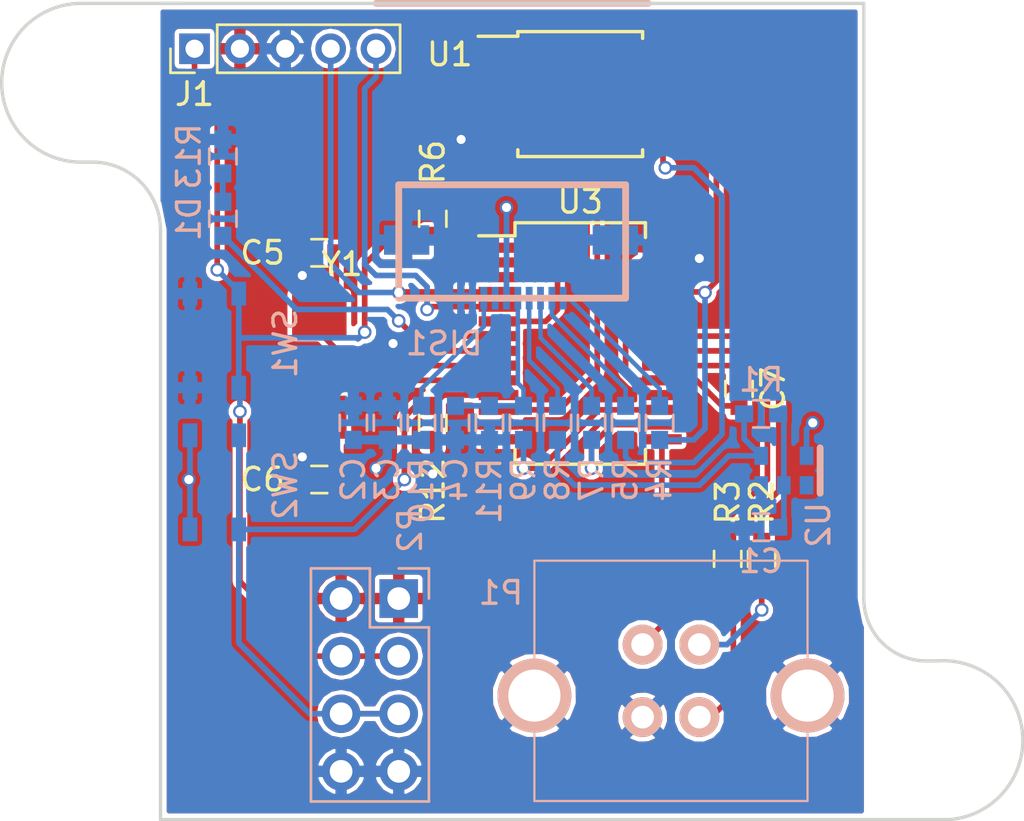
<source format=kicad_pcb>
(kicad_pcb (version 4) (host pcbnew 4.0.6)

  (general
    (links 88)
    (no_connects 0)
    (area 139.650001 75.649999 211.714286 129.700001)
    (thickness 1.6)
    (drawings 31)
    (tracks 217)
    (zones 0)
    (modules 33)
    (nets 37)
  )

  (page A4)
  (layers
    (0 F.Cu signal)
    (31 B.Cu signal)
    (32 B.Adhes user)
    (33 F.Adhes user)
    (34 B.Paste user)
    (35 F.Paste user)
    (36 B.SilkS user)
    (37 F.SilkS user)
    (38 B.Mask user)
    (39 F.Mask user)
    (40 Dwgs.User user hide)
    (41 Cmts.User user)
    (42 Eco1.User user hide)
    (43 Eco2.User user)
    (44 Edge.Cuts user)
    (45 Margin user)
    (46 B.CrtYd user)
    (47 F.CrtYd user)
    (48 B.Fab user hide)
    (49 F.Fab user hide)
  )

  (setup
    (last_trace_width 0.25)
    (user_trace_width 0.2)
    (user_trace_width 0.3)
    (user_trace_width 0.4)
    (trace_clearance 0.2)
    (zone_clearance 0.2)
    (zone_45_only no)
    (trace_min 0.2)
    (segment_width 0.2)
    (edge_width 0.15)
    (via_size 0.6)
    (via_drill 0.4)
    (via_min_size 0.4)
    (via_min_drill 0.3)
    (uvia_size 0.3)
    (uvia_drill 0.1)
    (uvias_allowed no)
    (uvia_min_size 0.2)
    (uvia_min_drill 0.1)
    (pcb_text_width 0.3)
    (pcb_text_size 1.5 1.5)
    (mod_edge_width 0.15)
    (mod_text_size 1 1)
    (mod_text_width 0.15)
    (pad_size 3.25 3.25)
    (pad_drill 2.3)
    (pad_to_mask_clearance 0.2)
    (aux_axis_origin 161.5 114.75)
    (grid_origin 161.5 114.75)
    (visible_elements FFFCFF7F)
    (pcbplotparams
      (layerselection 0x00030_80000001)
      (usegerberextensions false)
      (excludeedgelayer true)
      (linewidth 0.100000)
      (plotframeref false)
      (viasonmask false)
      (mode 1)
      (useauxorigin false)
      (hpglpennumber 1)
      (hpglpenspeed 20)
      (hpglpendiameter 15)
      (hpglpenoverlay 2)
      (psnegative false)
      (psa4output false)
      (plotreference true)
      (plotvalue true)
      (plotinvisibletext false)
      (padsonsilk false)
      (subtractmaskfromsilk false)
      (outputformat 1)
      (mirror false)
      (drillshape 1)
      (scaleselection 1)
      (outputdirectory ""))
  )

  (net 0 "")
  (net 1 "Net-(C1-Pad2)")
  (net 2 GND)
  (net 3 +3V3)
  (net 4 "Net-(C4-Pad1)")
  (net 5 "Net-(C5-Pad1)")
  (net 6 "Net-(C6-Pad1)")
  (net 7 "Net-(C7-Pad1)")
  (net 8 "Net-(DIS1-Pad3)")
  (net 9 "Net-(DIS1-Pad7)")
  (net 10 "Net-(DIS1-Pad8)")
  (net 11 "Net-(DIS1-Pad9)")
  (net 12 "Net-(DIS1-Pad10)")
  (net 13 /V_USB)
  (net 14 "Net-(P1-Pad2)")
  (net 15 "Net-(P1-Pad3)")
  (net 16 /MCLR)
  (net 17 /PROG)
  (net 18 /EXTCOMIN)
  (net 19 /D-)
  (net 20 /D+)
  (net 21 /SCLK)
  (net 22 /MOSI)
  (net 23 /LCD_SS)
  (net 24 /DISP)
  (net 25 /EE_SS)
  (net 26 /MISO)
  (net 27 "Net-(U2-Pad1)")
  (net 28 "Net-(U3-Pad14)")
  (net 29 "Net-(U3-Pad18)")
  (net 30 "Net-(U3-Pad24)")
  (net 31 /PGD)
  (net 32 /PGC)
  (net 33 /LED)
  (net 34 "Net-(D1-Pad1)")
  (net 35 "Net-(U3-Pad2)")
  (net 36 "Net-(U3-Pad26)")

  (net_class Default "This is the default net class."
    (clearance 0.2)
    (trace_width 0.25)
    (via_dia 0.6)
    (via_drill 0.4)
    (uvia_dia 0.3)
    (uvia_drill 0.1)
    (add_net +3V3)
    (add_net /D+)
    (add_net /D-)
    (add_net /DISP)
    (add_net /EE_SS)
    (add_net /EXTCOMIN)
    (add_net /LCD_SS)
    (add_net /LED)
    (add_net /MCLR)
    (add_net /MISO)
    (add_net /MOSI)
    (add_net /PGC)
    (add_net /PGD)
    (add_net /PROG)
    (add_net /SCLK)
    (add_net /V_USB)
    (add_net GND)
    (add_net "Net-(C1-Pad2)")
    (add_net "Net-(C4-Pad1)")
    (add_net "Net-(C5-Pad1)")
    (add_net "Net-(C6-Pad1)")
    (add_net "Net-(C7-Pad1)")
    (add_net "Net-(D1-Pad1)")
    (add_net "Net-(DIS1-Pad10)")
    (add_net "Net-(DIS1-Pad3)")
    (add_net "Net-(DIS1-Pad7)")
    (add_net "Net-(DIS1-Pad8)")
    (add_net "Net-(DIS1-Pad9)")
    (add_net "Net-(P1-Pad2)")
    (add_net "Net-(P1-Pad3)")
    (add_net "Net-(U2-Pad1)")
    (add_net "Net-(U3-Pad14)")
    (add_net "Net-(U3-Pad18)")
    (add_net "Net-(U3-Pad2)")
    (add_net "Net-(U3-Pad24)")
    (add_net "Net-(U3-Pad26)")
  )

  (module Capacitors_SMD:C_0603 (layer B.Cu) (tedit 59958EE7) (tstamp 5B86AE85)
    (at 187.974874 101.853554)
    (descr "Capacitor SMD 0603, reflow soldering, AVX (see smccp.pdf)")
    (tags "capacitor 0603")
    (path /5B84577D)
    (attr smd)
    (fp_text reference C1 (at 0 1.5) (layer B.SilkS)
      (effects (font (size 1 1) (thickness 0.15)) (justify mirror))
    )
    (fp_text value 1uF (at 0 -1.5) (layer B.Fab)
      (effects (font (size 1 1) (thickness 0.15)) (justify mirror))
    )
    (fp_line (start 1.4 -0.65) (end -1.4 -0.65) (layer B.CrtYd) (width 0.05))
    (fp_line (start 1.4 -0.65) (end 1.4 0.65) (layer B.CrtYd) (width 0.05))
    (fp_line (start -1.4 0.65) (end -1.4 -0.65) (layer B.CrtYd) (width 0.05))
    (fp_line (start -1.4 0.65) (end 1.4 0.65) (layer B.CrtYd) (width 0.05))
    (fp_line (start 0.35 -0.6) (end -0.35 -0.6) (layer B.SilkS) (width 0.12))
    (fp_line (start -0.35 0.6) (end 0.35 0.6) (layer B.SilkS) (width 0.12))
    (fp_line (start -0.8 0.4) (end 0.8 0.4) (layer B.Fab) (width 0.1))
    (fp_line (start 0.8 0.4) (end 0.8 -0.4) (layer B.Fab) (width 0.1))
    (fp_line (start 0.8 -0.4) (end -0.8 -0.4) (layer B.Fab) (width 0.1))
    (fp_line (start -0.8 -0.4) (end -0.8 0.4) (layer B.Fab) (width 0.1))
    (fp_text user %R (at 0 0) (layer B.Fab)
      (effects (font (size 0.3 0.3) (thickness 0.075)) (justify mirror))
    )
    (pad 2 smd rect (at 0.75 0) (size 0.8 0.75) (layers B.Cu B.Paste B.Mask)
      (net 1 "Net-(C1-Pad2)"))
    (pad 1 smd rect (at -0.75 0) (size 0.8 0.75) (layers B.Cu B.Paste B.Mask)
      (net 2 GND))
    (model Capacitors_SMD.3dshapes/C_0603.wrl
      (at (xyz 0 0 0))
      (scale (xyz 1 1 1))
      (rotate (xyz 0 0 0))
    )
  )

  (module Capacitors_SMD:C_0603 (layer B.Cu) (tedit 5B86B7AF) (tstamp 5B86AE96)
    (at 170 97.25 90)
    (descr "Capacitor SMD 0603, reflow soldering, AVX (see smccp.pdf)")
    (tags "capacitor 0603")
    (path /5B429A82)
    (attr smd)
    (fp_text reference C2 (at -2.5 0 90) (layer B.SilkS)
      (effects (font (size 1 1) (thickness 0.15)) (justify mirror))
    )
    (fp_text value 1uF (at 0 -1.5 90) (layer B.Fab)
      (effects (font (size 1 1) (thickness 0.15)) (justify mirror))
    )
    (fp_line (start 1.4 -0.65) (end -1.4 -0.65) (layer B.CrtYd) (width 0.05))
    (fp_line (start 1.4 -0.65) (end 1.4 0.65) (layer B.CrtYd) (width 0.05))
    (fp_line (start -1.4 0.65) (end -1.4 -0.65) (layer B.CrtYd) (width 0.05))
    (fp_line (start -1.4 0.65) (end 1.4 0.65) (layer B.CrtYd) (width 0.05))
    (fp_line (start 0.35 -0.6) (end -0.35 -0.6) (layer B.SilkS) (width 0.12))
    (fp_line (start -0.35 0.6) (end 0.35 0.6) (layer B.SilkS) (width 0.12))
    (fp_line (start -0.8 0.4) (end 0.8 0.4) (layer B.Fab) (width 0.1))
    (fp_line (start 0.8 0.4) (end 0.8 -0.4) (layer B.Fab) (width 0.1))
    (fp_line (start 0.8 -0.4) (end -0.8 -0.4) (layer B.Fab) (width 0.1))
    (fp_line (start -0.8 -0.4) (end -0.8 0.4) (layer B.Fab) (width 0.1))
    (fp_text user %R (at 0 0 90) (layer B.Fab)
      (effects (font (size 0.3 0.3) (thickness 0.075)) (justify mirror))
    )
    (pad 2 smd rect (at 0.75 0 90) (size 0.8 0.75) (layers B.Cu B.Paste B.Mask)
      (net 2 GND))
    (pad 1 smd rect (at -0.75 0 90) (size 0.8 0.75) (layers B.Cu B.Paste B.Mask)
      (net 3 +3V3))
    (model Capacitors_SMD.3dshapes/C_0603.wrl
      (at (xyz 0 0 0))
      (scale (xyz 1 1 1))
      (rotate (xyz 0 0 0))
    )
  )

  (module Capacitors_SMD:C_0603 (layer B.Cu) (tedit 5B86B79E) (tstamp 5B86AEA7)
    (at 171.5 97.25 90)
    (descr "Capacitor SMD 0603, reflow soldering, AVX (see smccp.pdf)")
    (tags "capacitor 0603")
    (path /5B429A3C)
    (attr smd)
    (fp_text reference C3 (at -2.5 0 90) (layer B.SilkS)
      (effects (font (size 1 1) (thickness 0.15)) (justify mirror))
    )
    (fp_text value 10uF (at 0 -1.5 90) (layer B.Fab)
      (effects (font (size 1 1) (thickness 0.15)) (justify mirror))
    )
    (fp_line (start 1.4 -0.65) (end -1.4 -0.65) (layer B.CrtYd) (width 0.05))
    (fp_line (start 1.4 -0.65) (end 1.4 0.65) (layer B.CrtYd) (width 0.05))
    (fp_line (start -1.4 0.65) (end -1.4 -0.65) (layer B.CrtYd) (width 0.05))
    (fp_line (start -1.4 0.65) (end 1.4 0.65) (layer B.CrtYd) (width 0.05))
    (fp_line (start 0.35 -0.6) (end -0.35 -0.6) (layer B.SilkS) (width 0.12))
    (fp_line (start -0.35 0.6) (end 0.35 0.6) (layer B.SilkS) (width 0.12))
    (fp_line (start -0.8 0.4) (end 0.8 0.4) (layer B.Fab) (width 0.1))
    (fp_line (start 0.8 0.4) (end 0.8 -0.4) (layer B.Fab) (width 0.1))
    (fp_line (start 0.8 -0.4) (end -0.8 -0.4) (layer B.Fab) (width 0.1))
    (fp_line (start -0.8 -0.4) (end -0.8 0.4) (layer B.Fab) (width 0.1))
    (fp_text user %R (at 0 0 90) (layer B.Fab)
      (effects (font (size 0.3 0.3) (thickness 0.075)) (justify mirror))
    )
    (pad 2 smd rect (at 0.75 0 90) (size 0.8 0.75) (layers B.Cu B.Paste B.Mask)
      (net 2 GND))
    (pad 1 smd rect (at -0.75 0 90) (size 0.8 0.75) (layers B.Cu B.Paste B.Mask)
      (net 3 +3V3))
    (model Capacitors_SMD.3dshapes/C_0603.wrl
      (at (xyz 0 0 0))
      (scale (xyz 1 1 1))
      (rotate (xyz 0 0 0))
    )
  )

  (module Capacitors_SMD:C_0603 (layer B.Cu) (tedit 5B86B764) (tstamp 5B86AEB8)
    (at 174.5 97.25 270)
    (descr "Capacitor SMD 0603, reflow soldering, AVX (see smccp.pdf)")
    (tags "capacitor 0603")
    (path /5B42989F)
    (attr smd)
    (fp_text reference C4 (at 2.5 0 270) (layer B.SilkS)
      (effects (font (size 1 1) (thickness 0.15)) (justify mirror))
    )
    (fp_text value 0.1uF (at 0 -1.5 270) (layer B.Fab)
      (effects (font (size 1 1) (thickness 0.15)) (justify mirror))
    )
    (fp_line (start 1.4 -0.65) (end -1.4 -0.65) (layer B.CrtYd) (width 0.05))
    (fp_line (start 1.4 -0.65) (end 1.4 0.65) (layer B.CrtYd) (width 0.05))
    (fp_line (start -1.4 0.65) (end -1.4 -0.65) (layer B.CrtYd) (width 0.05))
    (fp_line (start -1.4 0.65) (end 1.4 0.65) (layer B.CrtYd) (width 0.05))
    (fp_line (start 0.35 -0.6) (end -0.35 -0.6) (layer B.SilkS) (width 0.12))
    (fp_line (start -0.35 0.6) (end 0.35 0.6) (layer B.SilkS) (width 0.12))
    (fp_line (start -0.8 0.4) (end 0.8 0.4) (layer B.Fab) (width 0.1))
    (fp_line (start 0.8 0.4) (end 0.8 -0.4) (layer B.Fab) (width 0.1))
    (fp_line (start 0.8 -0.4) (end -0.8 -0.4) (layer B.Fab) (width 0.1))
    (fp_line (start -0.8 -0.4) (end -0.8 0.4) (layer B.Fab) (width 0.1))
    (fp_text user %R (at 0 0 270) (layer B.Fab)
      (effects (font (size 0.3 0.3) (thickness 0.075)) (justify mirror))
    )
    (pad 2 smd rect (at 0.75 0 270) (size 0.8 0.75) (layers B.Cu B.Paste B.Mask)
      (net 2 GND))
    (pad 1 smd rect (at -0.75 0 270) (size 0.8 0.75) (layers B.Cu B.Paste B.Mask)
      (net 4 "Net-(C4-Pad1)"))
    (model Capacitors_SMD.3dshapes/C_0603.wrl
      (at (xyz 0 0 0))
      (scale (xyz 1 1 1))
      (rotate (xyz 0 0 0))
    )
  )

  (module Capacitors_SMD:C_0603 (layer F.Cu) (tedit 5B86BAFA) (tstamp 5B86AEC9)
    (at 168.5 89.75 180)
    (descr "Capacitor SMD 0603, reflow soldering, AVX (see smccp.pdf)")
    (tags "capacitor 0603")
    (path /5B847589)
    (attr smd)
    (fp_text reference C5 (at 2.5 0 180) (layer F.SilkS)
      (effects (font (size 1 1) (thickness 0.15)))
    )
    (fp_text value 18pF (at 0 1.5 180) (layer F.Fab)
      (effects (font (size 1 1) (thickness 0.15)))
    )
    (fp_line (start 1.4 0.65) (end -1.4 0.65) (layer F.CrtYd) (width 0.05))
    (fp_line (start 1.4 0.65) (end 1.4 -0.65) (layer F.CrtYd) (width 0.05))
    (fp_line (start -1.4 -0.65) (end -1.4 0.65) (layer F.CrtYd) (width 0.05))
    (fp_line (start -1.4 -0.65) (end 1.4 -0.65) (layer F.CrtYd) (width 0.05))
    (fp_line (start 0.35 0.6) (end -0.35 0.6) (layer F.SilkS) (width 0.12))
    (fp_line (start -0.35 -0.6) (end 0.35 -0.6) (layer F.SilkS) (width 0.12))
    (fp_line (start -0.8 -0.4) (end 0.8 -0.4) (layer F.Fab) (width 0.1))
    (fp_line (start 0.8 -0.4) (end 0.8 0.4) (layer F.Fab) (width 0.1))
    (fp_line (start 0.8 0.4) (end -0.8 0.4) (layer F.Fab) (width 0.1))
    (fp_line (start -0.8 0.4) (end -0.8 -0.4) (layer F.Fab) (width 0.1))
    (fp_text user %R (at 0 0 180) (layer F.Fab)
      (effects (font (size 0.3 0.3) (thickness 0.075)))
    )
    (pad 2 smd rect (at 0.75 0 180) (size 0.8 0.75) (layers F.Cu F.Paste F.Mask)
      (net 2 GND))
    (pad 1 smd rect (at -0.75 0 180) (size 0.8 0.75) (layers F.Cu F.Paste F.Mask)
      (net 5 "Net-(C5-Pad1)"))
    (model Capacitors_SMD.3dshapes/C_0603.wrl
      (at (xyz 0 0 0))
      (scale (xyz 1 1 1))
      (rotate (xyz 0 0 0))
    )
  )

  (module Capacitors_SMD:C_0603 (layer F.Cu) (tedit 5B86BB05) (tstamp 5B86AEDA)
    (at 168.5 99.75 180)
    (descr "Capacitor SMD 0603, reflow soldering, AVX (see smccp.pdf)")
    (tags "capacitor 0603")
    (path /5B84762B)
    (attr smd)
    (fp_text reference C6 (at 2.5 0 180) (layer F.SilkS)
      (effects (font (size 1 1) (thickness 0.15)))
    )
    (fp_text value 18pF (at 0 1.5 180) (layer F.Fab)
      (effects (font (size 1 1) (thickness 0.15)))
    )
    (fp_line (start 1.4 0.65) (end -1.4 0.65) (layer F.CrtYd) (width 0.05))
    (fp_line (start 1.4 0.65) (end 1.4 -0.65) (layer F.CrtYd) (width 0.05))
    (fp_line (start -1.4 -0.65) (end -1.4 0.65) (layer F.CrtYd) (width 0.05))
    (fp_line (start -1.4 -0.65) (end 1.4 -0.65) (layer F.CrtYd) (width 0.05))
    (fp_line (start 0.35 0.6) (end -0.35 0.6) (layer F.SilkS) (width 0.12))
    (fp_line (start -0.35 -0.6) (end 0.35 -0.6) (layer F.SilkS) (width 0.12))
    (fp_line (start -0.8 -0.4) (end 0.8 -0.4) (layer F.Fab) (width 0.1))
    (fp_line (start 0.8 -0.4) (end 0.8 0.4) (layer F.Fab) (width 0.1))
    (fp_line (start 0.8 0.4) (end -0.8 0.4) (layer F.Fab) (width 0.1))
    (fp_line (start -0.8 0.4) (end -0.8 -0.4) (layer F.Fab) (width 0.1))
    (fp_text user %R (at 0 0 180) (layer F.Fab)
      (effects (font (size 0.3 0.3) (thickness 0.075)))
    )
    (pad 2 smd rect (at 0.75 0 180) (size 0.8 0.75) (layers F.Cu F.Paste F.Mask)
      (net 2 GND))
    (pad 1 smd rect (at -0.75 0 180) (size 0.8 0.75) (layers F.Cu F.Paste F.Mask)
      (net 6 "Net-(C6-Pad1)"))
    (model Capacitors_SMD.3dshapes/C_0603.wrl
      (at (xyz 0 0 0))
      (scale (xyz 1 1 1))
      (rotate (xyz 0 0 0))
    )
  )

  (module Capacitors_SMD:C_0603 (layer F.Cu) (tedit 59958EE7) (tstamp 5B86AEEB)
    (at 187 95.75 270)
    (descr "Capacitor SMD 0603, reflow soldering, AVX (see smccp.pdf)")
    (tags "capacitor 0603")
    (path /5B846A7A)
    (attr smd)
    (fp_text reference C7 (at 0 -1.5 270) (layer F.SilkS)
      (effects (font (size 1 1) (thickness 0.15)))
    )
    (fp_text value 10uF (at 0 1.5 270) (layer F.Fab)
      (effects (font (size 1 1) (thickness 0.15)))
    )
    (fp_line (start 1.4 0.65) (end -1.4 0.65) (layer F.CrtYd) (width 0.05))
    (fp_line (start 1.4 0.65) (end 1.4 -0.65) (layer F.CrtYd) (width 0.05))
    (fp_line (start -1.4 -0.65) (end -1.4 0.65) (layer F.CrtYd) (width 0.05))
    (fp_line (start -1.4 -0.65) (end 1.4 -0.65) (layer F.CrtYd) (width 0.05))
    (fp_line (start 0.35 0.6) (end -0.35 0.6) (layer F.SilkS) (width 0.12))
    (fp_line (start -0.35 -0.6) (end 0.35 -0.6) (layer F.SilkS) (width 0.12))
    (fp_line (start -0.8 -0.4) (end 0.8 -0.4) (layer F.Fab) (width 0.1))
    (fp_line (start 0.8 -0.4) (end 0.8 0.4) (layer F.Fab) (width 0.1))
    (fp_line (start 0.8 0.4) (end -0.8 0.4) (layer F.Fab) (width 0.1))
    (fp_line (start -0.8 0.4) (end -0.8 -0.4) (layer F.Fab) (width 0.1))
    (fp_text user %R (at 0 0 270) (layer F.Fab)
      (effects (font (size 0.3 0.3) (thickness 0.075)))
    )
    (pad 2 smd rect (at 0.75 0 270) (size 0.8 0.75) (layers F.Cu F.Paste F.Mask)
      (net 2 GND))
    (pad 1 smd rect (at -0.75 0 270) (size 0.8 0.75) (layers F.Cu F.Paste F.Mask)
      (net 7 "Net-(C7-Pad1)"))
    (model Capacitors_SMD.3dshapes/C_0603.wrl
      (at (xyz 0 0 0))
      (scale (xyz 1 1 1))
      (rotate (xyz 0 0 0))
    )
  )

  (module Solutions:MOLEX_505110-1092 (layer B.Cu) (tedit 5B85B145) (tstamp 5B86AF01)
    (at 177 91.75)
    (path /5B352697)
    (fp_text reference DIS1 (at -3 2) (layer B.SilkS)
      (effects (font (size 1 1) (thickness 0.15)) (justify mirror))
    )
    (fp_text value SharpMem_LCD_96x96 (at 0 -6) (layer B.Fab)
      (effects (font (size 1 1) (thickness 0.15)) (justify mirror))
    )
    (fp_text user "PCB Edge" (at 0 -12) (layer B.Fab)
      (effects (font (size 1 1) (thickness 0.15)) (justify mirror))
    )
    (fp_line (start -5 0) (end 5 0) (layer B.SilkS) (width 0.3))
    (fp_line (start 5 0) (end 5 -5) (layer B.SilkS) (width 0.3))
    (fp_line (start 5 -5) (end -5 -5) (layer B.SilkS) (width 0.3))
    (fp_line (start -5 -5) (end -5 0) (layer B.SilkS) (width 0.3))
    (fp_line (start -6 -13) (end 6 -13) (layer B.SilkS) (width 0.3))
    (pad 1 smd rect (at -2.25 0) (size 0.3 1) (layers B.Cu B.Paste B.Mask)
      (net 2 GND))
    (pad 2 smd rect (at -1.75 0) (size 0.3 1) (layers B.Cu B.Paste B.Mask)
      (net 2 GND))
    (pad 3 smd rect (at -1.25 0) (size 0.3 1) (layers B.Cu B.Paste B.Mask)
      (net 8 "Net-(DIS1-Pad3)"))
    (pad 4 smd rect (at -0.75 0) (size 0.3 1) (layers B.Cu B.Paste B.Mask)
      (net 3 +3V3))
    (pad 5 smd rect (at -0.25 0) (size 0.3 1) (layers B.Cu B.Paste B.Mask)
      (net 3 +3V3))
    (pad 6 smd rect (at 0.25 0) (size 0.3 1) (layers B.Cu B.Paste B.Mask)
      (net 4 "Net-(C4-Pad1)"))
    (pad 7 smd rect (at 0.75 0) (size 0.3 1) (layers B.Cu B.Paste B.Mask)
      (net 9 "Net-(DIS1-Pad7)"))
    (pad 8 smd rect (at 1.25 0) (size 0.3 1) (layers B.Cu B.Paste B.Mask)
      (net 10 "Net-(DIS1-Pad8)"))
    (pad 9 smd rect (at 1.75 0) (size 0.3 1) (layers B.Cu B.Paste B.Mask)
      (net 11 "Net-(DIS1-Pad9)"))
    (pad 10 smd rect (at 2.25 0) (size 0.3 1) (layers B.Cu B.Paste B.Mask)
      (net 12 "Net-(DIS1-Pad10)"))
    (pad 11 smd rect (at -4.65 -2.565) (size 2 1.3) (layers B.Cu B.Paste B.Mask)
      (net 2 GND))
    (pad 12 smd rect (at 4.55 -2.565) (size 2 1.3) (layers B.Cu B.Paste B.Mask)
      (net 2 GND))
  )

  (module Solutions:USB_B_VERTICAL (layer B.Cu) (tedit 5B8C141B) (tstamp 5B86AF0F)
    (at 184.000001 108.628679 180)
    (path /5B8487E7)
    (fp_text reference P1 (at 7.500001 3.878679 180) (layer B.SilkS)
      (effects (font (size 1 1) (thickness 0.15)) (justify mirror))
    )
    (fp_text value USB_B (at 1.25 13.35 180) (layer B.Fab)
      (effects (font (size 1 1) (thickness 0.15)) (justify mirror))
    )
    (fp_line (start -6.02 5.3) (end 6.02 5.3) (layer B.SilkS) (width 0.1))
    (fp_line (start 6.02 5.3) (end 6.02 -5.3) (layer B.SilkS) (width 0.1))
    (fp_line (start 6.02 -5.3) (end -6.02 -5.3) (layer B.SilkS) (width 0.1))
    (fp_line (start -6.02 -5.3) (end -6.02 5.3) (layer B.SilkS) (width 0.1))
    (pad 1 thru_hole circle (at 1.25 1.6 180) (size 1.75 1.75) (drill 1) (layers *.Cu *.Mask B.SilkS)
      (net 13 /V_USB))
    (pad 2 thru_hole circle (at -1.25 1.6 180) (size 1.75 1.75) (drill 1) (layers *.Cu *.Mask B.SilkS)
      (net 14 "Net-(P1-Pad2)"))
    (pad 3 thru_hole circle (at -1.25 -1.6 180) (size 1.75 1.75) (drill 1) (layers *.Cu *.Mask B.SilkS)
      (net 15 "Net-(P1-Pad3)"))
    (pad 4 thru_hole circle (at 1.25 -1.6 180) (size 1.75 1.75) (drill 1) (layers *.Cu *.Mask B.SilkS)
      (net 2 GND))
    (pad 5 thru_hole circle (at -6.02 -0.65 180) (size 3.25 3.25) (drill 2.3) (layers *.Cu *.Mask B.SilkS)
      (net 2 GND))
    (pad 6 thru_hole circle (at 6.02 -0.65 180) (size 3.25 3.25) (drill 2.3) (layers *.Cu *.Mask B.SilkS)
      (net 2 GND))
  )

  (module Pin_Headers:Pin_Header_Straight_2x04_Pitch2.54mm (layer B.Cu) (tedit 5B8AD2D1) (tstamp 5B86AF2D)
    (at 172 105 180)
    (descr "Through hole straight pin header, 2x04, 2.54mm pitch, double rows")
    (tags "Through hole pin header THT 2x04 2.54mm double row")
    (path /5B846681)
    (fp_text reference P2 (at -0.5 3 270) (layer B.SilkS)
      (effects (font (size 1 1) (thickness 0.15)) (justify mirror))
    )
    (fp_text value CONN_02X04 (at 1.27 -9.95 180) (layer B.Fab)
      (effects (font (size 1 1) (thickness 0.15)) (justify mirror))
    )
    (fp_line (start 0 1.27) (end 3.81 1.27) (layer B.Fab) (width 0.1))
    (fp_line (start 3.81 1.27) (end 3.81 -8.89) (layer B.Fab) (width 0.1))
    (fp_line (start 3.81 -8.89) (end -1.27 -8.89) (layer B.Fab) (width 0.1))
    (fp_line (start -1.27 -8.89) (end -1.27 0) (layer B.Fab) (width 0.1))
    (fp_line (start -1.27 0) (end 0 1.27) (layer B.Fab) (width 0.1))
    (fp_line (start -1.33 -8.95) (end 3.87 -8.95) (layer B.SilkS) (width 0.12))
    (fp_line (start -1.33 -1.27) (end -1.33 -8.95) (layer B.SilkS) (width 0.12))
    (fp_line (start 3.87 1.33) (end 3.87 -8.95) (layer B.SilkS) (width 0.12))
    (fp_line (start -1.33 -1.27) (end 1.27 -1.27) (layer B.SilkS) (width 0.12))
    (fp_line (start 1.27 -1.27) (end 1.27 1.33) (layer B.SilkS) (width 0.12))
    (fp_line (start 1.27 1.33) (end 3.87 1.33) (layer B.SilkS) (width 0.12))
    (fp_line (start -1.33 0) (end -1.33 1.33) (layer B.SilkS) (width 0.12))
    (fp_line (start -1.33 1.33) (end 0 1.33) (layer B.SilkS) (width 0.12))
    (fp_line (start -1.8 1.8) (end -1.8 -9.4) (layer B.CrtYd) (width 0.05))
    (fp_line (start -1.8 -9.4) (end 4.35 -9.4) (layer B.CrtYd) (width 0.05))
    (fp_line (start 4.35 -9.4) (end 4.35 1.8) (layer B.CrtYd) (width 0.05))
    (fp_line (start 4.35 1.8) (end -1.8 1.8) (layer B.CrtYd) (width 0.05))
    (fp_text user %R (at 1.27 -3.81 450) (layer B.Fab)
      (effects (font (size 1 1) (thickness 0.15)) (justify mirror))
    )
    (pad 1 thru_hole rect (at 0 0 180) (size 1.7 1.7) (drill 1) (layers *.Cu *.Mask)
      (net 3 +3V3))
    (pad 2 thru_hole oval (at 2.54 0 180) (size 1.7 1.7) (drill 1) (layers *.Cu *.Mask)
      (net 3 +3V3))
    (pad 3 thru_hole oval (at 0 -2.54 180) (size 1.7 1.7) (drill 1) (layers *.Cu *.Mask)
      (net 16 /MCLR))
    (pad 4 thru_hole oval (at 2.54 -2.54 180) (size 1.7 1.7) (drill 1) (layers *.Cu *.Mask)
      (net 16 /MCLR))
    (pad 5 thru_hole oval (at 0 -5.08 180) (size 1.7 1.7) (drill 1) (layers *.Cu *.Mask)
      (net 17 /PROG))
    (pad 6 thru_hole oval (at 2.54 -5.08 180) (size 1.7 1.7) (drill 1) (layers *.Cu *.Mask)
      (net 17 /PROG))
    (pad 7 thru_hole oval (at 0 -7.62 180) (size 1.7 1.7) (drill 1) (layers *.Cu *.Mask)
      (net 2 GND))
    (pad 8 thru_hole oval (at 2.54 -7.62 180) (size 1.7 1.7) (drill 1) (layers *.Cu *.Mask)
      (net 2 GND))
    (model ${KISYS3DMOD}/Pin_Headers.3dshapes/Pin_Header_Straight_2x04_Pitch2.54mm.wrl
      (at (xyz 0 0 0))
      (scale (xyz 1 1 1))
      (rotate (xyz 0 0 0))
    )
  )

  (module Capacitors_SMD:C_0603 (layer B.Cu) (tedit 59958EE7) (tstamp 5B86AF3E)
    (at 187.974874 96.853554 180)
    (descr "Capacitor SMD 0603, reflow soldering, AVX (see smccp.pdf)")
    (tags "capacitor 0603")
    (path /5B84563B)
    (attr smd)
    (fp_text reference R1 (at 0 1.5 180) (layer B.SilkS)
      (effects (font (size 1 1) (thickness 0.15)) (justify mirror))
    )
    (fp_text value 470K (at 0 -1.5 180) (layer B.Fab)
      (effects (font (size 1 1) (thickness 0.15)) (justify mirror))
    )
    (fp_line (start 1.4 -0.65) (end -1.4 -0.65) (layer B.CrtYd) (width 0.05))
    (fp_line (start 1.4 -0.65) (end 1.4 0.65) (layer B.CrtYd) (width 0.05))
    (fp_line (start -1.4 0.65) (end -1.4 -0.65) (layer B.CrtYd) (width 0.05))
    (fp_line (start -1.4 0.65) (end 1.4 0.65) (layer B.CrtYd) (width 0.05))
    (fp_line (start 0.35 -0.6) (end -0.35 -0.6) (layer B.SilkS) (width 0.12))
    (fp_line (start -0.35 0.6) (end 0.35 0.6) (layer B.SilkS) (width 0.12))
    (fp_line (start -0.8 0.4) (end 0.8 0.4) (layer B.Fab) (width 0.1))
    (fp_line (start 0.8 0.4) (end 0.8 -0.4) (layer B.Fab) (width 0.1))
    (fp_line (start 0.8 -0.4) (end -0.8 -0.4) (layer B.Fab) (width 0.1))
    (fp_line (start -0.8 -0.4) (end -0.8 0.4) (layer B.Fab) (width 0.1))
    (fp_text user %R (at 0 0 180) (layer B.Fab)
      (effects (font (size 0.3 0.3) (thickness 0.075)) (justify mirror))
    )
    (pad 2 smd rect (at 0.75 0 180) (size 0.8 0.75) (layers B.Cu B.Paste B.Mask)
      (net 18 /EXTCOMIN))
    (pad 1 smd rect (at -0.75 0 180) (size 0.8 0.75) (layers B.Cu B.Paste B.Mask)
      (net 1 "Net-(C1-Pad2)"))
    (model Capacitors_SMD.3dshapes/C_0603.wrl
      (at (xyz 0 0 0))
      (scale (xyz 1 1 1))
      (rotate (xyz 0 0 0))
    )
  )

  (module Capacitors_SMD:C_0603 (layer F.Cu) (tedit 5B86B976) (tstamp 5B86AF4F)
    (at 188 103.25 270)
    (descr "Capacitor SMD 0603, reflow soldering, AVX (see smccp.pdf)")
    (tags "capacitor 0603")
    (path /5B848FB2)
    (attr smd)
    (fp_text reference R2 (at -2.5 0 270) (layer F.SilkS)
      (effects (font (size 1 1) (thickness 0.15)))
    )
    (fp_text value 22 (at 0 1.5 270) (layer F.Fab)
      (effects (font (size 1 1) (thickness 0.15)))
    )
    (fp_line (start 1.4 0.65) (end -1.4 0.65) (layer F.CrtYd) (width 0.05))
    (fp_line (start 1.4 0.65) (end 1.4 -0.65) (layer F.CrtYd) (width 0.05))
    (fp_line (start -1.4 -0.65) (end -1.4 0.65) (layer F.CrtYd) (width 0.05))
    (fp_line (start -1.4 -0.65) (end 1.4 -0.65) (layer F.CrtYd) (width 0.05))
    (fp_line (start 0.35 0.6) (end -0.35 0.6) (layer F.SilkS) (width 0.12))
    (fp_line (start -0.35 -0.6) (end 0.35 -0.6) (layer F.SilkS) (width 0.12))
    (fp_line (start -0.8 -0.4) (end 0.8 -0.4) (layer F.Fab) (width 0.1))
    (fp_line (start 0.8 -0.4) (end 0.8 0.4) (layer F.Fab) (width 0.1))
    (fp_line (start 0.8 0.4) (end -0.8 0.4) (layer F.Fab) (width 0.1))
    (fp_line (start -0.8 0.4) (end -0.8 -0.4) (layer F.Fab) (width 0.1))
    (fp_text user %R (at 0 0 270) (layer F.Fab)
      (effects (font (size 0.3 0.3) (thickness 0.075)))
    )
    (pad 2 smd rect (at 0.75 0 270) (size 0.8 0.75) (layers F.Cu F.Paste F.Mask)
      (net 14 "Net-(P1-Pad2)"))
    (pad 1 smd rect (at -0.75 0 270) (size 0.8 0.75) (layers F.Cu F.Paste F.Mask)
      (net 19 /D-))
    (model Capacitors_SMD.3dshapes/C_0603.wrl
      (at (xyz 0 0 0))
      (scale (xyz 1 1 1))
      (rotate (xyz 0 0 0))
    )
  )

  (module Capacitors_SMD:C_0603 (layer F.Cu) (tedit 5B86B983) (tstamp 5B86AF60)
    (at 186.5 103.25 270)
    (descr "Capacitor SMD 0603, reflow soldering, AVX (see smccp.pdf)")
    (tags "capacitor 0603")
    (path /5B849168)
    (attr smd)
    (fp_text reference R3 (at -2.5 0 270) (layer F.SilkS)
      (effects (font (size 1 1) (thickness 0.15)))
    )
    (fp_text value 22 (at 0 1.5 270) (layer F.Fab)
      (effects (font (size 1 1) (thickness 0.15)))
    )
    (fp_line (start 1.4 0.65) (end -1.4 0.65) (layer F.CrtYd) (width 0.05))
    (fp_line (start 1.4 0.65) (end 1.4 -0.65) (layer F.CrtYd) (width 0.05))
    (fp_line (start -1.4 -0.65) (end -1.4 0.65) (layer F.CrtYd) (width 0.05))
    (fp_line (start -1.4 -0.65) (end 1.4 -0.65) (layer F.CrtYd) (width 0.05))
    (fp_line (start 0.35 0.6) (end -0.35 0.6) (layer F.SilkS) (width 0.12))
    (fp_line (start -0.35 -0.6) (end 0.35 -0.6) (layer F.SilkS) (width 0.12))
    (fp_line (start -0.8 -0.4) (end 0.8 -0.4) (layer F.Fab) (width 0.1))
    (fp_line (start 0.8 -0.4) (end 0.8 0.4) (layer F.Fab) (width 0.1))
    (fp_line (start 0.8 0.4) (end -0.8 0.4) (layer F.Fab) (width 0.1))
    (fp_line (start -0.8 0.4) (end -0.8 -0.4) (layer F.Fab) (width 0.1))
    (fp_text user %R (at 0 0 270) (layer F.Fab)
      (effects (font (size 0.3 0.3) (thickness 0.075)))
    )
    (pad 2 smd rect (at 0.75 0 270) (size 0.8 0.75) (layers F.Cu F.Paste F.Mask)
      (net 15 "Net-(P1-Pad3)"))
    (pad 1 smd rect (at -0.75 0 270) (size 0.8 0.75) (layers F.Cu F.Paste F.Mask)
      (net 20 /D+))
    (model Capacitors_SMD.3dshapes/C_0603.wrl
      (at (xyz 0 0 0))
      (scale (xyz 1 1 1))
      (rotate (xyz 0 0 0))
    )
  )

  (module Capacitors_SMD:C_0603 (layer B.Cu) (tedit 5B86B5E5) (tstamp 5B86AF71)
    (at 183.5 97.25 270)
    (descr "Capacitor SMD 0603, reflow soldering, AVX (see smccp.pdf)")
    (tags "capacitor 0603")
    (path /5B428D4C)
    (attr smd)
    (fp_text reference R4 (at 2.5 0 270) (layer B.SilkS)
      (effects (font (size 1 1) (thickness 0.15)) (justify mirror))
    )
    (fp_text value 220 (at 0 -1.5 270) (layer B.Fab)
      (effects (font (size 1 1) (thickness 0.15)) (justify mirror))
    )
    (fp_line (start 1.4 -0.65) (end -1.4 -0.65) (layer B.CrtYd) (width 0.05))
    (fp_line (start 1.4 -0.65) (end 1.4 0.65) (layer B.CrtYd) (width 0.05))
    (fp_line (start -1.4 0.65) (end -1.4 -0.65) (layer B.CrtYd) (width 0.05))
    (fp_line (start -1.4 0.65) (end 1.4 0.65) (layer B.CrtYd) (width 0.05))
    (fp_line (start 0.35 -0.6) (end -0.35 -0.6) (layer B.SilkS) (width 0.12))
    (fp_line (start -0.35 0.6) (end 0.35 0.6) (layer B.SilkS) (width 0.12))
    (fp_line (start -0.8 0.4) (end 0.8 0.4) (layer B.Fab) (width 0.1))
    (fp_line (start 0.8 0.4) (end 0.8 -0.4) (layer B.Fab) (width 0.1))
    (fp_line (start 0.8 -0.4) (end -0.8 -0.4) (layer B.Fab) (width 0.1))
    (fp_line (start -0.8 -0.4) (end -0.8 0.4) (layer B.Fab) (width 0.1))
    (fp_text user %R (at 0 0 270) (layer B.Fab)
      (effects (font (size 0.3 0.3) (thickness 0.075)) (justify mirror))
    )
    (pad 2 smd rect (at 0.75 0 270) (size 0.8 0.75) (layers B.Cu B.Paste B.Mask)
      (net 21 /SCLK))
    (pad 1 smd rect (at -0.75 0 270) (size 0.8 0.75) (layers B.Cu B.Paste B.Mask)
      (net 12 "Net-(DIS1-Pad10)"))
    (model Capacitors_SMD.3dshapes/C_0603.wrl
      (at (xyz 0 0 0))
      (scale (xyz 1 1 1))
      (rotate (xyz 0 0 0))
    )
  )

  (module Capacitors_SMD:C_0603 (layer B.Cu) (tedit 5B86B5E2) (tstamp 5B86AF82)
    (at 182 97.25 270)
    (descr "Capacitor SMD 0603, reflow soldering, AVX (see smccp.pdf)")
    (tags "capacitor 0603")
    (path /5B429079)
    (attr smd)
    (fp_text reference R5 (at 2.5 0 270) (layer B.SilkS)
      (effects (font (size 1 1) (thickness 0.15)) (justify mirror))
    )
    (fp_text value 220 (at 0 -1.5 270) (layer B.Fab)
      (effects (font (size 1 1) (thickness 0.15)) (justify mirror))
    )
    (fp_line (start 1.4 -0.65) (end -1.4 -0.65) (layer B.CrtYd) (width 0.05))
    (fp_line (start 1.4 -0.65) (end 1.4 0.65) (layer B.CrtYd) (width 0.05))
    (fp_line (start -1.4 0.65) (end -1.4 -0.65) (layer B.CrtYd) (width 0.05))
    (fp_line (start -1.4 0.65) (end 1.4 0.65) (layer B.CrtYd) (width 0.05))
    (fp_line (start 0.35 -0.6) (end -0.35 -0.6) (layer B.SilkS) (width 0.12))
    (fp_line (start -0.35 0.6) (end 0.35 0.6) (layer B.SilkS) (width 0.12))
    (fp_line (start -0.8 0.4) (end 0.8 0.4) (layer B.Fab) (width 0.1))
    (fp_line (start 0.8 0.4) (end 0.8 -0.4) (layer B.Fab) (width 0.1))
    (fp_line (start 0.8 -0.4) (end -0.8 -0.4) (layer B.Fab) (width 0.1))
    (fp_line (start -0.8 -0.4) (end -0.8 0.4) (layer B.Fab) (width 0.1))
    (fp_text user %R (at 0 0 270) (layer B.Fab)
      (effects (font (size 0.3 0.3) (thickness 0.075)) (justify mirror))
    )
    (pad 2 smd rect (at 0.75 0 270) (size 0.8 0.75) (layers B.Cu B.Paste B.Mask)
      (net 22 /MOSI))
    (pad 1 smd rect (at -0.75 0 270) (size 0.8 0.75) (layers B.Cu B.Paste B.Mask)
      (net 11 "Net-(DIS1-Pad9)"))
    (model Capacitors_SMD.3dshapes/C_0603.wrl
      (at (xyz 0 0 0))
      (scale (xyz 1 1 1))
      (rotate (xyz 0 0 0))
    )
  )

  (module Capacitors_SMD:C_0603 (layer F.Cu) (tedit 5B86B85F) (tstamp 5B86AF93)
    (at 173.5 88.25 90)
    (descr "Capacitor SMD 0603, reflow soldering, AVX (see smccp.pdf)")
    (tags "capacitor 0603")
    (path /5B84659B)
    (attr smd)
    (fp_text reference R6 (at 2.5 0 90) (layer F.SilkS)
      (effects (font (size 1 1) (thickness 0.15)))
    )
    (fp_text value 10K (at 0 1.5 90) (layer F.Fab)
      (effects (font (size 1 1) (thickness 0.15)))
    )
    (fp_line (start 1.4 0.65) (end -1.4 0.65) (layer F.CrtYd) (width 0.05))
    (fp_line (start 1.4 0.65) (end 1.4 -0.65) (layer F.CrtYd) (width 0.05))
    (fp_line (start -1.4 -0.65) (end -1.4 0.65) (layer F.CrtYd) (width 0.05))
    (fp_line (start -1.4 -0.65) (end 1.4 -0.65) (layer F.CrtYd) (width 0.05))
    (fp_line (start 0.35 0.6) (end -0.35 0.6) (layer F.SilkS) (width 0.12))
    (fp_line (start -0.35 -0.6) (end 0.35 -0.6) (layer F.SilkS) (width 0.12))
    (fp_line (start -0.8 -0.4) (end 0.8 -0.4) (layer F.Fab) (width 0.1))
    (fp_line (start 0.8 -0.4) (end 0.8 0.4) (layer F.Fab) (width 0.1))
    (fp_line (start 0.8 0.4) (end -0.8 0.4) (layer F.Fab) (width 0.1))
    (fp_line (start -0.8 0.4) (end -0.8 -0.4) (layer F.Fab) (width 0.1))
    (fp_text user %R (at 0 0 90) (layer F.Fab)
      (effects (font (size 0.3 0.3) (thickness 0.075)))
    )
    (pad 2 smd rect (at 0.75 0 90) (size 0.8 0.75) (layers F.Cu F.Paste F.Mask)
      (net 3 +3V3))
    (pad 1 smd rect (at -0.75 0 90) (size 0.8 0.75) (layers F.Cu F.Paste F.Mask)
      (net 16 /MCLR))
    (model Capacitors_SMD.3dshapes/C_0603.wrl
      (at (xyz 0 0 0))
      (scale (xyz 1 1 1))
      (rotate (xyz 0 0 0))
    )
  )

  (module Capacitors_SMD:C_0603 (layer B.Cu) (tedit 5B86B614) (tstamp 5B86AFA4)
    (at 180.5 97.25 270)
    (descr "Capacitor SMD 0603, reflow soldering, AVX (see smccp.pdf)")
    (tags "capacitor 0603")
    (path /5B4290A7)
    (attr smd)
    (fp_text reference R7 (at 2.5 0 270) (layer B.SilkS)
      (effects (font (size 1 1) (thickness 0.15)) (justify mirror))
    )
    (fp_text value 220 (at 0 -1.5 270) (layer B.Fab)
      (effects (font (size 1 1) (thickness 0.15)) (justify mirror))
    )
    (fp_line (start 1.4 -0.65) (end -1.4 -0.65) (layer B.CrtYd) (width 0.05))
    (fp_line (start 1.4 -0.65) (end 1.4 0.65) (layer B.CrtYd) (width 0.05))
    (fp_line (start -1.4 0.65) (end -1.4 -0.65) (layer B.CrtYd) (width 0.05))
    (fp_line (start -1.4 0.65) (end 1.4 0.65) (layer B.CrtYd) (width 0.05))
    (fp_line (start 0.35 -0.6) (end -0.35 -0.6) (layer B.SilkS) (width 0.12))
    (fp_line (start -0.35 0.6) (end 0.35 0.6) (layer B.SilkS) (width 0.12))
    (fp_line (start -0.8 0.4) (end 0.8 0.4) (layer B.Fab) (width 0.1))
    (fp_line (start 0.8 0.4) (end 0.8 -0.4) (layer B.Fab) (width 0.1))
    (fp_line (start 0.8 -0.4) (end -0.8 -0.4) (layer B.Fab) (width 0.1))
    (fp_line (start -0.8 -0.4) (end -0.8 0.4) (layer B.Fab) (width 0.1))
    (fp_text user %R (at 0 0 270) (layer B.Fab)
      (effects (font (size 0.3 0.3) (thickness 0.075)) (justify mirror))
    )
    (pad 2 smd rect (at 0.75 0 270) (size 0.8 0.75) (layers B.Cu B.Paste B.Mask)
      (net 23 /LCD_SS))
    (pad 1 smd rect (at -0.75 0 270) (size 0.8 0.75) (layers B.Cu B.Paste B.Mask)
      (net 10 "Net-(DIS1-Pad8)"))
    (model Capacitors_SMD.3dshapes/C_0603.wrl
      (at (xyz 0 0 0))
      (scale (xyz 1 1 1))
      (rotate (xyz 0 0 0))
    )
  )

  (module Capacitors_SMD:C_0603 (layer B.Cu) (tedit 5B86B64F) (tstamp 5B86AFB5)
    (at 179 97.25 270)
    (descr "Capacitor SMD 0603, reflow soldering, AVX (see smccp.pdf)")
    (tags "capacitor 0603")
    (path /5B4290D6)
    (attr smd)
    (fp_text reference R8 (at 2.5 0 270) (layer B.SilkS)
      (effects (font (size 1 1) (thickness 0.15)) (justify mirror))
    )
    (fp_text value 220 (at 0 -1.5 270) (layer B.Fab)
      (effects (font (size 1 1) (thickness 0.15)) (justify mirror))
    )
    (fp_line (start 1.4 -0.65) (end -1.4 -0.65) (layer B.CrtYd) (width 0.05))
    (fp_line (start 1.4 -0.65) (end 1.4 0.65) (layer B.CrtYd) (width 0.05))
    (fp_line (start -1.4 0.65) (end -1.4 -0.65) (layer B.CrtYd) (width 0.05))
    (fp_line (start -1.4 0.65) (end 1.4 0.65) (layer B.CrtYd) (width 0.05))
    (fp_line (start 0.35 -0.6) (end -0.35 -0.6) (layer B.SilkS) (width 0.12))
    (fp_line (start -0.35 0.6) (end 0.35 0.6) (layer B.SilkS) (width 0.12))
    (fp_line (start -0.8 0.4) (end 0.8 0.4) (layer B.Fab) (width 0.1))
    (fp_line (start 0.8 0.4) (end 0.8 -0.4) (layer B.Fab) (width 0.1))
    (fp_line (start 0.8 -0.4) (end -0.8 -0.4) (layer B.Fab) (width 0.1))
    (fp_line (start -0.8 -0.4) (end -0.8 0.4) (layer B.Fab) (width 0.1))
    (fp_text user %R (at 0 0 270) (layer B.Fab)
      (effects (font (size 0.3 0.3) (thickness 0.075)) (justify mirror))
    )
    (pad 2 smd rect (at 0.75 0 270) (size 0.8 0.75) (layers B.Cu B.Paste B.Mask)
      (net 18 /EXTCOMIN))
    (pad 1 smd rect (at -0.75 0 270) (size 0.8 0.75) (layers B.Cu B.Paste B.Mask)
      (net 9 "Net-(DIS1-Pad7)"))
    (model Capacitors_SMD.3dshapes/C_0603.wrl
      (at (xyz 0 0 0))
      (scale (xyz 1 1 1))
      (rotate (xyz 0 0 0))
    )
  )

  (module Capacitors_SMD:C_0603 (layer B.Cu) (tedit 5B86B656) (tstamp 5B86AFC6)
    (at 177.5 97.25 270)
    (descr "Capacitor SMD 0603, reflow soldering, AVX (see smccp.pdf)")
    (tags "capacitor 0603")
    (path /5B429109)
    (attr smd)
    (fp_text reference R9 (at 2.5 0 270) (layer B.SilkS)
      (effects (font (size 1 1) (thickness 0.15)) (justify mirror))
    )
    (fp_text value 220 (at 0 -1.5 270) (layer B.Fab)
      (effects (font (size 1 1) (thickness 0.15)) (justify mirror))
    )
    (fp_line (start 1.4 -0.65) (end -1.4 -0.65) (layer B.CrtYd) (width 0.05))
    (fp_line (start 1.4 -0.65) (end 1.4 0.65) (layer B.CrtYd) (width 0.05))
    (fp_line (start -1.4 0.65) (end -1.4 -0.65) (layer B.CrtYd) (width 0.05))
    (fp_line (start -1.4 0.65) (end 1.4 0.65) (layer B.CrtYd) (width 0.05))
    (fp_line (start 0.35 -0.6) (end -0.35 -0.6) (layer B.SilkS) (width 0.12))
    (fp_line (start -0.35 0.6) (end 0.35 0.6) (layer B.SilkS) (width 0.12))
    (fp_line (start -0.8 0.4) (end 0.8 0.4) (layer B.Fab) (width 0.1))
    (fp_line (start 0.8 0.4) (end 0.8 -0.4) (layer B.Fab) (width 0.1))
    (fp_line (start 0.8 -0.4) (end -0.8 -0.4) (layer B.Fab) (width 0.1))
    (fp_line (start -0.8 -0.4) (end -0.8 0.4) (layer B.Fab) (width 0.1))
    (fp_text user %R (at 0 0 270) (layer B.Fab)
      (effects (font (size 0.3 0.3) (thickness 0.075)) (justify mirror))
    )
    (pad 2 smd rect (at 0.75 0 270) (size 0.8 0.75) (layers B.Cu B.Paste B.Mask)
      (net 24 /DISP))
    (pad 1 smd rect (at -0.75 0 270) (size 0.8 0.75) (layers B.Cu B.Paste B.Mask)
      (net 4 "Net-(C4-Pad1)"))
    (model Capacitors_SMD.3dshapes/C_0603.wrl
      (at (xyz 0 0 0))
      (scale (xyz 1 1 1))
      (rotate (xyz 0 0 0))
    )
  )

  (module Capacitors_SMD:C_0603 (layer B.Cu) (tedit 5B86B663) (tstamp 5B86AFD7)
    (at 173 97.25 270)
    (descr "Capacitor SMD 0603, reflow soldering, AVX (see smccp.pdf)")
    (tags "capacitor 0603")
    (path /5B42923A)
    (attr smd)
    (fp_text reference R10 (at 3 0 270) (layer B.SilkS)
      (effects (font (size 1 1) (thickness 0.15)) (justify mirror))
    )
    (fp_text value 10K (at 0 -1.5 270) (layer B.Fab)
      (effects (font (size 1 1) (thickness 0.15)) (justify mirror))
    )
    (fp_line (start 1.4 -0.65) (end -1.4 -0.65) (layer B.CrtYd) (width 0.05))
    (fp_line (start 1.4 -0.65) (end 1.4 0.65) (layer B.CrtYd) (width 0.05))
    (fp_line (start -1.4 0.65) (end -1.4 -0.65) (layer B.CrtYd) (width 0.05))
    (fp_line (start -1.4 0.65) (end 1.4 0.65) (layer B.CrtYd) (width 0.05))
    (fp_line (start 0.35 -0.6) (end -0.35 -0.6) (layer B.SilkS) (width 0.12))
    (fp_line (start -0.35 0.6) (end 0.35 0.6) (layer B.SilkS) (width 0.12))
    (fp_line (start -0.8 0.4) (end 0.8 0.4) (layer B.Fab) (width 0.1))
    (fp_line (start 0.8 0.4) (end 0.8 -0.4) (layer B.Fab) (width 0.1))
    (fp_line (start 0.8 -0.4) (end -0.8 -0.4) (layer B.Fab) (width 0.1))
    (fp_line (start -0.8 -0.4) (end -0.8 0.4) (layer B.Fab) (width 0.1))
    (fp_text user %R (at 0 0 270) (layer B.Fab)
      (effects (font (size 0.3 0.3) (thickness 0.075)) (justify mirror))
    )
    (pad 2 smd rect (at 0.75 0 270) (size 0.8 0.75) (layers B.Cu B.Paste B.Mask)
      (net 3 +3V3))
    (pad 1 smd rect (at -0.75 0 270) (size 0.8 0.75) (layers B.Cu B.Paste B.Mask)
      (net 8 "Net-(DIS1-Pad3)"))
    (model Capacitors_SMD.3dshapes/C_0603.wrl
      (at (xyz 0 0 0))
      (scale (xyz 1 1 1))
      (rotate (xyz 0 0 0))
    )
  )

  (module Capacitors_SMD:C_0603 (layer B.Cu) (tedit 5B86B75B) (tstamp 5B86AFE8)
    (at 176 97.25 90)
    (descr "Capacitor SMD 0603, reflow soldering, AVX (see smccp.pdf)")
    (tags "capacitor 0603")
    (path /5B4292D2)
    (attr smd)
    (fp_text reference R11 (at -3 0 90) (layer B.SilkS)
      (effects (font (size 1 1) (thickness 0.15)) (justify mirror))
    )
    (fp_text value 10K (at 0 -1.5 90) (layer B.Fab)
      (effects (font (size 1 1) (thickness 0.15)) (justify mirror))
    )
    (fp_line (start 1.4 -0.65) (end -1.4 -0.65) (layer B.CrtYd) (width 0.05))
    (fp_line (start 1.4 -0.65) (end 1.4 0.65) (layer B.CrtYd) (width 0.05))
    (fp_line (start -1.4 0.65) (end -1.4 -0.65) (layer B.CrtYd) (width 0.05))
    (fp_line (start -1.4 0.65) (end 1.4 0.65) (layer B.CrtYd) (width 0.05))
    (fp_line (start 0.35 -0.6) (end -0.35 -0.6) (layer B.SilkS) (width 0.12))
    (fp_line (start -0.35 0.6) (end 0.35 0.6) (layer B.SilkS) (width 0.12))
    (fp_line (start -0.8 0.4) (end 0.8 0.4) (layer B.Fab) (width 0.1))
    (fp_line (start 0.8 0.4) (end 0.8 -0.4) (layer B.Fab) (width 0.1))
    (fp_line (start 0.8 -0.4) (end -0.8 -0.4) (layer B.Fab) (width 0.1))
    (fp_line (start -0.8 -0.4) (end -0.8 0.4) (layer B.Fab) (width 0.1))
    (fp_text user %R (at 0 0 90) (layer B.Fab)
      (effects (font (size 0.3 0.3) (thickness 0.075)) (justify mirror))
    )
    (pad 2 smd rect (at 0.75 0 90) (size 0.8 0.75) (layers B.Cu B.Paste B.Mask)
      (net 4 "Net-(C4-Pad1)"))
    (pad 1 smd rect (at -0.75 0 90) (size 0.8 0.75) (layers B.Cu B.Paste B.Mask)
      (net 2 GND))
    (model Capacitors_SMD.3dshapes/C_0603.wrl
      (at (xyz 0 0 0))
      (scale (xyz 1 1 1))
      (rotate (xyz 0 0 0))
    )
  )

  (module Capacitors_SMD:C_0603 (layer F.Cu) (tedit 5B86B84C) (tstamp 5B86AFF9)
    (at 173.5 97.25 270)
    (descr "Capacitor SMD 0603, reflow soldering, AVX (see smccp.pdf)")
    (tags "capacitor 0603")
    (path /5B847EE0)
    (attr smd)
    (fp_text reference R12 (at 3 0 270) (layer F.SilkS)
      (effects (font (size 1 1) (thickness 0.15)))
    )
    (fp_text value 10K (at 0 1.5 270) (layer F.Fab)
      (effects (font (size 1 1) (thickness 0.15)))
    )
    (fp_line (start 1.4 0.65) (end -1.4 0.65) (layer F.CrtYd) (width 0.05))
    (fp_line (start 1.4 0.65) (end 1.4 -0.65) (layer F.CrtYd) (width 0.05))
    (fp_line (start -1.4 -0.65) (end -1.4 0.65) (layer F.CrtYd) (width 0.05))
    (fp_line (start -1.4 -0.65) (end 1.4 -0.65) (layer F.CrtYd) (width 0.05))
    (fp_line (start 0.35 0.6) (end -0.35 0.6) (layer F.SilkS) (width 0.12))
    (fp_line (start -0.35 -0.6) (end 0.35 -0.6) (layer F.SilkS) (width 0.12))
    (fp_line (start -0.8 -0.4) (end 0.8 -0.4) (layer F.Fab) (width 0.1))
    (fp_line (start 0.8 -0.4) (end 0.8 0.4) (layer F.Fab) (width 0.1))
    (fp_line (start 0.8 0.4) (end -0.8 0.4) (layer F.Fab) (width 0.1))
    (fp_line (start -0.8 0.4) (end -0.8 -0.4) (layer F.Fab) (width 0.1))
    (fp_text user %R (at 0 0 270) (layer F.Fab)
      (effects (font (size 0.3 0.3) (thickness 0.075)))
    )
    (pad 2 smd rect (at 0.75 0 270) (size 0.8 0.75) (layers F.Cu F.Paste F.Mask)
      (net 2 GND))
    (pad 1 smd rect (at -0.75 0 270) (size 0.8 0.75) (layers F.Cu F.Paste F.Mask)
      (net 17 /PROG))
    (model Capacitors_SMD.3dshapes/C_0603.wrl
      (at (xyz 0 0 0))
      (scale (xyz 1 1 1))
      (rotate (xyz 0 0 0))
    )
  )

  (module Solutions:PTS810 (layer B.Cu) (tedit 5B86C05A) (tstamp 5B86B001)
    (at 163.5 92.75 270)
    (path /5B353717)
    (fp_text reference SW1 (at 1 -3.5 270) (layer B.SilkS)
      (effects (font (size 1 1) (thickness 0.15)) (justify mirror))
    )
    (fp_text value PTS810_SJK_250_SMTR_LFS (at 0 3.81 270) (layer B.Fab)
      (effects (font (size 1 1) (thickness 0.15)) (justify mirror))
    )
    (pad 1 smd rect (at -1.2 0.7 270) (size 1.05 0.65) (layers B.Cu B.Paste B.Mask)
      (net 2 GND))
    (pad 2 smd rect (at 2.95 0.7 270) (size 1.05 0.65) (layers B.Cu B.Paste B.Mask)
      (net 2 GND))
    (pad 3 smd rect (at -1.2 -1.45 270) (size 1.05 0.65) (layers B.Cu B.Paste B.Mask)
      (net 16 /MCLR))
    (pad 4 smd rect (at 2.95 -1.45 270) (size 1.05 0.65) (layers B.Cu B.Paste B.Mask)
      (net 16 /MCLR))
  )

  (module Solutions:PTS810 (layer B.Cu) (tedit 5B86C05E) (tstamp 5B86B009)
    (at 163.5 99 270)
    (path /5B3536A8)
    (fp_text reference SW2 (at 1 -3.5 270) (layer B.SilkS)
      (effects (font (size 1 1) (thickness 0.15)) (justify mirror))
    )
    (fp_text value PTS810_SJK_250_SMTR_LFS (at 0 3.81 270) (layer B.Fab)
      (effects (font (size 1 1) (thickness 0.15)) (justify mirror))
    )
    (pad 1 smd rect (at -1.2 0.7 270) (size 1.05 0.65) (layers B.Cu B.Paste B.Mask)
      (net 3 +3V3))
    (pad 2 smd rect (at 2.95 0.7 270) (size 1.05 0.65) (layers B.Cu B.Paste B.Mask)
      (net 3 +3V3))
    (pad 3 smd rect (at -1.2 -1.45 270) (size 1.05 0.65) (layers B.Cu B.Paste B.Mask)
      (net 17 /PROG))
    (pad 4 smd rect (at 2.95 -1.45 270) (size 1.05 0.65) (layers B.Cu B.Paste B.Mask)
      (net 17 /PROG))
  )

  (module Housings_SOIC:SOIJ-8_5.3x5.3mm_Pitch1.27mm (layer F.Cu) (tedit 5B8ADA7B) (tstamp 5B86B026)
    (at 180 82.75)
    (descr "8-Lead Plastic Small Outline (SM) - Medium, 5.28 mm Body [SOIC] (see Microchip Packaging Specification 00000049BS.pdf)")
    (tags "SOIC 1.27")
    (path /5B3521F6)
    (attr smd)
    (fp_text reference U1 (at -5.75 -1.75) (layer F.SilkS)
      (effects (font (size 1 1) (thickness 0.15)))
    )
    (fp_text value 25LC_EEPROM (at 0 3.68) (layer F.Fab)
      (effects (font (size 1 1) (thickness 0.15)))
    )
    (fp_text user %R (at 0 0) (layer F.Fab)
      (effects (font (size 1 1) (thickness 0.15)))
    )
    (fp_line (start -1.65 -2.65) (end 2.65 -2.65) (layer F.Fab) (width 0.15))
    (fp_line (start 2.65 -2.65) (end 2.65 2.65) (layer F.Fab) (width 0.15))
    (fp_line (start 2.65 2.65) (end -2.65 2.65) (layer F.Fab) (width 0.15))
    (fp_line (start -2.65 2.65) (end -2.65 -1.65) (layer F.Fab) (width 0.15))
    (fp_line (start -2.65 -1.65) (end -1.65 -2.65) (layer F.Fab) (width 0.15))
    (fp_line (start -4.75 -2.95) (end -4.75 2.95) (layer F.CrtYd) (width 0.05))
    (fp_line (start 4.75 -2.95) (end 4.75 2.95) (layer F.CrtYd) (width 0.05))
    (fp_line (start -4.75 -2.95) (end 4.75 -2.95) (layer F.CrtYd) (width 0.05))
    (fp_line (start -4.75 2.95) (end 4.75 2.95) (layer F.CrtYd) (width 0.05))
    (fp_line (start -2.75 -2.755) (end -2.75 -2.55) (layer F.SilkS) (width 0.15))
    (fp_line (start 2.75 -2.755) (end 2.75 -2.455) (layer F.SilkS) (width 0.15))
    (fp_line (start 2.75 2.755) (end 2.75 2.455) (layer F.SilkS) (width 0.15))
    (fp_line (start -2.75 2.755) (end -2.75 2.455) (layer F.SilkS) (width 0.15))
    (fp_line (start -2.75 -2.755) (end 2.75 -2.755) (layer F.SilkS) (width 0.15))
    (fp_line (start -2.75 2.755) (end 2.75 2.755) (layer F.SilkS) (width 0.15))
    (fp_line (start -2.75 -2.55) (end -4.5 -2.55) (layer F.SilkS) (width 0.15))
    (pad 1 smd rect (at -3.65 -1.905) (size 1.7 0.65) (layers F.Cu F.Paste F.Mask)
      (net 25 /EE_SS))
    (pad 2 smd rect (at -3.65 -0.635) (size 1.7 0.65) (layers F.Cu F.Paste F.Mask)
      (net 26 /MISO))
    (pad 3 smd rect (at -3.65 0.635) (size 1.7 0.65) (layers F.Cu F.Paste F.Mask)
      (net 3 +3V3))
    (pad 4 smd rect (at -3.65 1.905) (size 1.7 0.65) (layers F.Cu F.Paste F.Mask)
      (net 2 GND))
    (pad 5 smd rect (at 3.65 1.905) (size 1.7 0.65) (layers F.Cu F.Paste F.Mask)
      (net 22 /MOSI))
    (pad 6 smd rect (at 3.65 0.635) (size 1.7 0.65) (layers F.Cu F.Paste F.Mask)
      (net 21 /SCLK))
    (pad 7 smd rect (at 3.65 -0.635) (size 1.7 0.65) (layers F.Cu F.Paste F.Mask)
      (net 3 +3V3))
    (pad 8 smd rect (at 3.65 -1.905) (size 1.7 0.65) (layers F.Cu F.Paste F.Mask)
      (net 3 +3V3))
    (model ${KISYS3DMOD}/Housings_SOIC.3dshapes/SOIJ-8_5.3x5.3mm_Pitch1.27mm.wrl
      (at (xyz 0 0 0))
      (scale (xyz 1 1 1))
      (rotate (xyz 0 0 0))
    )
  )

  (module Solutions:SSOP-5-0.65_PITCH (layer B.Cu) (tedit 5B8ADFCF) (tstamp 5B86B030)
    (at 188.974874 99.353553 90)
    (path /5B844FA5)
    (fp_text reference U2 (at -2.396447 1.525126 90) (layer B.SilkS)
      (effects (font (size 1 1) (thickness 0.15)) (justify mirror))
    )
    (fp_text value Schmitt_Inverter_Single (at 0.6 -2.6 90) (layer B.Fab)
      (effects (font (size 1 1) (thickness 0.15)) (justify mirror))
    )
    (fp_line (start -1 1.6) (end 1 1.6) (layer B.SilkS) (width 0.3))
    (pad 1 smd rect (at -0.65 1 90) (size 0.8 0.6) (layers B.Cu B.Paste B.Mask)
      (net 27 "Net-(U2-Pad1)"))
    (pad 2 smd rect (at -0.65 0 90) (size 0.8 0.6) (layers B.Cu B.Paste B.Mask)
      (net 1 "Net-(C1-Pad2)"))
    (pad 3 smd rect (at -0.65 -1 90) (size 0.8 0.6) (layers B.Cu B.Paste B.Mask)
      (net 2 GND))
    (pad 4 smd rect (at 0.65 -1 90) (size 0.8 0.6) (layers B.Cu B.Paste B.Mask)
      (net 18 /EXTCOMIN))
    (pad 5 smd rect (at 0.65 1 90) (size 0.8 0.6) (layers B.Cu B.Paste B.Mask)
      (net 3 +3V3))
  )

  (module Housings_SSOP:SSOP-28_5.3x10.2mm_Pitch0.65mm (layer F.Cu) (tedit 54130A77) (tstamp 5B86B061)
    (at 180 93.75)
    (descr "28-Lead Plastic Shrink Small Outline (SS)-5.30 mm Body [SSOP] (see Microchip Packaging Specification 00000049BS.pdf)")
    (tags "SSOP 0.65")
    (path /5B35213B)
    (attr smd)
    (fp_text reference U3 (at 0 -6.25) (layer F.SilkS)
      (effects (font (size 1 1) (thickness 0.15)))
    )
    (fp_text value PIC32MX250F128B-I/SS (at 0 6.25) (layer F.Fab)
      (effects (font (size 1 1) (thickness 0.15)))
    )
    (fp_line (start -1.65 -5.1) (end 2.65 -5.1) (layer F.Fab) (width 0.15))
    (fp_line (start 2.65 -5.1) (end 2.65 5.1) (layer F.Fab) (width 0.15))
    (fp_line (start 2.65 5.1) (end -2.65 5.1) (layer F.Fab) (width 0.15))
    (fp_line (start -2.65 5.1) (end -2.65 -4.1) (layer F.Fab) (width 0.15))
    (fp_line (start -2.65 -4.1) (end -1.65 -5.1) (layer F.Fab) (width 0.15))
    (fp_line (start -4.75 -5.5) (end -4.75 5.5) (layer F.CrtYd) (width 0.05))
    (fp_line (start 4.75 -5.5) (end 4.75 5.5) (layer F.CrtYd) (width 0.05))
    (fp_line (start -4.75 -5.5) (end 4.75 -5.5) (layer F.CrtYd) (width 0.05))
    (fp_line (start -4.75 5.5) (end 4.75 5.5) (layer F.CrtYd) (width 0.05))
    (fp_line (start -2.875 -5.325) (end -2.875 -4.75) (layer F.SilkS) (width 0.15))
    (fp_line (start 2.875 -5.325) (end 2.875 -4.675) (layer F.SilkS) (width 0.15))
    (fp_line (start 2.875 5.325) (end 2.875 4.675) (layer F.SilkS) (width 0.15))
    (fp_line (start -2.875 5.325) (end -2.875 4.675) (layer F.SilkS) (width 0.15))
    (fp_line (start -2.875 -5.325) (end 2.875 -5.325) (layer F.SilkS) (width 0.15))
    (fp_line (start -2.875 5.325) (end 2.875 5.325) (layer F.SilkS) (width 0.15))
    (fp_line (start -2.875 -4.75) (end -4.475 -4.75) (layer F.SilkS) (width 0.15))
    (fp_text user %R (at 0 0) (layer F.Fab)
      (effects (font (size 0.8 0.8) (thickness 0.15)))
    )
    (pad 1 smd rect (at -3.6 -4.225) (size 1.75 0.45) (layers F.Cu F.Paste F.Mask)
      (net 16 /MCLR))
    (pad 2 smd rect (at -3.6 -3.575) (size 1.75 0.45) (layers F.Cu F.Paste F.Mask)
      (net 35 "Net-(U3-Pad2)"))
    (pad 3 smd rect (at -3.6 -2.925) (size 1.75 0.45) (layers F.Cu F.Paste F.Mask)
      (net 26 /MISO))
    (pad 4 smd rect (at -3.6 -2.275) (size 1.75 0.45) (layers F.Cu F.Paste F.Mask)
      (net 31 /PGD))
    (pad 5 smd rect (at -3.6 -1.625) (size 1.75 0.45) (layers F.Cu F.Paste F.Mask)
      (net 32 /PGC))
    (pad 6 smd rect (at -3.6 -0.975) (size 1.75 0.45) (layers F.Cu F.Paste F.Mask)
      (net 25 /EE_SS))
    (pad 7 smd rect (at -3.6 -0.325) (size 1.75 0.45) (layers F.Cu F.Paste F.Mask)
      (net 33 /LED))
    (pad 8 smd rect (at -3.6 0.325) (size 1.75 0.45) (layers F.Cu F.Paste F.Mask)
      (net 2 GND))
    (pad 9 smd rect (at -3.6 0.975) (size 1.75 0.45) (layers F.Cu F.Paste F.Mask)
      (net 5 "Net-(C5-Pad1)"))
    (pad 10 smd rect (at -3.6 1.625) (size 1.75 0.45) (layers F.Cu F.Paste F.Mask)
      (net 6 "Net-(C6-Pad1)"))
    (pad 11 smd rect (at -3.6 2.275) (size 1.75 0.45) (layers F.Cu F.Paste F.Mask)
      (net 17 /PROG))
    (pad 12 smd rect (at -3.6 2.925) (size 1.75 0.45) (layers F.Cu F.Paste F.Mask)
      (net 22 /MOSI))
    (pad 13 smd rect (at -3.6 3.575) (size 1.75 0.45) (layers F.Cu F.Paste F.Mask)
      (net 3 +3V3))
    (pad 14 smd rect (at -3.6 4.225) (size 1.75 0.45) (layers F.Cu F.Paste F.Mask)
      (net 28 "Net-(U3-Pad14)"))
    (pad 15 smd rect (at 3.6 4.225) (size 1.75 0.45) (layers F.Cu F.Paste F.Mask)
      (net 13 /V_USB))
    (pad 16 smd rect (at 3.6 3.575) (size 1.75 0.45) (layers F.Cu F.Paste F.Mask)
      (net 23 /LCD_SS))
    (pad 17 smd rect (at 3.6 2.925) (size 1.75 0.45) (layers F.Cu F.Paste F.Mask)
      (net 24 /DISP))
    (pad 18 smd rect (at 3.6 2.275) (size 1.75 0.45) (layers F.Cu F.Paste F.Mask)
      (net 29 "Net-(U3-Pad18)"))
    (pad 19 smd rect (at 3.6 1.625) (size 1.75 0.45) (layers F.Cu F.Paste F.Mask)
      (net 2 GND))
    (pad 20 smd rect (at 3.6 0.975) (size 1.75 0.45) (layers F.Cu F.Paste F.Mask)
      (net 7 "Net-(C7-Pad1)"))
    (pad 21 smd rect (at 3.6 0.325) (size 1.75 0.45) (layers F.Cu F.Paste F.Mask)
      (net 20 /D+))
    (pad 22 smd rect (at 3.6 -0.325) (size 1.75 0.45) (layers F.Cu F.Paste F.Mask)
      (net 19 /D-))
    (pad 23 smd rect (at 3.6 -0.975) (size 1.75 0.45) (layers F.Cu F.Paste F.Mask)
      (net 3 +3V3))
    (pad 24 smd rect (at 3.6 -1.625) (size 1.75 0.45) (layers F.Cu F.Paste F.Mask)
      (net 30 "Net-(U3-Pad24)"))
    (pad 25 smd rect (at 3.6 -2.275) (size 1.75 0.45) (layers F.Cu F.Paste F.Mask)
      (net 21 /SCLK))
    (pad 26 smd rect (at 3.6 -2.925) (size 1.75 0.45) (layers F.Cu F.Paste F.Mask)
      (net 36 "Net-(U3-Pad26)"))
    (pad 27 smd rect (at 3.6 -3.575) (size 1.75 0.45) (layers F.Cu F.Paste F.Mask)
      (net 2 GND))
    (pad 28 smd rect (at 3.6 -4.225) (size 1.75 0.45) (layers F.Cu F.Paste F.Mask)
      (net 3 +3V3))
    (model ${KISYS3DMOD}/Housings_SSOP.3dshapes/SSOP-28_5.3x10.2mm_Pitch0.65mm.wrl
      (at (xyz 0 0 0))
      (scale (xyz 1 1 1))
      (rotate (xyz 0 0 0))
    )
  )

  (module Capacitors_SMD:C_0603 (layer B.Cu) (tedit 59958EE7) (tstamp 5B86C394)
    (at 164.25 88.25 270)
    (descr "Capacitor SMD 0603, reflow soldering, AVX (see smccp.pdf)")
    (tags "capacitor 0603")
    (path /5B86D252)
    (attr smd)
    (fp_text reference D1 (at 0 1.5 270) (layer B.SilkS)
      (effects (font (size 1 1) (thickness 0.15)) (justify mirror))
    )
    (fp_text value LED (at 0 -1.5 270) (layer B.Fab)
      (effects (font (size 1 1) (thickness 0.15)) (justify mirror))
    )
    (fp_line (start 1.4 -0.65) (end -1.4 -0.65) (layer B.CrtYd) (width 0.05))
    (fp_line (start 1.4 -0.65) (end 1.4 0.65) (layer B.CrtYd) (width 0.05))
    (fp_line (start -1.4 0.65) (end -1.4 -0.65) (layer B.CrtYd) (width 0.05))
    (fp_line (start -1.4 0.65) (end 1.4 0.65) (layer B.CrtYd) (width 0.05))
    (fp_line (start 0.35 -0.6) (end -0.35 -0.6) (layer B.SilkS) (width 0.12))
    (fp_line (start -0.35 0.6) (end 0.35 0.6) (layer B.SilkS) (width 0.12))
    (fp_line (start -0.8 0.4) (end 0.8 0.4) (layer B.Fab) (width 0.1))
    (fp_line (start 0.8 0.4) (end 0.8 -0.4) (layer B.Fab) (width 0.1))
    (fp_line (start 0.8 -0.4) (end -0.8 -0.4) (layer B.Fab) (width 0.1))
    (fp_line (start -0.8 -0.4) (end -0.8 0.4) (layer B.Fab) (width 0.1))
    (fp_text user %R (at 0 0 270) (layer B.Fab)
      (effects (font (size 0.3 0.3) (thickness 0.075)) (justify mirror))
    )
    (pad 2 smd rect (at 0.75 0 270) (size 0.8 0.75) (layers B.Cu B.Paste B.Mask)
      (net 33 /LED))
    (pad 1 smd rect (at -0.75 0 270) (size 0.8 0.75) (layers B.Cu B.Paste B.Mask)
      (net 34 "Net-(D1-Pad1)"))
    (model Capacitors_SMD.3dshapes/C_0603.wrl
      (at (xyz 0 0 0))
      (scale (xyz 1 1 1))
      (rotate (xyz 0 0 0))
    )
  )

  (module Capacitors_SMD:C_0603 (layer B.Cu) (tedit 59958EE7) (tstamp 5B86C3A5)
    (at 164.25 85.5 270)
    (descr "Capacitor SMD 0603, reflow soldering, AVX (see smccp.pdf)")
    (tags "capacitor 0603")
    (path /5B86D2D4)
    (attr smd)
    (fp_text reference R13 (at 0 1.5 270) (layer B.SilkS)
      (effects (font (size 1 1) (thickness 0.15)) (justify mirror))
    )
    (fp_text value 10K (at 0 -1.5 270) (layer B.Fab)
      (effects (font (size 1 1) (thickness 0.15)) (justify mirror))
    )
    (fp_line (start 1.4 -0.65) (end -1.4 -0.65) (layer B.CrtYd) (width 0.05))
    (fp_line (start 1.4 -0.65) (end 1.4 0.65) (layer B.CrtYd) (width 0.05))
    (fp_line (start -1.4 0.65) (end -1.4 -0.65) (layer B.CrtYd) (width 0.05))
    (fp_line (start -1.4 0.65) (end 1.4 0.65) (layer B.CrtYd) (width 0.05))
    (fp_line (start 0.35 -0.6) (end -0.35 -0.6) (layer B.SilkS) (width 0.12))
    (fp_line (start -0.35 0.6) (end 0.35 0.6) (layer B.SilkS) (width 0.12))
    (fp_line (start -0.8 0.4) (end 0.8 0.4) (layer B.Fab) (width 0.1))
    (fp_line (start 0.8 0.4) (end 0.8 -0.4) (layer B.Fab) (width 0.1))
    (fp_line (start 0.8 -0.4) (end -0.8 -0.4) (layer B.Fab) (width 0.1))
    (fp_line (start -0.8 -0.4) (end -0.8 0.4) (layer B.Fab) (width 0.1))
    (fp_text user %R (at 0 0 270) (layer B.Fab)
      (effects (font (size 0.3 0.3) (thickness 0.075)) (justify mirror))
    )
    (pad 2 smd rect (at 0.75 0 270) (size 0.8 0.75) (layers B.Cu B.Paste B.Mask)
      (net 34 "Net-(D1-Pad1)"))
    (pad 1 smd rect (at -0.75 0 270) (size 0.8 0.75) (layers B.Cu B.Paste B.Mask)
      (net 2 GND))
    (model Capacitors_SMD.3dshapes/C_0603.wrl
      (at (xyz 0 0 0))
      (scale (xyz 1 1 1))
      (rotate (xyz 0 0 0))
    )
  )

  (module Pin_Headers:Pin_Header_Straight_1x05_Pitch2.00mm (layer F.Cu) (tedit 5B86BEAC) (tstamp 5B86CA77)
    (at 163 80.75 90)
    (descr "Through hole straight pin header, 1x05, 2.00mm pitch, single row")
    (tags "Through hole pin header THT 1x05 2.00mm single row")
    (path /5B86B975)
    (fp_text reference J1 (at -2 0 180) (layer F.SilkS)
      (effects (font (size 1 1) (thickness 0.15)))
    )
    (fp_text value CONN_01X05 (at 0 10.06 90) (layer F.Fab)
      (effects (font (size 1 1) (thickness 0.15)))
    )
    (fp_line (start -0.5 -1) (end 1 -1) (layer F.Fab) (width 0.1))
    (fp_line (start 1 -1) (end 1 9) (layer F.Fab) (width 0.1))
    (fp_line (start 1 9) (end -1 9) (layer F.Fab) (width 0.1))
    (fp_line (start -1 9) (end -1 -0.5) (layer F.Fab) (width 0.1))
    (fp_line (start -1 -0.5) (end -0.5 -1) (layer F.Fab) (width 0.1))
    (fp_line (start -1.06 9.06) (end 1.06 9.06) (layer F.SilkS) (width 0.12))
    (fp_line (start -1.06 1) (end -1.06 9.06) (layer F.SilkS) (width 0.12))
    (fp_line (start 1.06 1) (end 1.06 9.06) (layer F.SilkS) (width 0.12))
    (fp_line (start -1.06 1) (end 1.06 1) (layer F.SilkS) (width 0.12))
    (fp_line (start -1.06 0) (end -1.06 -1.06) (layer F.SilkS) (width 0.12))
    (fp_line (start -1.06 -1.06) (end 0 -1.06) (layer F.SilkS) (width 0.12))
    (fp_line (start -1.5 -1.5) (end -1.5 9.5) (layer F.CrtYd) (width 0.05))
    (fp_line (start -1.5 9.5) (end 1.5 9.5) (layer F.CrtYd) (width 0.05))
    (fp_line (start 1.5 9.5) (end 1.5 -1.5) (layer F.CrtYd) (width 0.05))
    (fp_line (start 1.5 -1.5) (end -1.5 -1.5) (layer F.CrtYd) (width 0.05))
    (fp_text user %R (at 0 4 180) (layer F.Fab)
      (effects (font (size 1 1) (thickness 0.15)))
    )
    (pad 1 thru_hole rect (at 0 0 90) (size 1.35 1.35) (drill 0.8) (layers *.Cu *.Mask)
      (net 16 /MCLR))
    (pad 2 thru_hole oval (at 0 2 90) (size 1.35 1.35) (drill 0.8) (layers *.Cu *.Mask)
      (net 3 +3V3))
    (pad 3 thru_hole oval (at 0 4 90) (size 1.35 1.35) (drill 0.8) (layers *.Cu *.Mask)
      (net 2 GND))
    (pad 4 thru_hole oval (at 0 6 90) (size 1.35 1.35) (drill 0.8) (layers *.Cu *.Mask)
      (net 31 /PGD))
    (pad 5 thru_hole oval (at 0 8 90) (size 1.35 1.35) (drill 0.8) (layers *.Cu *.Mask)
      (net 32 /PGC))
    (model ${KISYS3DMOD}/Pin_Headers.3dshapes/Pin_Header_Straight_1x05_Pitch2.00mm.wrl
      (at (xyz 0 0 0))
      (scale (xyz 1 1 1))
      (rotate (xyz 0 0 0))
    )
  )

  (module Solutions:NPT_125mil (layer F.Cu) (tedit 5B8C120F) (tstamp 5B8C141B)
    (at 196 111.25)
    (path /5B8C06B2)
    (fp_text reference J2 (at 0 0) (layer F.SilkS)
      (effects (font (size 1 1) (thickness 0.15)))
    )
    (fp_text value CONN_01X01 (at 0 -3) (layer F.Fab)
      (effects (font (size 1 1) (thickness 0.15)))
    )
    (pad "" np_thru_hole circle (at 0 0) (size 3.175 3.175) (drill 3.175) (layers *.Cu))
  )

  (module Solutions:NPT_125mil (layer F.Cu) (tedit 5B8C120F) (tstamp 5B8C141F)
    (at 158 82.25)
    (path /5B8C0716)
    (fp_text reference J3 (at 0 0) (layer F.SilkS)
      (effects (font (size 1 1) (thickness 0.15)))
    )
    (fp_text value CONN_01X01 (at 0 -3) (layer F.Fab)
      (effects (font (size 1 1) (thickness 0.15)))
    )
    (pad "" np_thru_hole circle (at 0 0) (size 3.175 3.175) (drill 3.175) (layers *.Cu))
  )

  (module Solutions:ECS-080-18-23G-JGN-TR_8MHz_60x35 (layer F.Cu) (tedit 5B8C1183) (tstamp 5B8C1423)
    (at 168.5 94.75 270)
    (path /5B847197)
    (fp_text reference Y1 (at -4.5 -1 360) (layer F.SilkS)
      (effects (font (size 1 1) (thickness 0.15)))
    )
    (fp_text value ECS-080-18-23G-JGN-TR (at -2.25 -3 270) (layer F.Fab)
      (effects (font (size 1 1) (thickness 0.15)))
    )
    (pad 1 smd rect (at -2.25 0 270) (size 1.9 2.4) (layers F.Cu F.Paste F.Mask)
      (net 5 "Net-(C5-Pad1)"))
    (pad 2 smd rect (at 2.25 0 270) (size 1.9 2.4) (layers F.Cu F.Paste F.Mask)
      (net 6 "Net-(C6-Pad1)"))
  )

  (dimension 45 (width 0.3) (layer Eco1.User)
    (gr_text "45.000 mm" (at 177 128.35) (layer Eco1.User)
      (effects (font (size 1.5 1.5) (thickness 0.3)))
    )
    (feature1 (pts (xy 154.5 111.25) (xy 154.5 129.7)))
    (feature2 (pts (xy 199.5 111.25) (xy 199.5 129.7)))
    (crossbar (pts (xy 199.5 127) (xy 154.5 127)))
    (arrow1a (pts (xy 154.5 127) (xy 155.626504 126.413579)))
    (arrow1b (pts (xy 154.5 127) (xy 155.626504 127.586421)))
    (arrow2a (pts (xy 199.5 127) (xy 198.373496 126.413579)))
    (arrow2b (pts (xy 199.5 127) (xy 198.373496 127.586421)))
  )
  (gr_text "1/8\" Dia Hole\n" (at 203.5 105) (layer Eco1.User)
    (effects (font (size 1.5 1.5) (thickness 0.3)))
  )
  (dimension 32.5 (width 0.3) (layer Eco1.User)
    (gr_text "32.500 mm" (at 150.9 98.5 90) (layer Eco1.User)
      (effects (font (size 1.5 1.5) (thickness 0.3)))
    )
    (feature1 (pts (xy 161.5 82.25) (xy 149.55 82.25)))
    (feature2 (pts (xy 161.5 114.75) (xy 149.55 114.75)))
    (crossbar (pts (xy 152.25 114.75) (xy 152.25 82.25)))
    (arrow1a (pts (xy 152.25 82.25) (xy 152.836421 83.376504)))
    (arrow1b (pts (xy 152.25 82.25) (xy 151.663579 83.376504)))
    (arrow2a (pts (xy 152.25 114.75) (xy 152.836421 113.623496)))
    (arrow2b (pts (xy 152.25 114.75) (xy 151.663579 113.623496)))
  )
  (dimension 36 (width 0.3) (layer Eco1.User)
    (gr_text "36.000 mm" (at 146.15 96.75 90) (layer Eco1.User)
      (effects (font (size 1.5 1.5) (thickness 0.3)))
    )
    (feature1 (pts (xy 161.5 78.75) (xy 144.8 78.75)))
    (feature2 (pts (xy 161.5 114.75) (xy 144.8 114.75)))
    (crossbar (pts (xy 147.5 114.75) (xy 147.5 78.75)))
    (arrow1a (pts (xy 147.5 78.75) (xy 148.086421 79.876504)))
    (arrow1b (pts (xy 147.5 78.75) (xy 146.913579 79.876504)))
    (arrow2a (pts (xy 147.5 114.75) (xy 148.086421 113.623496)))
    (arrow2b (pts (xy 147.5 114.75) (xy 146.913579 113.623496)))
  )
  (dimension 34.5 (width 0.3) (layer Eco1.User)
    (gr_text "34.500 mm" (at 178.75 122.85) (layer Eco1.User)
      (effects (font (size 1.5 1.5) (thickness 0.3)))
    )
    (feature1 (pts (xy 196 114.75) (xy 196 124.2)))
    (feature2 (pts (xy 161.5 114.75) (xy 161.5 124.2)))
    (crossbar (pts (xy 161.5 121.5) (xy 196 121.5)))
    (arrow1a (pts (xy 196 121.5) (xy 194.873496 122.086421)))
    (arrow1b (pts (xy 196 121.5) (xy 194.873496 120.913579)))
    (arrow2a (pts (xy 161.5 121.5) (xy 162.626504 122.086421)))
    (arrow2b (pts (xy 161.5 121.5) (xy 162.626504 120.913579)))
  )
  (dimension 31 (width 0.3) (layer Eco1.User)
    (gr_text "31.000 mm" (at 177 118.35) (layer Eco1.User)
      (effects (font (size 1.5 1.5) (thickness 0.3)))
    )
    (feature1 (pts (xy 192.5 114.75) (xy 192.5 119.7)))
    (feature2 (pts (xy 161.5 114.75) (xy 161.5 119.7)))
    (crossbar (pts (xy 161.5 117) (xy 192.5 117)))
    (arrow1a (pts (xy 192.5 117) (xy 191.373496 117.586421)))
    (arrow1b (pts (xy 192.5 117) (xy 191.373496 116.413579)))
    (arrow2a (pts (xy 161.5 117) (xy 162.626504 117.586421)))
    (arrow2b (pts (xy 161.5 117) (xy 162.626504 116.413579)))
  )
  (gr_line (start 161.5 88.75) (end 161.5 90) (angle 90) (layer Edge.Cuts) (width 0.15))
  (gr_line (start 158 85.75) (end 158.5 85.75) (angle 90) (layer Edge.Cuts) (width 0.15))
  (gr_arc (start 158.5 88.75) (end 158.5 85.75) (angle 90) (layer Edge.Cuts) (width 0.15))
  (gr_line (start 161.5 114.75) (end 161.5 90) (angle 90) (layer Edge.Cuts) (width 0.15))
  (gr_arc (start 158 82.25) (end 158 85.75) (angle 90) (layer Edge.Cuts) (width 0.15))
  (gr_line (start 158 78.75) (end 161.5 78.75) (angle 90) (layer Edge.Cuts) (width 0.15))
  (gr_arc (start 158 82.25) (end 154.5 82.25) (angle 90) (layer Edge.Cuts) (width 0.15))
  (gr_line (start 196.25 114.75) (end 192.5 114.75) (angle 90) (layer Edge.Cuts) (width 0.15))
  (gr_line (start 195.25 107.75) (end 195.75 107.75) (angle 90) (layer Edge.Cuts) (width 0.15))
  (gr_line (start 192.5 103.5) (end 192.5 105) (angle 90) (layer Edge.Cuts) (width 0.15))
  (gr_arc (start 195.25 105) (end 195.25 107.75) (angle 90) (layer Edge.Cuts) (width 0.15))
  (gr_arc (start 196 111.25) (end 195.75 107.75) (angle 90) (layer Edge.Cuts) (width 0.15))
  (gr_arc (start 196 111.25) (end 199.5 111) (angle 90) (layer Edge.Cuts) (width 0.15))
  (gr_line (start 192.5 103.5) (end 192.5 78.75) (angle 90) (layer Edge.Cuts) (width 0.15))
  (gr_line (start 192.5 104.75) (end 202.5 114.75) (angle 90) (layer Dwgs.User) (width 0.2))
  (gr_line (start 192.5 114.75) (end 202.5 104.75) (angle 90) (layer Dwgs.User) (width 0.2))
  (gr_line (start 202.5 104.75) (end 192.5 104.75) (angle 90) (layer Dwgs.User) (width 0.2))
  (gr_line (start 202.5 114.75) (end 202.5 104.75) (angle 90) (layer Dwgs.User) (width 0.2))
  (gr_line (start 192.5 114.75) (end 202.5 114.75) (angle 90) (layer Dwgs.User) (width 0.2))
  (gr_line (start 195 96.75) (end 195 97.25) (angle 90) (layer Dwgs.User) (width 0.2))
  (gr_line (start 158.5 96.75) (end 195 96.75) (angle 90) (layer Dwgs.User) (width 0.2))
  (gr_line (start 177 75.75) (end 177 118.75) (angle 90) (layer Dwgs.User) (width 0.2))
  (gr_line (start 161.5 78.75) (end 162.5 78.75) (angle 90) (layer Edge.Cuts) (width 0.15))
  (gr_line (start 192.5 114.75) (end 161.5 114.75) (angle 90) (layer Edge.Cuts) (width 0.15))
  (gr_line (start 161.5 78.75) (end 192.5 78.75) (angle 90) (layer Edge.Cuts) (width 0.15))

  (segment (start 188.724874 101.853554) (end 188.974874 101.603554) (width 0.25) (layer B.Cu) (net 1))
  (segment (start 188.974874 101.603554) (end 188.974874 100.003553) (width 0.25) (layer B.Cu) (net 1) (tstamp 5B8AD264))
  (segment (start 188.724874 96.853554) (end 188.974874 97.103554) (width 0.25) (layer B.Cu) (net 1))
  (segment (start 188.974874 97.103554) (end 188.974874 100.003553) (width 0.25) (layer B.Cu) (net 1) (tstamp 5B8AD257))
  (segment (start 167.75 89.75) (end 167.75 90.75) (width 0.25) (layer F.Cu) (net 2) (status 10))
  (via (at 167.75 90.75) (size 0.6) (drill 0.4) (layers F.Cu B.Cu) (net 2))
  (segment (start 167.75 99.75) (end 167.75 98.75) (width 0.25) (layer F.Cu) (net 2) (status 10))
  (via (at 167.75 98.75) (size 0.6) (drill 0.4) (layers F.Cu B.Cu) (net 2))
  (segment (start 183.6 95.375) (end 185.125 95.375) (width 0.25) (layer F.Cu) (net 2))
  (segment (start 186.25 96.5) (end 187 96.5) (width 0.25) (layer F.Cu) (net 2) (tstamp 5B8ADC4E))
  (segment (start 185.125 95.375) (end 186.25 96.5) (width 0.25) (layer F.Cu) (net 2) (tstamp 5B8ADC4B))
  (segment (start 183.6 90.175) (end 185.075 90.175) (width 0.25) (layer F.Cu) (net 2))
  (via (at 185.25 90) (size 0.6) (drill 0.4) (layers F.Cu B.Cu) (net 2))
  (segment (start 185.075 90.175) (end 185.25 90) (width 0.25) (layer F.Cu) (net 2) (tstamp 5B8ADC37))
  (segment (start 183.6 95.375) (end 182.375 95.375) (width 0.25) (layer F.Cu) (net 2))
  (segment (start 182.575 90.175) (end 183.6 90.175) (width 0.25) (layer F.Cu) (net 2) (tstamp 5B8ADC18))
  (segment (start 182 90.75) (end 182.575 90.175) (width 0.25) (layer F.Cu) (net 2) (tstamp 5B8ADC13))
  (segment (start 182 95) (end 182 90.75) (width 0.25) (layer F.Cu) (net 2) (tstamp 5B8ADC12))
  (segment (start 182.375 95.375) (end 182 95) (width 0.25) (layer F.Cu) (net 2) (tstamp 5B8ADC10))
  (segment (start 173.5 98) (end 173.5 99.5) (width 0.25) (layer F.Cu) (net 2))
  (via (at 173.5 99.5) (size 0.6) (drill 0.4) (layers F.Cu B.Cu) (net 2))
  (segment (start 176.4 94.075) (end 172.075 94.075) (width 0.25) (layer F.Cu) (net 2))
  (via (at 171.75 93.75) (size 0.6) (drill 0.4) (layers F.Cu B.Cu) (net 2))
  (segment (start 172.075 94.075) (end 171.75 93.75) (width 0.25) (layer F.Cu) (net 2) (tstamp 5B8ADB82))
  (segment (start 176.35 84.655) (end 174.845 84.655) (width 0.25) (layer F.Cu) (net 2))
  (via (at 174.75 84.75) (size 0.6) (drill 0.4) (layers F.Cu B.Cu) (net 2))
  (segment (start 174.845 84.655) (end 174.75 84.75) (width 0.25) (layer F.Cu) (net 2) (tstamp 5B8ADB72))
  (segment (start 167.75 89.75) (end 167.5 89.75) (width 0.25) (layer F.Cu) (net 2) (status 30))
  (segment (start 176.75 91.75) (end 176.75 87.75) (width 0.25) (layer B.Cu) (net 3))
  (via (at 176.75 87.75) (size 0.6) (drill 0.4) (layers F.Cu B.Cu) (net 3))
  (via (at 190.25 97.25) (size 0.6) (drill 0.4) (layers F.Cu B.Cu) (net 3))
  (segment (start 190.25 97.25) (end 189.974874 97.525126) (width 0.25) (layer B.Cu) (net 3) (tstamp 5B8ADC59))
  (segment (start 189.974874 97.525126) (end 189.974874 98.703553) (width 0.25) (layer B.Cu) (net 3))
  (segment (start 171.5 98) (end 171.5 98.75) (width 0.4) (layer B.Cu) (net 3))
  (via (at 171 99.25) (size 0.6) (drill 0.4) (layers F.Cu B.Cu) (net 3))
  (segment (start 171.5 98.75) (end 171 99.25) (width 0.4) (layer B.Cu) (net 3) (tstamp 5B8ADBDC))
  (segment (start 176.75 91.75) (end 176.25 91.75) (width 0.25) (layer B.Cu) (net 3))
  (segment (start 162.8 97.8) (end 162.8 99.7) (width 0.25) (layer B.Cu) (net 3) (status 10))
  (segment (start 162.8 99.8) (end 162.75 99.75) (width 0.25) (layer B.Cu) (net 3) (tstamp 5B8ADB15))
  (via (at 162.75 99.75) (size 0.6) (drill 0.4) (layers F.Cu B.Cu) (net 3))
  (segment (start 162.8 99.8) (end 162.8 101.95) (width 0.25) (layer B.Cu) (net 3) (status 20))
  (segment (start 162.8 99.7) (end 162.75 99.75) (width 0.25) (layer B.Cu) (net 3) (tstamp 5B8ADB1C))
  (segment (start 173 98) (end 171.5 98) (width 0.4) (layer B.Cu) (net 3))
  (segment (start 170 98) (end 171.5 98) (width 0.4) (layer B.Cu) (net 3))
  (segment (start 177.5 96.5) (end 176 96.5) (width 0.25) (layer B.Cu) (net 4))
  (segment (start 174.5 96.5) (end 176 96.5) (width 0.25) (layer B.Cu) (net 4))
  (segment (start 177.25 91.75) (end 177.25 95.5) (width 0.2) (layer B.Cu) (net 4))
  (segment (start 177.5 95.75) (end 177.5 96.5) (width 0.2) (layer B.Cu) (net 4) (tstamp 5B8AD135))
  (segment (start 177.25 95.5) (end 177.5 95.75) (width 0.2) (layer B.Cu) (net 4) (tstamp 5B8AD132))
  (segment (start 169.25 89.75) (end 169.25 91.75) (width 0.25) (layer F.Cu) (net 5))
  (segment (start 169.25 91.75) (end 168.5 92.5) (width 0.25) (layer F.Cu) (net 5) (tstamp 5B8C14AB))
  (segment (start 176.4 94.725) (end 169.975 94.725) (width 0.25) (layer F.Cu) (net 5))
  (segment (start 169.975 94.725) (end 168.5 93.25) (width 0.25) (layer F.Cu) (net 5) (tstamp 5B8AD32E))
  (segment (start 169.25 99.75) (end 169.25 97.75) (width 0.25) (layer F.Cu) (net 6))
  (segment (start 169.25 97.75) (end 168.5 97) (width 0.25) (layer F.Cu) (net 6) (tstamp 5B8C147F))
  (segment (start 169.25 99.75) (end 169.25 99.5) (width 0.25) (layer F.Cu) (net 6) (status 30))
  (segment (start 169.25 99.5) (end 169.25 99.5) (width 0.25) (layer F.Cu) (net 6) (tstamp 5B8AD355) (status 30))
  (segment (start 176.4 95.375) (end 169.375 95.375) (width 0.25) (layer F.Cu) (net 6))
  (segment (start 169.375 95.375) (end 168.5 96.25) (width 0.25) (layer F.Cu) (net 6) (tstamp 5B8AD33B))
  (segment (start 183.6 94.725) (end 186.725 94.725) (width 0.25) (layer F.Cu) (net 7))
  (segment (start 186.725 94.725) (end 187 95) (width 0.25) (layer F.Cu) (net 7) (tstamp 5B8AD617))
  (segment (start 175.75 91.75) (end 175.75 93) (width 0.2) (layer B.Cu) (net 8))
  (segment (start 173 95.75) (end 173 96.5) (width 0.2) (layer B.Cu) (net 8) (tstamp 5B8AD22A))
  (segment (start 175.75 93) (end 173 95.75) (width 0.2) (layer B.Cu) (net 8) (tstamp 5B8AD225))
  (segment (start 177.75 91.75) (end 177.75 94.5) (width 0.2) (layer B.Cu) (net 9))
  (segment (start 179 95.75) (end 179 96.5) (width 0.2) (layer B.Cu) (net 9) (tstamp 5B8AD13B))
  (segment (start 177.75 94.5) (end 179 95.75) (width 0.2) (layer B.Cu) (net 9) (tstamp 5B8AD138))
  (segment (start 178.25 91.75) (end 178.25 93.5) (width 0.2) (layer B.Cu) (net 10))
  (segment (start 180.5 95.75) (end 180.5 96.5) (width 0.2) (layer B.Cu) (net 10) (tstamp 5B8AD147))
  (segment (start 178.25 93.5) (end 180.5 95.75) (width 0.2) (layer B.Cu) (net 10) (tstamp 5B8AD13F))
  (segment (start 178.75 91.75) (end 178.75 92.5) (width 0.2) (layer B.Cu) (net 11))
  (segment (start 182 95.75) (end 182 96.5) (width 0.2) (layer B.Cu) (net 11) (tstamp 5B8AD15D))
  (segment (start 178.75 92.5) (end 182 95.75) (width 0.2) (layer B.Cu) (net 11) (tstamp 5B8AD159))
  (segment (start 179.25 91.75) (end 179.5 91.75) (width 0.2) (layer B.Cu) (net 12))
  (segment (start 183.5 95.75) (end 183.5 96.5) (width 0.2) (layer B.Cu) (net 12) (tstamp 5B8AD166))
  (segment (start 179.5 91.75) (end 183.5 95.75) (width 0.2) (layer B.Cu) (net 12) (tstamp 5B8AD160))
  (segment (start 183.6 97.975) (end 183.6 106.17868) (width 0.25) (layer F.Cu) (net 13))
  (segment (start 183.6 106.17868) (end 182.750001 107.028679) (width 0.25) (layer F.Cu) (net 13) (tstamp 5B8AD5DA))
  (segment (start 185.250001 107.028679) (end 186.471321 107.028679) (width 0.25) (layer B.Cu) (net 14))
  (segment (start 188 105.5) (end 188 104) (width 0.25) (layer F.Cu) (net 14) (tstamp 5B8AD5BF))
  (via (at 188 105.5) (size 0.6) (drill 0.4) (layers F.Cu B.Cu) (net 14))
  (segment (start 186.471321 107.028679) (end 188 105.5) (width 0.25) (layer B.Cu) (net 14) (tstamp 5B8AD5B7))
  (segment (start 185.250001 110.228679) (end 185.771321 110.228679) (width 0.25) (layer F.Cu) (net 15))
  (segment (start 185.771321 110.228679) (end 186.75 109.25) (width 0.25) (layer F.Cu) (net 15) (tstamp 5B8AD5C3))
  (segment (start 186.75 109.25) (end 186.75 104.25) (width 0.25) (layer F.Cu) (net 15) (tstamp 5B8AD5C6))
  (segment (start 186.75 104.25) (end 186.5 104) (width 0.25) (layer F.Cu) (net 15) (tstamp 5B8AD5C8))
  (segment (start 172 107.54) (end 169.46 107.54) (width 0.25) (layer F.Cu) (net 16) (status 30))
  (segment (start 164.95 95.7) (end 165 95.75) (width 0.25) (layer B.Cu) (net 16))
  (segment (start 165 95.75) (end 165 96.75) (width 0.25) (layer B.Cu) (net 16) (tstamp 5B8C266E))
  (segment (start 168.29 107.54) (end 169.46 107.54) (width 0.25) (layer F.Cu) (net 16) (tstamp 5B8C267A) (status 20))
  (segment (start 165 104.25) (end 168.29 107.54) (width 0.25) (layer F.Cu) (net 16) (tstamp 5B8C2674))
  (segment (start 165 96.75) (end 165 104.25) (width 0.25) (layer F.Cu) (net 16) (tstamp 5B8C2673))
  (via (at 165 96.75) (size 0.6) (drill 0.4) (layers F.Cu B.Cu) (net 16))
  (segment (start 170.25 93.5) (end 164.95 93.5) (width 0.25) (layer B.Cu) (net 16))
  (segment (start 164.95 93.5) (end 165 93.5) (width 0.25) (layer B.Cu) (net 16) (tstamp 5B8C25E1))
  (segment (start 165 93.5) (end 164.95 93.5) (width 0.25) (layer B.Cu) (net 16) (tstamp 5B8C25E6))
  (segment (start 164.95 95.7) (end 164.95 96.05) (width 0.25) (layer B.Cu) (net 16) (status 30))
  (segment (start 164.95 91.55) (end 164.95 91.45) (width 0.25) (layer B.Cu) (net 16) (status 30))
  (segment (start 164.95 91.45) (end 164 90.5) (width 0.25) (layer B.Cu) (net 16) (tstamp 5B8ADD8B) (status 10))
  (segment (start 163 81.75) (end 163 80.75) (width 0.25) (layer F.Cu) (net 16) (tstamp 5B8ADD96))
  (segment (start 164 82.75) (end 163 81.75) (width 0.25) (layer F.Cu) (net 16) (tstamp 5B8ADD90))
  (segment (start 164 90.5) (end 164 82.75) (width 0.25) (layer F.Cu) (net 16) (tstamp 5B8ADD8F))
  (via (at 164 90.5) (size 0.6) (drill 0.4) (layers F.Cu B.Cu) (net 16))
  (segment (start 164.95 95.7) (end 164.8 95.7) (width 0.25) (layer B.Cu) (net 16) (status 30))
  (segment (start 164.95 91.55) (end 164.95 91.2) (width 0.25) (layer B.Cu) (net 16) (status 30))
  (segment (start 162.5 81.25) (end 163 80.75) (width 0.25) (layer B.Cu) (net 16) (tstamp 5B8AD504))
  (segment (start 164.95 95.7) (end 164.95 93.5) (width 0.25) (layer B.Cu) (net 16) (status 30))
  (segment (start 164.95 93.5) (end 164.95 91.55) (width 0.25) (layer B.Cu) (net 16) (tstamp 5B8C25E7) (status 30))
  (segment (start 173.5 89) (end 171.75 89) (width 0.25) (layer F.Cu) (net 16))
  (segment (start 170.5 93.25) (end 170.25 93.5) (width 0.25) (layer B.Cu) (net 16) (tstamp 5B8AD3D6))
  (segment (start 170.25 93.5) (end 170.2 93.55) (width 0.25) (layer B.Cu) (net 16) (tstamp 5B8C25DF))
  (via (at 170.5 93.25) (size 0.6) (drill 0.4) (layers F.Cu B.Cu) (net 16))
  (segment (start 170.5 90.25) (end 170.5 93.25) (width 0.25) (layer F.Cu) (net 16) (tstamp 5B8AD3CC))
  (segment (start 171.75 89) (end 170.5 90.25) (width 0.25) (layer F.Cu) (net 16) (tstamp 5B8AD3C7))
  (segment (start 176.4 89.525) (end 175.875 89) (width 0.25) (layer F.Cu) (net 16))
  (segment (start 175.875 89) (end 173.5 89) (width 0.25) (layer F.Cu) (net 16) (tstamp 5B8AD324))
  (segment (start 164.95 101.95) (end 164.95 106.95) (width 0.25) (layer B.Cu) (net 17))
  (segment (start 168.08 110.08) (end 172 110.08) (width 0.25) (layer B.Cu) (net 17) (tstamp 5B8C269B) (status 20))
  (segment (start 164.95 106.95) (end 168.08 110.08) (width 0.25) (layer B.Cu) (net 17) (tstamp 5B8C2691))
  (segment (start 172 110.08) (end 169.46 110.08) (width 0.25) (layer F.Cu) (net 17) (status 30))
  (segment (start 172 100) (end 170.05 101.95) (width 0.25) (layer B.Cu) (net 17))
  (segment (start 170.05 101.95) (end 164.95 101.95) (width 0.25) (layer B.Cu) (net 17) (tstamp 5B8C262F))
  (segment (start 164.95 101.95) (end 164.95 97.8) (width 0.25) (layer B.Cu) (net 17) (status 30))
  (segment (start 173.5 96.5) (end 172.75 96.5) (width 0.25) (layer F.Cu) (net 17))
  (segment (start 172.25 99.75) (end 172 100) (width 0.25) (layer B.Cu) (net 17) (tstamp 5B8AD555))
  (segment (start 172 100) (end 171.95 100.05) (width 0.25) (layer B.Cu) (net 17) (tstamp 5B8C262D))
  (via (at 172.25 99.75) (size 0.6) (drill 0.4) (layers F.Cu B.Cu) (net 17))
  (segment (start 172.25 97) (end 172.25 99.75) (width 0.25) (layer F.Cu) (net 17) (tstamp 5B8AD54F))
  (segment (start 172.75 96.5) (end 172.25 97) (width 0.25) (layer F.Cu) (net 17) (tstamp 5B8AD54E))
  (segment (start 176.4 96.025) (end 173.975 96.025) (width 0.25) (layer F.Cu) (net 17))
  (segment (start 173.975 96.025) (end 173.5 96.5) (width 0.25) (layer F.Cu) (net 17) (tstamp 5B8AD369))
  (segment (start 187.974874 98.703553) (end 186.546447 98.703553) (width 0.25) (layer B.Cu) (net 18))
  (segment (start 179 99.25) (end 179 98) (width 0.25) (layer B.Cu) (net 18) (tstamp 5B8ADFAE))
  (segment (start 179.75 100) (end 179 99.25) (width 0.25) (layer B.Cu) (net 18) (tstamp 5B8ADFAD))
  (segment (start 185.25 100) (end 179.75 100) (width 0.25) (layer B.Cu) (net 18) (tstamp 5B8ADFA6))
  (segment (start 186.546447 98.703553) (end 185.25 100) (width 0.25) (layer B.Cu) (net 18) (tstamp 5B8ADFA3))
  (segment (start 187.224874 96.853554) (end 187.224874 97.953553) (width 0.25) (layer B.Cu) (net 18))
  (segment (start 187.224874 97.953553) (end 187.974874 98.703553) (width 0.25) (layer B.Cu) (net 18) (tstamp 5B8AD253))
  (segment (start 188 102.5) (end 188 101) (width 0.25) (layer F.Cu) (net 19))
  (segment (start 187.925 93.425) (end 183.6 93.425) (width 0.25) (layer F.Cu) (net 19) (tstamp 5B8AD60B))
  (segment (start 188.75 94.25) (end 187.925 93.425) (width 0.25) (layer F.Cu) (net 19) (tstamp 5B8AD608))
  (segment (start 188.75 100.25) (end 188.75 94.25) (width 0.25) (layer F.Cu) (net 19) (tstamp 5B8AD604))
  (segment (start 188 101) (end 188.75 100.25) (width 0.25) (layer F.Cu) (net 19) (tstamp 5B8AD602))
  (segment (start 186.5 102.5) (end 186.5 101.5) (width 0.25) (layer F.Cu) (net 20))
  (segment (start 187.825 94.075) (end 183.6 94.075) (width 0.25) (layer F.Cu) (net 20) (tstamp 5B8AD5FB))
  (segment (start 188.25 94.5) (end 187.825 94.075) (width 0.25) (layer F.Cu) (net 20) (tstamp 5B8AD5F7))
  (segment (start 188.25 99.75) (end 188.25 94.5) (width 0.25) (layer F.Cu) (net 20) (tstamp 5B8AD5F4))
  (segment (start 186.5 101.5) (end 188.25 99.75) (width 0.25) (layer F.Cu) (net 20) (tstamp 5B8AD5EF))
  (segment (start 183.5 98) (end 185 98) (width 0.25) (layer B.Cu) (net 21))
  (segment (start 185.5 91.475) (end 185.525 91.475) (width 0.25) (layer F.Cu) (net 21) (tstamp 5B8AD92C))
  (segment (start 185.5 91.5) (end 185.5 91.475) (width 0.25) (layer F.Cu) (net 21) (tstamp 5B8AD92B))
  (via (at 185.5 91.5) (size 0.6) (drill 0.4) (layers F.Cu B.Cu) (net 21))
  (segment (start 185.5 97.5) (end 185.5 91.5) (width 0.25) (layer B.Cu) (net 21) (tstamp 5B8AD922))
  (segment (start 185 98) (end 185.5 97.5) (width 0.25) (layer B.Cu) (net 21) (tstamp 5B8AD91F))
  (segment (start 183.6 91.475) (end 185.525 91.475) (width 0.25) (layer F.Cu) (net 21))
  (segment (start 185.385 83.385) (end 183.65 83.385) (width 0.25) (layer F.Cu) (net 21) (tstamp 5B8AD90E))
  (segment (start 186 84) (end 185.385 83.385) (width 0.25) (layer F.Cu) (net 21) (tstamp 5B8AD90B))
  (segment (start 186 91) (end 186 84) (width 0.25) (layer F.Cu) (net 21) (tstamp 5B8AD909))
  (segment (start 185.525 91.475) (end 186 91) (width 0.25) (layer F.Cu) (net 21) (tstamp 5B8AD905))
  (segment (start 182 98) (end 182 98.75) (width 0.25) (layer B.Cu) (net 22))
  (segment (start 183.65 85.9) (end 183.65 84.655) (width 0.25) (layer F.Cu) (net 22) (tstamp 5B8AD953))
  (segment (start 183.75 86) (end 183.65 85.9) (width 0.25) (layer F.Cu) (net 22) (tstamp 5B8AD952))
  (via (at 183.75 86) (size 0.6) (drill 0.4) (layers F.Cu B.Cu) (net 22))
  (segment (start 185 86) (end 183.75 86) (width 0.25) (layer B.Cu) (net 22) (tstamp 5B8AD94B))
  (segment (start 186.25 87.25) (end 185 86) (width 0.25) (layer B.Cu) (net 22) (tstamp 5B8AD943))
  (segment (start 186.25 97.75) (end 186.25 87.25) (width 0.25) (layer B.Cu) (net 22) (tstamp 5B8AD940))
  (segment (start 185 99) (end 186.25 97.75) (width 0.25) (layer B.Cu) (net 22) (tstamp 5B8AD93D))
  (segment (start 182.25 99) (end 185 99) (width 0.25) (layer B.Cu) (net 22) (tstamp 5B8AD93B))
  (segment (start 182 98.75) (end 182.25 99) (width 0.25) (layer B.Cu) (net 22) (tstamp 5B8AD939))
  (segment (start 176.4 96.675) (end 179.075 96.675) (width 0.25) (layer F.Cu) (net 22))
  (segment (start 182.345 84.655) (end 183.65 84.655) (width 0.25) (layer F.Cu) (net 22) (tstamp 5B8AD8B4))
  (segment (start 180.75 86.25) (end 182.345 84.655) (width 0.25) (layer F.Cu) (net 22) (tstamp 5B8AD8B3))
  (segment (start 180.75 95) (end 180.75 86.25) (width 0.25) (layer F.Cu) (net 22) (tstamp 5B8AD8AE))
  (segment (start 179.075 96.675) (end 180.75 95) (width 0.25) (layer F.Cu) (net 22) (tstamp 5B8AD8A8))
  (segment (start 183.6 97.325) (end 181.425 97.325) (width 0.25) (layer F.Cu) (net 23))
  (segment (start 180.5 99.25) (end 180.5 98) (width 0.25) (layer B.Cu) (net 23) (tstamp 5B8AD8DB))
  (via (at 180.5 99.25) (size 0.6) (drill 0.4) (layers F.Cu B.Cu) (net 23))
  (segment (start 180.5 98.25) (end 180.5 99.25) (width 0.25) (layer F.Cu) (net 23) (tstamp 5B8AD8D8))
  (segment (start 181.425 97.325) (end 180.5 98.25) (width 0.25) (layer F.Cu) (net 23) (tstamp 5B8AD8D5))
  (segment (start 183.6 96.675) (end 180.825 96.675) (width 0.25) (layer F.Cu) (net 24))
  (segment (start 177.5 99.25) (end 177.5 98) (width 0.25) (layer B.Cu) (net 24) (tstamp 5B8AD8F0))
  (via (at 177.5 99.25) (size 0.6) (drill 0.4) (layers F.Cu B.Cu) (net 24))
  (segment (start 178.25 99.25) (end 177.5 99.25) (width 0.25) (layer F.Cu) (net 24) (tstamp 5B8AD8E9))
  (segment (start 180.825 96.675) (end 178.25 99.25) (width 0.25) (layer F.Cu) (net 24) (tstamp 5B8AD8E5))
  (segment (start 176.4 92.775) (end 178.475 92.775) (width 0.25) (layer F.Cu) (net 25))
  (segment (start 177.845 80.845) (end 176.35 80.845) (width 0.25) (layer F.Cu) (net 25) (tstamp 5B8AD891))
  (segment (start 179 82) (end 177.845 80.845) (width 0.25) (layer F.Cu) (net 25) (tstamp 5B8AD889))
  (segment (start 179 92.25) (end 179 82) (width 0.25) (layer F.Cu) (net 25) (tstamp 5B8AD885))
  (segment (start 178.475 92.775) (end 179 92.25) (width 0.25) (layer F.Cu) (net 25) (tstamp 5B8AD883))
  (segment (start 176.4 90.825) (end 178.175 90.825) (width 0.25) (layer F.Cu) (net 26))
  (segment (start 177.615 82.115) (end 176.35 82.115) (width 0.25) (layer F.Cu) (net 26) (tstamp 5B8AD7A2))
  (segment (start 178.5 83) (end 177.615 82.115) (width 0.25) (layer F.Cu) (net 26) (tstamp 5B8AD79D))
  (segment (start 178.5 90.5) (end 178.5 83) (width 0.25) (layer F.Cu) (net 26) (tstamp 5B8AD79A))
  (segment (start 178.175 90.825) (end 178.5 90.5) (width 0.25) (layer F.Cu) (net 26) (tstamp 5B8AD799))
  (segment (start 172 91.5) (end 170.25 91.5) (width 0.25) (layer B.Cu) (net 31))
  (segment (start 172.025 91.475) (end 172 91.5) (width 0.25) (layer F.Cu) (net 31) (tstamp 5B8AD48C))
  (via (at 172 91.5) (size 0.6) (drill 0.4) (layers F.Cu B.Cu) (net 31))
  (segment (start 176.4 91.475) (end 172.025 91.475) (width 0.25) (layer F.Cu) (net 31))
  (segment (start 169 90.25) (end 169 80.75) (width 0.25) (layer B.Cu) (net 31) (tstamp 5B8AD4C7))
  (segment (start 170.25 91.5) (end 169 90.25) (width 0.25) (layer B.Cu) (net 31) (tstamp 5B8AD4B8))
  (segment (start 173.25 92.25) (end 173.25 91.25) (width 0.25) (layer B.Cu) (net 32))
  (segment (start 173.375 92.125) (end 173.25 92.25) (width 0.25) (layer F.Cu) (net 32) (tstamp 5B8AD471))
  (via (at 173.25 92.25) (size 0.6) (drill 0.4) (layers F.Cu B.Cu) (net 32))
  (segment (start 176.4 92.125) (end 173.375 92.125) (width 0.25) (layer F.Cu) (net 32))
  (segment (start 171 82) (end 171 80.75) (width 0.25) (layer B.Cu) (net 32) (tstamp 5B8AD4B2))
  (segment (start 170.5 82.5) (end 171 82) (width 0.25) (layer B.Cu) (net 32) (tstamp 5B8AD4AE))
  (segment (start 170.5 90.25) (end 170.5 82.5) (width 0.25) (layer B.Cu) (net 32) (tstamp 5B8AD4A8))
  (segment (start 171 90.75) (end 170.5 90.25) (width 0.25) (layer B.Cu) (net 32) (tstamp 5B8AD4A6))
  (segment (start 172.75 90.75) (end 171 90.75) (width 0.25) (layer B.Cu) (net 32) (tstamp 5B8AD4A4))
  (segment (start 173.25 91.25) (end 172.75 90.75) (width 0.25) (layer B.Cu) (net 32) (tstamp 5B8AD4A2))
  (segment (start 171.5 92.25) (end 167.5 92.25) (width 0.25) (layer B.Cu) (net 33))
  (segment (start 172.675 93.425) (end 172 92.75) (width 0.25) (layer F.Cu) (net 33) (tstamp 5B8AD516))
  (via (at 172 92.75) (size 0.6) (drill 0.4) (layers F.Cu B.Cu) (net 33))
  (segment (start 172 92.75) (end 171.5 92.25) (width 0.25) (layer B.Cu) (net 33) (tstamp 5B8AD51C))
  (segment (start 176.4 93.425) (end 172.675 93.425) (width 0.25) (layer F.Cu) (net 33))
  (segment (start 167.5 92.25) (end 164.25 89) (width 0.25) (layer B.Cu) (net 33) (tstamp 5B8C25AD))
  (segment (start 164.25 87.5) (end 164.25 86.25) (width 0.25) (layer B.Cu) (net 34) (status 10))

  (zone (net 2) (net_name GND) (layer B.Cu) (tstamp 5B8ADA97) (hatch edge 0.508)
    (connect_pads (clearance 0.2))
    (min_thickness 0.2)
    (fill yes (arc_segments 16) (thermal_gap 0.2) (thermal_bridge_width 0.5))
    (polygon
      (pts
        (xy 161.5 78.75) (xy 192.5 78.75) (xy 192.5 114.75) (xy 161.5 114.75)
      )
    )
    (filled_polygon
      (pts
        (xy 192.125 105) (xy 192.132206 105.036226) (xy 192.132206 105.073159) (xy 192.341536 106.125537) (xy 192.341536 106.125538)
        (xy 192.39753 106.260718) (xy 192.4 106.264415) (xy 192.4 114.375) (xy 161.875 114.375) (xy 161.875 112.946516)
        (xy 168.357328 112.946516) (xy 168.4494 113.168835) (xy 168.736357 113.513797) (xy 169.133482 113.722687) (xy 169.31 113.68519)
        (xy 169.31 112.77) (xy 169.61 112.77) (xy 169.61 113.68519) (xy 169.786518 113.722687) (xy 170.183643 113.513797)
        (xy 170.4706 113.168835) (xy 170.562672 112.946516) (xy 170.897328 112.946516) (xy 170.9894 113.168835) (xy 171.276357 113.513797)
        (xy 171.673482 113.722687) (xy 171.85 113.68519) (xy 171.85 112.77) (xy 172.15 112.77) (xy 172.15 113.68519)
        (xy 172.326518 113.722687) (xy 172.723643 113.513797) (xy 173.0106 113.168835) (xy 173.102672 112.946516) (xy 173.064483 112.77)
        (xy 172.15 112.77) (xy 171.85 112.77) (xy 170.935517 112.77) (xy 170.897328 112.946516) (xy 170.562672 112.946516)
        (xy 170.524483 112.77) (xy 169.61 112.77) (xy 169.31 112.77) (xy 168.395517 112.77) (xy 168.357328 112.946516)
        (xy 161.875 112.946516) (xy 161.875 112.293484) (xy 168.357328 112.293484) (xy 168.395517 112.47) (xy 169.31 112.47)
        (xy 169.31 111.55481) (xy 169.61 111.55481) (xy 169.61 112.47) (xy 170.524483 112.47) (xy 170.562672 112.293484)
        (xy 170.897328 112.293484) (xy 170.935517 112.47) (xy 171.85 112.47) (xy 171.85 111.55481) (xy 172.15 111.55481)
        (xy 172.15 112.47) (xy 173.064483 112.47) (xy 173.102672 112.293484) (xy 173.0106 112.071165) (xy 172.723643 111.726203)
        (xy 172.326518 111.517313) (xy 172.15 111.55481) (xy 171.85 111.55481) (xy 171.673482 111.517313) (xy 171.276357 111.726203)
        (xy 170.9894 112.071165) (xy 170.897328 112.293484) (xy 170.562672 112.293484) (xy 170.4706 112.071165) (xy 170.183643 111.726203)
        (xy 169.786518 111.517313) (xy 169.61 111.55481) (xy 169.31 111.55481) (xy 169.133482 111.517313) (xy 168.736357 111.726203)
        (xy 168.4494 112.071165) (xy 168.357328 112.293484) (xy 161.875 112.293484) (xy 161.875 99.868824) (xy 162.149896 99.868824)
        (xy 162.241048 100.089429) (xy 162.375 100.223615) (xy 162.375 101.13794) (xy 162.363827 101.140042) (xy 162.261721 101.205745)
        (xy 162.193222 101.305997) (xy 162.169123 101.425) (xy 162.169123 102.475) (xy 162.190042 102.586173) (xy 162.255745 102.688279)
        (xy 162.355997 102.756778) (xy 162.475 102.780877) (xy 163.125 102.780877) (xy 163.236173 102.759958) (xy 163.338279 102.694255)
        (xy 163.406778 102.594003) (xy 163.430877 102.475) (xy 163.430877 101.425) (xy 163.409958 101.313827) (xy 163.344255 101.211721)
        (xy 163.244003 101.143222) (xy 163.225 101.139374) (xy 163.225 100.123618) (xy 163.258359 100.090317) (xy 163.349896 99.869871)
        (xy 163.350104 99.631176) (xy 163.258952 99.410571) (xy 163.225 99.37656) (xy 163.225 98.61206) (xy 163.236173 98.609958)
        (xy 163.338279 98.544255) (xy 163.406778 98.444003) (xy 163.430877 98.325) (xy 163.430877 97.275) (xy 163.409958 97.163827)
        (xy 163.344255 97.061721) (xy 163.244003 96.993222) (xy 163.125 96.969123) (xy 162.475 96.969123) (xy 162.363827 96.990042)
        (xy 162.261721 97.055745) (xy 162.193222 97.155997) (xy 162.169123 97.275) (xy 162.169123 98.325) (xy 162.190042 98.436173)
        (xy 162.255745 98.538279) (xy 162.355997 98.606778) (xy 162.375 98.610626) (xy 162.375 99.276557) (xy 162.241641 99.409683)
        (xy 162.150104 99.630129) (xy 162.149896 99.868824) (xy 161.875 99.868824) (xy 161.875 95.925) (xy 162.175 95.925)
        (xy 162.175 96.284674) (xy 162.220672 96.394937) (xy 162.305064 96.479328) (xy 162.415327 96.525) (xy 162.575 96.525)
        (xy 162.65 96.45) (xy 162.65 95.85) (xy 162.95 95.85) (xy 162.95 96.45) (xy 163.025 96.525)
        (xy 163.184673 96.525) (xy 163.294936 96.479328) (xy 163.379328 96.394937) (xy 163.425 96.284674) (xy 163.425 95.925)
        (xy 163.35 95.85) (xy 162.95 95.85) (xy 162.65 95.85) (xy 162.25 95.85) (xy 162.175 95.925)
        (xy 161.875 95.925) (xy 161.875 95.115326) (xy 162.175 95.115326) (xy 162.175 95.475) (xy 162.25 95.55)
        (xy 162.65 95.55) (xy 162.65 94.95) (xy 162.95 94.95) (xy 162.95 95.55) (xy 163.35 95.55)
        (xy 163.425 95.475) (xy 163.425 95.115326) (xy 163.379328 95.005063) (xy 163.294936 94.920672) (xy 163.184673 94.875)
        (xy 163.025 94.875) (xy 162.95 94.95) (xy 162.65 94.95) (xy 162.575 94.875) (xy 162.415327 94.875)
        (xy 162.305064 94.920672) (xy 162.220672 95.005063) (xy 162.175 95.115326) (xy 161.875 95.115326) (xy 161.875 91.775)
        (xy 162.175 91.775) (xy 162.175 92.134674) (xy 162.220672 92.244937) (xy 162.305064 92.329328) (xy 162.415327 92.375)
        (xy 162.575 92.375) (xy 162.65 92.3) (xy 162.65 91.7) (xy 162.95 91.7) (xy 162.95 92.3)
        (xy 163.025 92.375) (xy 163.184673 92.375) (xy 163.294936 92.329328) (xy 163.379328 92.244937) (xy 163.425 92.134674)
        (xy 163.425 91.775) (xy 163.35 91.7) (xy 162.95 91.7) (xy 162.65 91.7) (xy 162.25 91.7)
        (xy 162.175 91.775) (xy 161.875 91.775) (xy 161.875 90.965326) (xy 162.175 90.965326) (xy 162.175 91.325)
        (xy 162.25 91.4) (xy 162.65 91.4) (xy 162.65 90.8) (xy 162.95 90.8) (xy 162.95 91.4)
        (xy 163.35 91.4) (xy 163.425 91.325) (xy 163.425 90.965326) (xy 163.379328 90.855063) (xy 163.294936 90.770672)
        (xy 163.184673 90.725) (xy 163.025 90.725) (xy 162.95 90.8) (xy 162.65 90.8) (xy 162.575 90.725)
        (xy 162.415327 90.725) (xy 162.305064 90.770672) (xy 162.220672 90.855063) (xy 162.175 90.965326) (xy 161.875 90.965326)
        (xy 161.875 90.618824) (xy 163.399896 90.618824) (xy 163.491048 90.839429) (xy 163.659683 91.008359) (xy 163.880129 91.099896)
        (xy 163.99896 91.1) (xy 164.319123 91.420163) (xy 164.319123 92.075) (xy 164.340042 92.186173) (xy 164.405745 92.288279)
        (xy 164.505997 92.356778) (xy 164.525 92.360626) (xy 164.525 94.88794) (xy 164.513827 94.890042) (xy 164.411721 94.955745)
        (xy 164.343222 95.055997) (xy 164.319123 95.175) (xy 164.319123 96.225) (xy 164.340042 96.336173) (xy 164.405745 96.438279)
        (xy 164.463407 96.477678) (xy 164.400104 96.630129) (xy 164.399896 96.868824) (xy 164.463392 97.022496) (xy 164.411721 97.055745)
        (xy 164.343222 97.155997) (xy 164.319123 97.275) (xy 164.319123 98.325) (xy 164.340042 98.436173) (xy 164.405745 98.538279)
        (xy 164.505997 98.606778) (xy 164.525 98.610626) (xy 164.525 101.13794) (xy 164.513827 101.140042) (xy 164.411721 101.205745)
        (xy 164.343222 101.305997) (xy 164.319123 101.425) (xy 164.319123 102.475) (xy 164.340042 102.586173) (xy 164.405745 102.688279)
        (xy 164.505997 102.756778) (xy 164.525 102.760626) (xy 164.525 106.95) (xy 164.551984 107.085657) (xy 164.557351 107.112641)
        (xy 164.64948 107.25052) (xy 167.779479 110.38052) (xy 167.869711 110.440811) (xy 167.91736 110.472649) (xy 168.08 110.505)
        (xy 168.372008 110.505) (xy 168.375009 110.520086) (xy 168.624297 110.893173) (xy 168.997384 111.142461) (xy 169.43747 111.23)
        (xy 169.48253 111.23) (xy 169.922616 111.142461) (xy 170.295703 110.893173) (xy 170.544991 110.520086) (xy 170.547992 110.505)
        (xy 170.912008 110.505) (xy 170.915009 110.520086) (xy 171.164297 110.893173) (xy 171.537384 111.142461) (xy 171.97747 111.23)
        (xy 172.02253 111.23) (xy 172.462616 111.142461) (xy 172.835703 110.893173) (xy 172.954527 110.715339) (xy 176.755473 110.715339)
        (xy 176.951074 110.950071) (xy 177.66901 111.216597) (xy 178.434292 111.188094) (xy 178.594522 111.121724) (xy 182.069088 111.121724)
        (xy 182.172717 111.278438) (xy 182.618386 111.419447) (xy 183.084091 111.379172) (xy 183.327285 111.278438) (xy 183.430914 111.121724)
        (xy 182.750001 110.440811) (xy 182.069088 111.121724) (xy 178.594522 111.121724) (xy 179.008928 110.950071) (xy 179.204529 110.715339)
        (xy 177.980001 109.490811) (xy 176.755473 110.715339) (xy 172.954527 110.715339) (xy 173.084991 110.520086) (xy 173.17253 110.08)
        (xy 173.084991 109.639914) (xy 172.835703 109.266827) (xy 172.462616 109.017539) (xy 172.212 108.967688) (xy 176.042083 108.967688)
        (xy 176.070586 109.73297) (xy 176.308609 110.307606) (xy 176.543341 110.503207) (xy 177.767869 109.278679) (xy 178.192133 109.278679)
        (xy 179.416661 110.503207) (xy 179.651393 110.307606) (xy 179.729554 110.097064) (xy 181.559233 110.097064) (xy 181.599508 110.562769)
        (xy 181.700242 110.805963) (xy 181.856956 110.909592) (xy 182.537869 110.228679) (xy 182.962133 110.228679) (xy 183.643046 110.909592)
        (xy 183.79976 110.805963) (xy 183.908786 110.461376) (xy 184.074797 110.461376) (xy 184.253303 110.893394) (xy 184.583548 111.224215)
        (xy 185.015254 111.403475) (xy 185.482698 111.403883) (xy 185.914716 111.225377) (xy 186.245537 110.895132) (xy 186.320193 110.715339)
        (xy 188.795473 110.715339) (xy 188.991074 110.950071) (xy 189.70901 111.216597) (xy 190.474292 111.188094) (xy 191.048928 110.950071)
        (xy 191.244529 110.715339) (xy 190.020001 109.490811) (xy 188.795473 110.715339) (xy 186.320193 110.715339) (xy 186.424797 110.463426)
        (xy 186.425205 109.995982) (xy 186.246699 109.563964) (xy 185.916454 109.233143) (xy 185.484748 109.053883) (xy 185.017304 109.053475)
        (xy 184.585286 109.231981) (xy 184.254465 109.562226) (xy 184.075205 109.993932) (xy 184.074797 110.461376) (xy 183.908786 110.461376)
        (xy 183.940769 110.360294) (xy 183.900494 109.894589) (xy 183.79976 109.651395) (xy 183.643046 109.547766) (xy 182.962133 110.228679)
        (xy 182.537869 110.228679) (xy 181.856956 109.547766) (xy 181.700242 109.651395) (xy 181.559233 110.097064) (xy 179.729554 110.097064)
        (xy 179.917919 109.58967) (xy 179.908458 109.335634) (xy 182.069088 109.335634) (xy 182.750001 110.016547) (xy 183.430914 109.335634)
        (xy 183.327285 109.17892) (xy 182.881616 109.037911) (xy 182.415911 109.078186) (xy 182.172717 109.17892) (xy 182.069088 109.335634)
        (xy 179.908458 109.335634) (xy 179.894754 108.967688) (xy 188.082083 108.967688) (xy 188.110586 109.73297) (xy 188.348609 110.307606)
        (xy 188.583341 110.503207) (xy 189.807869 109.278679) (xy 190.232133 109.278679) (xy 191.456661 110.503207) (xy 191.691393 110.307606)
        (xy 191.957919 109.58967) (xy 191.929416 108.824388) (xy 191.691393 108.249752) (xy 191.456661 108.054151) (xy 190.232133 109.278679)
        (xy 189.807869 109.278679) (xy 188.583341 108.054151) (xy 188.348609 108.249752) (xy 188.082083 108.967688) (xy 179.894754 108.967688)
        (xy 179.889416 108.824388) (xy 179.651393 108.249752) (xy 179.416661 108.054151) (xy 178.192133 109.278679) (xy 177.767869 109.278679)
        (xy 176.543341 108.054151) (xy 176.308609 108.249752) (xy 176.042083 108.967688) (xy 172.212 108.967688) (xy 172.02253 108.93)
        (xy 171.97747 108.93) (xy 171.537384 109.017539) (xy 171.164297 109.266827) (xy 170.915009 109.639914) (xy 170.912008 109.655)
        (xy 170.547992 109.655) (xy 170.544991 109.639914) (xy 170.295703 109.266827) (xy 169.922616 109.017539) (xy 169.48253 108.93)
        (xy 169.43747 108.93) (xy 168.997384 109.017539) (xy 168.624297 109.266827) (xy 168.375009 109.639914) (xy 168.372008 109.655)
        (xy 168.256041 109.655) (xy 166.141041 107.54) (xy 168.28747 107.54) (xy 168.375009 107.980086) (xy 168.624297 108.353173)
        (xy 168.997384 108.602461) (xy 169.43747 108.69) (xy 169.48253 108.69) (xy 169.922616 108.602461) (xy 170.295703 108.353173)
        (xy 170.544991 107.980086) (xy 170.63253 107.54) (xy 170.82747 107.54) (xy 170.915009 107.980086) (xy 171.164297 108.353173)
        (xy 171.537384 108.602461) (xy 171.97747 108.69) (xy 172.02253 108.69) (xy 172.462616 108.602461) (xy 172.835703 108.353173)
        (xy 173.084991 107.980086) (xy 173.112454 107.842019) (xy 176.755473 107.842019) (xy 177.980001 109.066547) (xy 179.204529 107.842019)
        (xy 179.008928 107.607287) (xy 178.290992 107.340761) (xy 177.52571 107.369264) (xy 176.951074 107.607287) (xy 176.755473 107.842019)
        (xy 173.112454 107.842019) (xy 173.17253 107.54) (xy 173.117108 107.261376) (xy 181.574797 107.261376) (xy 181.753303 107.693394)
        (xy 182.083548 108.024215) (xy 182.515254 108.203475) (xy 182.982698 108.203883) (xy 183.414716 108.025377) (xy 183.745537 107.695132)
        (xy 183.924797 107.263426) (xy 183.924798 107.261376) (xy 184.074797 107.261376) (xy 184.253303 107.693394) (xy 184.583548 108.024215)
        (xy 185.015254 108.203475) (xy 185.482698 108.203883) (xy 185.914716 108.025377) (xy 186.098393 107.842019) (xy 188.795473 107.842019)
        (xy 190.020001 109.066547) (xy 191.244529 107.842019) (xy 191.048928 107.607287) (xy 190.330992 107.340761) (xy 189.56571 107.369264)
        (xy 188.991074 107.607287) (xy 188.795473 107.842019) (xy 186.098393 107.842019) (xy 186.245537 107.695132) (xy 186.345797 107.453679)
        (xy 186.471321 107.453679) (xy 186.606978 107.426695) (xy 186.633962 107.421328) (xy 186.771841 107.329199) (xy 188.001039 106.100001)
        (xy 188.118824 106.100104) (xy 188.339429 106.008952) (xy 188.508359 105.840317) (xy 188.599896 105.619871) (xy 188.600104 105.381176)
        (xy 188.508952 105.160571) (xy 188.340317 104.991641) (xy 188.119871 104.900104) (xy 187.881176 104.899896) (xy 187.660571 104.991048)
        (xy 187.491641 105.159683) (xy 187.400104 105.380129) (xy 187.4 105.498959) (xy 186.330992 106.567968) (xy 186.246699 106.363964)
        (xy 185.916454 106.033143) (xy 185.484748 105.853883) (xy 185.017304 105.853475) (xy 184.585286 106.031981) (xy 184.254465 106.362226)
        (xy 184.075205 106.793932) (xy 184.074797 107.261376) (xy 183.924798 107.261376) (xy 183.925205 106.795982) (xy 183.746699 106.363964)
        (xy 183.416454 106.033143) (xy 182.984748 105.853883) (xy 182.517304 105.853475) (xy 182.085286 106.031981) (xy 181.754465 106.362226)
        (xy 181.575205 106.793932) (xy 181.574797 107.261376) (xy 173.117108 107.261376) (xy 173.084991 107.099914) (xy 172.835703 106.726827)
        (xy 172.462616 106.477539) (xy 172.02253 106.39) (xy 171.97747 106.39) (xy 171.537384 106.477539) (xy 171.164297 106.726827)
        (xy 170.915009 107.099914) (xy 170.82747 107.54) (xy 170.63253 107.54) (xy 170.544991 107.099914) (xy 170.295703 106.726827)
        (xy 169.922616 106.477539) (xy 169.48253 106.39) (xy 169.43747 106.39) (xy 168.997384 106.477539) (xy 168.624297 106.726827)
        (xy 168.375009 107.099914) (xy 168.28747 107.54) (xy 166.141041 107.54) (xy 165.375 106.77396) (xy 165.375 105)
        (xy 168.28747 105) (xy 168.375009 105.440086) (xy 168.624297 105.813173) (xy 168.997384 106.062461) (xy 169.43747 106.15)
        (xy 169.48253 106.15) (xy 169.922616 106.062461) (xy 170.295703 105.813173) (xy 170.544991 105.440086) (xy 170.63253 105)
        (xy 170.544991 104.559914) (xy 170.295703 104.186827) (xy 170.240588 104.15) (xy 170.844123 104.15) (xy 170.844123 105.85)
        (xy 170.865042 105.961173) (xy 170.930745 106.063279) (xy 171.030997 106.131778) (xy 171.15 106.155877) (xy 172.85 106.155877)
        (xy 172.961173 106.134958) (xy 173.063279 106.069255) (xy 173.131778 105.969003) (xy 173.155877 105.85) (xy 173.155877 104.15)
        (xy 173.134958 104.038827) (xy 173.069255 103.936721) (xy 172.969003 103.868222) (xy 172.85 103.844123) (xy 171.15 103.844123)
        (xy 171.038827 103.865042) (xy 170.936721 103.930745) (xy 170.868222 104.030997) (xy 170.844123 104.15) (xy 170.240588 104.15)
        (xy 169.922616 103.937539) (xy 169.48253 103.85) (xy 169.43747 103.85) (xy 168.997384 103.937539) (xy 168.624297 104.186827)
        (xy 168.375009 104.559914) (xy 168.28747 105) (xy 165.375 105) (xy 165.375 102.76206) (xy 165.386173 102.759958)
        (xy 165.488279 102.694255) (xy 165.556778 102.594003) (xy 165.580877 102.475) (xy 165.580877 102.375) (xy 170.05 102.375)
        (xy 170.187966 102.347557) (xy 170.212641 102.342649) (xy 170.35052 102.25052) (xy 170.522486 102.078554) (xy 186.524874 102.078554)
        (xy 186.524874 102.288227) (xy 186.570546 102.39849) (xy 186.654937 102.482882) (xy 186.7652 102.528554) (xy 186.999874 102.528554)
        (xy 187.074874 102.453554) (xy 187.074874 102.003554) (xy 187.374874 102.003554) (xy 187.374874 102.453554) (xy 187.449874 102.528554)
        (xy 187.684548 102.528554) (xy 187.794811 102.482882) (xy 187.879202 102.39849) (xy 187.924874 102.288227) (xy 187.924874 102.078554)
        (xy 187.849874 102.003554) (xy 187.374874 102.003554) (xy 187.074874 102.003554) (xy 186.599874 102.003554) (xy 186.524874 102.078554)
        (xy 170.522486 102.078554) (xy 171.182159 101.418881) (xy 186.524874 101.418881) (xy 186.524874 101.628554) (xy 186.599874 101.703554)
        (xy 187.074874 101.703554) (xy 187.074874 101.253554) (xy 187.374874 101.253554) (xy 187.374874 101.703554) (xy 187.849874 101.703554)
        (xy 187.924874 101.628554) (xy 187.924874 101.418881) (xy 187.879202 101.308618) (xy 187.794811 101.224226) (xy 187.684548 101.178554)
        (xy 187.449874 101.178554) (xy 187.374874 101.253554) (xy 187.074874 101.253554) (xy 186.999874 101.178554) (xy 186.7652 101.178554)
        (xy 186.654937 101.224226) (xy 186.570546 101.308618) (xy 186.524874 101.418881) (xy 171.182159 101.418881) (xy 172.25104 100.350001)
        (xy 172.368824 100.350104) (xy 172.589429 100.258952) (xy 172.758359 100.090317) (xy 172.849896 99.869871) (xy 172.850104 99.631176)
        (xy 172.758952 99.410571) (xy 172.590317 99.241641) (xy 172.369871 99.150104) (xy 172.131176 99.149896) (xy 171.910571 99.241048)
        (xy 171.741641 99.409683) (xy 171.650104 99.630129) (xy 171.65 99.748959) (xy 169.87396 101.525) (xy 165.580877 101.525)
        (xy 165.580877 101.425) (xy 165.559958 101.313827) (xy 165.494255 101.211721) (xy 165.394003 101.143222) (xy 165.375 101.139374)
        (xy 165.375 98.61206) (xy 165.386173 98.609958) (xy 165.488279 98.544255) (xy 165.556778 98.444003) (xy 165.580877 98.325)
        (xy 165.580877 97.6) (xy 169.319123 97.6) (xy 169.319123 98.4) (xy 169.340042 98.511173) (xy 169.405745 98.613279)
        (xy 169.505997 98.681778) (xy 169.625 98.705877) (xy 170.375 98.705877) (xy 170.486173 98.684958) (xy 170.588279 98.619255)
        (xy 170.656778 98.519003) (xy 170.660626 98.5) (xy 170.83794 98.5) (xy 170.840042 98.511173) (xy 170.905745 98.613279)
        (xy 170.919925 98.622968) (xy 170.892987 98.649906) (xy 170.881176 98.649896) (xy 170.660571 98.741048) (xy 170.491641 98.909683)
        (xy 170.400104 99.130129) (xy 170.399896 99.368824) (xy 170.491048 99.589429) (xy 170.659683 99.758359) (xy 170.880129 99.849896)
        (xy 171.118824 99.850104) (xy 171.339429 99.758952) (xy 171.508359 99.590317) (xy 171.599896 99.369871) (xy 171.599907 99.357199)
        (xy 171.853554 99.103553) (xy 171.96194 98.941342) (xy 172 98.75) (xy 172 98.676061) (xy 172.088279 98.619255)
        (xy 172.156778 98.519003) (xy 172.160626 98.5) (xy 172.33794 98.5) (xy 172.340042 98.511173) (xy 172.405745 98.613279)
        (xy 172.505997 98.681778) (xy 172.625 98.705877) (xy 173.375 98.705877) (xy 173.486173 98.684958) (xy 173.588279 98.619255)
        (xy 173.656778 98.519003) (xy 173.680877 98.4) (xy 173.680877 98.225) (xy 173.825 98.225) (xy 173.825 98.459674)
        (xy 173.870672 98.569937) (xy 173.955064 98.654328) (xy 174.065327 98.7) (xy 174.275 98.7) (xy 174.35 98.625)
        (xy 174.35 98.15) (xy 174.65 98.15) (xy 174.65 98.625) (xy 174.725 98.7) (xy 174.934673 98.7)
        (xy 175.044936 98.654328) (xy 175.129328 98.569937) (xy 175.175 98.459674) (xy 175.175 98.225) (xy 175.325 98.225)
        (xy 175.325 98.459674) (xy 175.370672 98.569937) (xy 175.455064 98.654328) (xy 175.565327 98.7) (xy 175.775 98.7)
        (xy 175.85 98.625) (xy 175.85 98.15) (xy 176.15 98.15) (xy 176.15 98.625) (xy 176.225 98.7)
        (xy 176.434673 98.7) (xy 176.544936 98.654328) (xy 176.629328 98.569937) (xy 176.675 98.459674) (xy 176.675 98.225)
        (xy 176.6 98.15) (xy 176.15 98.15) (xy 175.85 98.15) (xy 175.4 98.15) (xy 175.325 98.225)
        (xy 175.175 98.225) (xy 175.1 98.15) (xy 174.65 98.15) (xy 174.35 98.15) (xy 173.9 98.15)
        (xy 173.825 98.225) (xy 173.680877 98.225) (xy 173.680877 97.6) (xy 173.669649 97.540326) (xy 173.825 97.540326)
        (xy 173.825 97.775) (xy 173.9 97.85) (xy 174.35 97.85) (xy 174.35 97.375) (xy 174.65 97.375)
        (xy 174.65 97.85) (xy 175.1 97.85) (xy 175.175 97.775) (xy 175.175 97.540326) (xy 175.325 97.540326)
        (xy 175.325 97.775) (xy 175.4 97.85) (xy 175.85 97.85) (xy 175.85 97.375) (xy 176.15 97.375)
        (xy 176.15 97.85) (xy 176.6 97.85) (xy 176.675 97.775) (xy 176.675 97.6) (xy 176.819123 97.6)
        (xy 176.819123 98.4) (xy 176.840042 98.511173) (xy 176.905745 98.613279) (xy 177.005997 98.681778) (xy 177.075 98.695752)
        (xy 177.075 98.82647) (xy 176.991641 98.909683) (xy 176.900104 99.130129) (xy 176.899896 99.368824) (xy 176.991048 99.589429)
        (xy 177.159683 99.758359) (xy 177.380129 99.849896) (xy 177.618824 99.850104) (xy 177.839429 99.758952) (xy 178.008359 99.590317)
        (xy 178.099896 99.369871) (xy 178.100104 99.131176) (xy 178.008952 98.910571) (xy 177.925 98.826472) (xy 177.925 98.696469)
        (xy 177.986173 98.684958) (xy 178.088279 98.619255) (xy 178.156778 98.519003) (xy 178.180877 98.4) (xy 178.180877 97.6)
        (xy 178.319123 97.6) (xy 178.319123 98.4) (xy 178.340042 98.511173) (xy 178.405745 98.613279) (xy 178.505997 98.681778)
        (xy 178.575 98.695752) (xy 178.575 99.25) (xy 178.598844 99.369871) (xy 178.607351 99.412641) (xy 178.69948 99.55052)
        (xy 179.449479 100.30052) (xy 179.523376 100.349896) (xy 179.58736 100.392649) (xy 179.75 100.425) (xy 185.25 100.425)
        (xy 185.394778 100.396202) (xy 185.412641 100.392649) (xy 185.55052 100.30052) (xy 185.622487 100.228553) (xy 187.374874 100.228553)
        (xy 187.374874 100.463227) (xy 187.420546 100.57349) (xy 187.504938 100.657881) (xy 187.615201 100.703553) (xy 187.749874 100.703553)
        (xy 187.824874 100.628553) (xy 187.824874 100.153553) (xy 187.449874 100.153553) (xy 187.374874 100.228553) (xy 185.622487 100.228553)
        (xy 186.722487 99.128553) (xy 187.373701 99.128553) (xy 187.389916 99.214726) (xy 187.455619 99.316832) (xy 187.504163 99.35)
        (xy 187.420546 99.433616) (xy 187.374874 99.543879) (xy 187.374874 99.778553) (xy 187.449874 99.853553) (xy 187.824874 99.853553)
        (xy 187.824874 99.833553) (xy 188.124874 99.833553) (xy 188.124874 99.853553) (xy 188.144874 99.853553) (xy 188.144874 100.153553)
        (xy 188.124874 100.153553) (xy 188.124874 100.628553) (xy 188.199874 100.703553) (xy 188.334547 100.703553) (xy 188.44481 100.657881)
        (xy 188.473584 100.629107) (xy 188.549874 100.681233) (xy 188.549874 101.172677) (xy 188.324874 101.172677) (xy 188.213701 101.193596)
        (xy 188.111595 101.259299) (xy 188.043096 101.359551) (xy 188.018997 101.478554) (xy 188.018997 102.228554) (xy 188.039916 102.339727)
        (xy 188.105619 102.441833) (xy 188.205871 102.510332) (xy 188.324874 102.534431) (xy 189.124874 102.534431) (xy 189.236047 102.513512)
        (xy 189.338153 102.447809) (xy 189.406652 102.347557) (xy 189.430751 102.228554) (xy 189.430751 101.478554) (xy 189.409832 101.367381)
        (xy 189.399874 101.351906) (xy 189.399874 100.679614) (xy 189.475902 100.630691) (xy 189.555871 100.685331) (xy 189.674874 100.70943)
        (xy 190.274874 100.70943) (xy 190.386047 100.688511) (xy 190.488153 100.622808) (xy 190.556652 100.522556) (xy 190.580751 100.403553)
        (xy 190.580751 99.603553) (xy 190.559832 99.49238) (xy 190.494129 99.390274) (xy 190.44038 99.353549) (xy 190.488153 99.322808)
        (xy 190.556652 99.222556) (xy 190.580751 99.103553) (xy 190.580751 98.303553) (xy 190.559832 98.19238) (xy 190.494129 98.090274)
        (xy 190.399874 98.025873) (xy 190.399874 97.837274) (xy 190.589429 97.758952) (xy 190.758359 97.590317) (xy 190.849896 97.369871)
        (xy 190.850104 97.131176) (xy 190.758952 96.910571) (xy 190.590317 96.741641) (xy 190.369871 96.650104) (xy 190.131176 96.649896)
        (xy 189.910571 96.741048) (xy 189.741641 96.909683) (xy 189.650104 97.130129) (xy 189.64999 97.261069) (xy 189.582225 97.362485)
        (xy 189.582225 97.362486) (xy 189.549874 97.525126) (xy 189.549874 98.027492) (xy 189.461595 98.084298) (xy 189.399874 98.17463)
        (xy 189.399874 97.357477) (xy 189.406652 97.347557) (xy 189.430751 97.228554) (xy 189.430751 96.478554) (xy 189.409832 96.367381)
        (xy 189.344129 96.265275) (xy 189.243877 96.196776) (xy 189.124874 96.172677) (xy 188.324874 96.172677) (xy 188.213701 96.193596)
        (xy 188.111595 96.259299) (xy 188.043096 96.359551) (xy 188.018997 96.478554) (xy 188.018997 97.228554) (xy 188.039916 97.339727)
        (xy 188.105619 97.441833) (xy 188.205871 97.510332) (xy 188.324874 97.534431) (xy 188.549874 97.534431) (xy 188.549874 98.176905)
        (xy 188.494129 98.090274) (xy 188.393877 98.021775) (xy 188.274874 97.997676) (xy 187.870037 97.997676) (xy 187.649874 97.777513)
        (xy 187.649874 97.529727) (xy 187.736047 97.513512) (xy 187.838153 97.447809) (xy 187.906652 97.347557) (xy 187.930751 97.228554)
        (xy 187.930751 96.478554) (xy 187.909832 96.367381) (xy 187.844129 96.265275) (xy 187.743877 96.196776) (xy 187.624874 96.172677)
        (xy 186.824874 96.172677) (xy 186.713701 96.193596) (xy 186.675 96.218499) (xy 186.675 87.25) (xy 186.642649 87.08736)
        (xy 186.642649 87.087359) (xy 186.55052 86.94948) (xy 185.30052 85.69948) (xy 185.162641 85.607351) (xy 185.135657 85.601984)
        (xy 185 85.575) (xy 184.17353 85.575) (xy 184.090317 85.491641) (xy 183.869871 85.400104) (xy 183.631176 85.399896)
        (xy 183.410571 85.491048) (xy 183.241641 85.659683) (xy 183.150104 85.880129) (xy 183.149896 86.118824) (xy 183.241048 86.339429)
        (xy 183.409683 86.508359) (xy 183.630129 86.599896) (xy 183.868824 86.600104) (xy 184.089429 86.508952) (xy 184.173528 86.425)
        (xy 184.82396 86.425) (xy 185.825 87.42604) (xy 185.825 90.985281) (xy 185.619871 90.900104) (xy 185.381176 90.899896)
        (xy 185.160571 90.991048) (xy 184.991641 91.159683) (xy 184.900104 91.380129) (xy 184.899896 91.618824) (xy 184.991048 91.839429)
        (xy 185.075 91.923528) (xy 185.075 97.323959) (xy 184.82396 97.575) (xy 184.176173 97.575) (xy 184.159958 97.488827)
        (xy 184.094255 97.386721) (xy 183.994003 97.318222) (xy 183.875 97.294123) (xy 183.125 97.294123) (xy 183.013827 97.315042)
        (xy 182.911721 97.380745) (xy 182.843222 97.480997) (xy 182.819123 97.6) (xy 182.819123 98.4) (xy 182.840042 98.511173)
        (xy 182.881113 98.575) (xy 182.618517 98.575) (xy 182.656778 98.519003) (xy 182.680877 98.4) (xy 182.680877 97.6)
        (xy 182.659958 97.488827) (xy 182.594255 97.386721) (xy 182.494003 97.318222) (xy 182.375 97.294123) (xy 181.625 97.294123)
        (xy 181.513827 97.315042) (xy 181.411721 97.380745) (xy 181.343222 97.480997) (xy 181.319123 97.6) (xy 181.319123 98.4)
        (xy 181.340042 98.511173) (xy 181.405745 98.613279) (xy 181.505997 98.681778) (xy 181.575 98.695752) (xy 181.575 98.75)
        (xy 181.598112 98.866193) (xy 181.607351 98.912641) (xy 181.69948 99.05052) (xy 181.949479 99.30052) (xy 181.98129 99.321775)
        (xy 182.08736 99.392649) (xy 182.25 99.425) (xy 185 99.425) (xy 185.135657 99.398016) (xy 185.162641 99.392649)
        (xy 185.30052 99.30052) (xy 186.55052 98.05052) (xy 186.642649 97.912641) (xy 186.655109 97.85) (xy 186.675 97.75)
        (xy 186.675 97.489239) (xy 186.705871 97.510332) (xy 186.799874 97.529368) (xy 186.799874 97.953553) (xy 186.819162 98.05052)
        (xy 186.832225 98.116194) (xy 186.924354 98.254073) (xy 186.948834 98.278553) (xy 186.546447 98.278553) (xy 186.383806 98.310904)
        (xy 186.245927 98.403033) (xy 185.07396 99.575) (xy 181.014719 99.575) (xy 181.099896 99.369871) (xy 181.100104 99.131176)
        (xy 181.008952 98.910571) (xy 180.925 98.826472) (xy 180.925 98.696469) (xy 180.986173 98.684958) (xy 181.088279 98.619255)
        (xy 181.156778 98.519003) (xy 181.180877 98.4) (xy 181.180877 97.6) (xy 181.159958 97.488827) (xy 181.094255 97.386721)
        (xy 180.994003 97.318222) (xy 180.875 97.294123) (xy 180.125 97.294123) (xy 180.013827 97.315042) (xy 179.911721 97.380745)
        (xy 179.843222 97.480997) (xy 179.819123 97.6) (xy 179.819123 98.4) (xy 179.840042 98.511173) (xy 179.905745 98.613279)
        (xy 180.005997 98.681778) (xy 180.075 98.695752) (xy 180.075 98.82647) (xy 179.991641 98.909683) (xy 179.900104 99.130129)
        (xy 179.899896 99.368824) (xy 179.985086 99.575) (xy 179.926041 99.575) (xy 179.425 99.07396) (xy 179.425 98.696469)
        (xy 179.486173 98.684958) (xy 179.588279 98.619255) (xy 179.656778 98.519003) (xy 179.680877 98.4) (xy 179.680877 97.6)
        (xy 179.659958 97.488827) (xy 179.594255 97.386721) (xy 179.494003 97.318222) (xy 179.375 97.294123) (xy 178.625 97.294123)
        (xy 178.513827 97.315042) (xy 178.411721 97.380745) (xy 178.343222 97.480997) (xy 178.319123 97.6) (xy 178.180877 97.6)
        (xy 178.159958 97.488827) (xy 178.094255 97.386721) (xy 177.994003 97.318222) (xy 177.875 97.294123) (xy 177.125 97.294123)
        (xy 177.013827 97.315042) (xy 176.911721 97.380745) (xy 176.843222 97.480997) (xy 176.819123 97.6) (xy 176.675 97.6)
        (xy 176.675 97.540326) (xy 176.629328 97.430063) (xy 176.544936 97.345672) (xy 176.434673 97.3) (xy 176.225 97.3)
        (xy 176.15 97.375) (xy 175.85 97.375) (xy 175.775 97.3) (xy 175.565327 97.3) (xy 175.455064 97.345672)
        (xy 175.370672 97.430063) (xy 175.325 97.540326) (xy 175.175 97.540326) (xy 175.129328 97.430063) (xy 175.044936 97.345672)
        (xy 174.934673 97.3) (xy 174.725 97.3) (xy 174.65 97.375) (xy 174.35 97.375) (xy 174.275 97.3)
        (xy 174.065327 97.3) (xy 173.955064 97.345672) (xy 173.870672 97.430063) (xy 173.825 97.540326) (xy 173.669649 97.540326)
        (xy 173.659958 97.488827) (xy 173.594255 97.386721) (xy 173.494003 97.318222) (xy 173.375 97.294123) (xy 172.625 97.294123)
        (xy 172.513827 97.315042) (xy 172.411721 97.380745) (xy 172.343222 97.480997) (xy 172.339374 97.5) (xy 172.16206 97.5)
        (xy 172.159958 97.488827) (xy 172.094255 97.386721) (xy 171.994003 97.318222) (xy 171.875 97.294123) (xy 171.125 97.294123)
        (xy 171.013827 97.315042) (xy 170.911721 97.380745) (xy 170.843222 97.480997) (xy 170.839374 97.5) (xy 170.66206 97.5)
        (xy 170.659958 97.488827) (xy 170.594255 97.386721) (xy 170.494003 97.318222) (xy 170.375 97.294123) (xy 169.625 97.294123)
        (xy 169.513827 97.315042) (xy 169.411721 97.380745) (xy 169.343222 97.480997) (xy 169.319123 97.6) (xy 165.580877 97.6)
        (xy 165.580877 97.275) (xy 165.559958 97.163827) (xy 165.510044 97.086258) (xy 165.599896 96.869871) (xy 165.600022 96.725)
        (xy 169.325 96.725) (xy 169.325 96.959674) (xy 169.370672 97.069937) (xy 169.455064 97.154328) (xy 169.565327 97.2)
        (xy 169.775 97.2) (xy 169.85 97.125) (xy 169.85 96.65) (xy 170.15 96.65) (xy 170.15 97.125)
        (xy 170.225 97.2) (xy 170.434673 97.2) (xy 170.544936 97.154328) (xy 170.629328 97.069937) (xy 170.675 96.959674)
        (xy 170.675 96.725) (xy 170.825 96.725) (xy 170.825 96.959674) (xy 170.870672 97.069937) (xy 170.955064 97.154328)
        (xy 171.065327 97.2) (xy 171.275 97.2) (xy 171.35 97.125) (xy 171.35 96.65) (xy 171.65 96.65)
        (xy 171.65 97.125) (xy 171.725 97.2) (xy 171.934673 97.2) (xy 172.044936 97.154328) (xy 172.129328 97.069937)
        (xy 172.175 96.959674) (xy 172.175 96.725) (xy 172.1 96.65) (xy 171.65 96.65) (xy 171.35 96.65)
        (xy 170.9 96.65) (xy 170.825 96.725) (xy 170.675 96.725) (xy 170.6 96.65) (xy 170.15 96.65)
        (xy 169.85 96.65) (xy 169.4 96.65) (xy 169.325 96.725) (xy 165.600022 96.725) (xy 165.600104 96.631176)
        (xy 165.509835 96.412707) (xy 165.556778 96.344003) (xy 165.580877 96.225) (xy 165.580877 96.040326) (xy 169.325 96.040326)
        (xy 169.325 96.275) (xy 169.4 96.35) (xy 169.85 96.35) (xy 169.85 95.875) (xy 170.15 95.875)
        (xy 170.15 96.35) (xy 170.6 96.35) (xy 170.675 96.275) (xy 170.675 96.040326) (xy 170.825 96.040326)
        (xy 170.825 96.275) (xy 170.9 96.35) (xy 171.35 96.35) (xy 171.35 95.875) (xy 171.65 95.875)
        (xy 171.65 96.35) (xy 172.1 96.35) (xy 172.175 96.275) (xy 172.175 96.1) (xy 172.319123 96.1)
        (xy 172.319123 96.9) (xy 172.340042 97.011173) (xy 172.405745 97.113279) (xy 172.505997 97.181778) (xy 172.625 97.205877)
        (xy 173.375 97.205877) (xy 173.486173 97.184958) (xy 173.588279 97.119255) (xy 173.656778 97.019003) (xy 173.680877 96.9)
        (xy 173.680877 96.1) (xy 173.659958 95.988827) (xy 173.594255 95.886721) (xy 173.496059 95.819627) (xy 176.032843 93.282843)
        (xy 176.088544 93.19948) (xy 176.119552 93.153073) (xy 176.15 93) (xy 176.15 92.555877) (xy 176.4 92.555877)
        (xy 176.503671 92.53637) (xy 176.6 92.555877) (xy 176.85 92.555877) (xy 176.85 95.5) (xy 176.880448 95.653074)
        (xy 176.967157 95.782843) (xy 177.005022 95.820708) (xy 176.911721 95.880745) (xy 176.843222 95.980997) (xy 176.824186 96.075)
        (xy 176.676173 96.075) (xy 176.659958 95.988827) (xy 176.594255 95.886721) (xy 176.494003 95.818222) (xy 176.375 95.794123)
        (xy 175.625 95.794123) (xy 175.513827 95.815042) (xy 175.411721 95.880745) (xy 175.343222 95.980997) (xy 175.324186 96.075)
        (xy 175.176173 96.075) (xy 175.159958 95.988827) (xy 175.094255 95.886721) (xy 174.994003 95.818222) (xy 174.875 95.794123)
        (xy 174.125 95.794123) (xy 174.013827 95.815042) (xy 173.911721 95.880745) (xy 173.843222 95.980997) (xy 173.819123 96.1)
        (xy 173.819123 96.9) (xy 173.840042 97.011173) (xy 173.905745 97.113279) (xy 174.005997 97.181778) (xy 174.125 97.205877)
        (xy 174.875 97.205877) (xy 174.986173 97.184958) (xy 175.088279 97.119255) (xy 175.156778 97.019003) (xy 175.175814 96.925)
        (xy 175.323827 96.925) (xy 175.340042 97.011173) (xy 175.405745 97.113279) (xy 175.505997 97.181778) (xy 175.625 97.205877)
        (xy 176.375 97.205877) (xy 176.486173 97.184958) (xy 176.588279 97.119255) (xy 176.656778 97.019003) (xy 176.675814 96.925)
        (xy 176.823827 96.925) (xy 176.840042 97.011173) (xy 176.905745 97.113279) (xy 177.005997 97.181778) (xy 177.125 97.205877)
        (xy 177.875 97.205877) (xy 177.986173 97.184958) (xy 178.088279 97.119255) (xy 178.156778 97.019003) (xy 178.180877 96.9)
        (xy 178.180877 96.1) (xy 178.159958 95.988827) (xy 178.094255 95.886721) (xy 177.994003 95.818222) (xy 177.9 95.799186)
        (xy 177.9 95.75) (xy 177.869552 95.596927) (xy 177.782843 95.467157) (xy 177.78284 95.467155) (xy 177.65 95.334314)
        (xy 177.65 94.965686) (xy 178.505022 95.820708) (xy 178.411721 95.880745) (xy 178.343222 95.980997) (xy 178.319123 96.1)
        (xy 178.319123 96.9) (xy 178.340042 97.011173) (xy 178.405745 97.113279) (xy 178.505997 97.181778) (xy 178.625 97.205877)
        (xy 179.375 97.205877) (xy 179.486173 97.184958) (xy 179.588279 97.119255) (xy 179.656778 97.019003) (xy 179.680877 96.9)
        (xy 179.680877 96.1) (xy 179.659958 95.988827) (xy 179.594255 95.886721) (xy 179.494003 95.818222) (xy 179.4 95.799186)
        (xy 179.4 95.75) (xy 179.369552 95.596927) (xy 179.369552 95.596926) (xy 179.282843 95.467157) (xy 178.15 94.334314)
        (xy 178.15 93.965686) (xy 180.005022 95.820708) (xy 179.911721 95.880745) (xy 179.843222 95.980997) (xy 179.819123 96.1)
        (xy 179.819123 96.9) (xy 179.840042 97.011173) (xy 179.905745 97.113279) (xy 180.005997 97.181778) (xy 180.125 97.205877)
        (xy 180.875 97.205877) (xy 180.986173 97.184958) (xy 181.088279 97.119255) (xy 181.156778 97.019003) (xy 181.180877 96.9)
        (xy 181.180877 96.1) (xy 181.159958 95.988827) (xy 181.094255 95.886721) (xy 180.994003 95.818222) (xy 180.9 95.799186)
        (xy 180.9 95.750005) (xy 180.900001 95.75) (xy 180.869552 95.596927) (xy 180.863159 95.587359) (xy 180.782843 95.467157)
        (xy 180.78284 95.467155) (xy 178.65 93.334314) (xy 178.65 92.965686) (xy 181.505022 95.820708) (xy 181.411721 95.880745)
        (xy 181.343222 95.980997) (xy 181.319123 96.1) (xy 181.319123 96.9) (xy 181.340042 97.011173) (xy 181.405745 97.113279)
        (xy 181.505997 97.181778) (xy 181.625 97.205877) (xy 182.375 97.205877) (xy 182.486173 97.184958) (xy 182.588279 97.119255)
        (xy 182.656778 97.019003) (xy 182.680877 96.9) (xy 182.680877 96.1) (xy 182.659958 95.988827) (xy 182.594255 95.886721)
        (xy 182.494003 95.818222) (xy 182.4 95.799186) (xy 182.4 95.75) (xy 182.369552 95.596927) (xy 182.369552 95.596926)
        (xy 182.282843 95.467157) (xy 179.371563 92.555877) (xy 179.4 92.555877) (xy 179.511173 92.534958) (xy 179.613279 92.469255)
        (xy 179.629633 92.445319) (xy 183.005022 95.820708) (xy 182.911721 95.880745) (xy 182.843222 95.980997) (xy 182.819123 96.1)
        (xy 182.819123 96.9) (xy 182.840042 97.011173) (xy 182.905745 97.113279) (xy 183.005997 97.181778) (xy 183.125 97.205877)
        (xy 183.875 97.205877) (xy 183.986173 97.184958) (xy 184.088279 97.119255) (xy 184.156778 97.019003) (xy 184.180877 96.9)
        (xy 184.180877 96.1) (xy 184.159958 95.988827) (xy 184.094255 95.886721) (xy 183.994003 95.818222) (xy 183.9 95.799186)
        (xy 183.9 95.75) (xy 183.869552 95.596927) (xy 183.869552 95.596926) (xy 183.782843 95.467157) (xy 179.782843 91.467157)
        (xy 179.705877 91.41573) (xy 179.705877 91.25) (xy 179.684958 91.138827) (xy 179.619255 91.036721) (xy 179.519003 90.968222)
        (xy 179.4 90.944123) (xy 179.1 90.944123) (xy 178.996329 90.96363) (xy 178.9 90.944123) (xy 178.6 90.944123)
        (xy 178.496329 90.96363) (xy 178.4 90.944123) (xy 178.1 90.944123) (xy 177.996329 90.96363) (xy 177.9 90.944123)
        (xy 177.6 90.944123) (xy 177.496329 90.96363) (xy 177.4 90.944123) (xy 177.175 90.944123) (xy 177.175 89.41)
        (xy 180.25 89.41) (xy 180.25 89.894673) (xy 180.295672 90.004936) (xy 180.380063 90.089328) (xy 180.490326 90.135)
        (xy 181.325 90.135) (xy 181.4 90.06) (xy 181.4 89.335) (xy 181.7 89.335) (xy 181.7 90.06)
        (xy 181.775 90.135) (xy 182.609674 90.135) (xy 182.719937 90.089328) (xy 182.804328 90.004936) (xy 182.85 89.894673)
        (xy 182.85 89.41) (xy 182.775 89.335) (xy 181.7 89.335) (xy 181.4 89.335) (xy 180.325 89.335)
        (xy 180.25 89.41) (xy 177.175 89.41) (xy 177.175 88.475327) (xy 180.25 88.475327) (xy 180.25 88.96)
        (xy 180.325 89.035) (xy 181.4 89.035) (xy 181.4 88.31) (xy 181.7 88.31) (xy 181.7 89.035)
        (xy 182.775 89.035) (xy 182.85 88.96) (xy 182.85 88.475327) (xy 182.804328 88.365064) (xy 182.719937 88.280672)
        (xy 182.609674 88.235) (xy 181.775 88.235) (xy 181.7 88.31) (xy 181.4 88.31) (xy 181.325 88.235)
        (xy 180.490326 88.235) (xy 180.380063 88.280672) (xy 180.295672 88.365064) (xy 180.25 88.475327) (xy 177.175 88.475327)
        (xy 177.175 88.17353) (xy 177.258359 88.090317) (xy 177.349896 87.869871) (xy 177.350104 87.631176) (xy 177.258952 87.410571)
        (xy 177.090317 87.241641) (xy 176.869871 87.150104) (xy 176.631176 87.149896) (xy 176.410571 87.241048) (xy 176.241641 87.409683)
        (xy 176.150104 87.630129) (xy 176.149896 87.868824) (xy 176.241048 88.089429) (xy 176.325 88.173528) (xy 176.325 90.944123)
        (xy 176.1 90.944123) (xy 175.996329 90.96363) (xy 175.9 90.944123) (xy 175.6 90.944123) (xy 175.493752 90.964115)
        (xy 175.459674 90.95) (xy 175.4 90.95) (xy 175.325 91.025) (xy 175.325 91.121077) (xy 175.318222 91.130997)
        (xy 175.294123 91.25) (xy 175.294123 92.25) (xy 175.315042 92.361173) (xy 175.325 92.376648) (xy 175.325 92.475)
        (xy 175.35 92.5) (xy 175.35 92.834314) (xy 172.717157 95.467157) (xy 172.630448 95.596926) (xy 172.630448 95.596927)
        (xy 172.6 95.75) (xy 172.6 95.798827) (xy 172.513827 95.815042) (xy 172.411721 95.880745) (xy 172.343222 95.980997)
        (xy 172.319123 96.1) (xy 172.175 96.1) (xy 172.175 96.040326) (xy 172.129328 95.930063) (xy 172.044936 95.845672)
        (xy 171.934673 95.8) (xy 171.725 95.8) (xy 171.65 95.875) (xy 171.35 95.875) (xy 171.275 95.8)
        (xy 171.065327 95.8) (xy 170.955064 95.845672) (xy 170.870672 95.930063) (xy 170.825 96.040326) (xy 170.675 96.040326)
        (xy 170.629328 95.930063) (xy 170.544936 95.845672) (xy 170.434673 95.8) (xy 170.225 95.8) (xy 170.15 95.875)
        (xy 169.85 95.875) (xy 169.775 95.8) (xy 169.565327 95.8) (xy 169.455064 95.845672) (xy 169.370672 95.930063)
        (xy 169.325 96.040326) (xy 165.580877 96.040326) (xy 165.580877 95.175) (xy 165.559958 95.063827) (xy 165.494255 94.961721)
        (xy 165.394003 94.893222) (xy 165.375 94.889374) (xy 165.375 93.925) (xy 170.010946 93.925) (xy 170.037359 93.942649)
        (xy 170.2 93.974999) (xy 170.362641 93.942649) (xy 170.50052 93.85052) (xy 170.501039 93.850001) (xy 170.618824 93.850104)
        (xy 170.839429 93.758952) (xy 171.008359 93.590317) (xy 171.099896 93.369871) (xy 171.100104 93.131176) (xy 171.008952 92.910571)
        (xy 170.840317 92.741641) (xy 170.679827 92.675) (xy 171.32396 92.675) (xy 171.399999 92.751039) (xy 171.399896 92.868824)
        (xy 171.491048 93.089429) (xy 171.659683 93.258359) (xy 171.880129 93.349896) (xy 172.118824 93.350104) (xy 172.339429 93.258952)
        (xy 172.508359 93.090317) (xy 172.599896 92.869871) (xy 172.600104 92.631176) (xy 172.508952 92.410571) (xy 172.340317 92.241641)
        (xy 172.119871 92.150104) (xy 172.001041 92.15) (xy 171.950998 92.099958) (xy 172.118824 92.100104) (xy 172.339429 92.008952)
        (xy 172.508359 91.840317) (xy 172.599896 91.619871) (xy 172.600104 91.381176) (xy 172.514914 91.175) (xy 172.57396 91.175)
        (xy 172.825 91.426041) (xy 172.825 91.82647) (xy 172.741641 91.909683) (xy 172.650104 92.130129) (xy 172.649896 92.368824)
        (xy 172.741048 92.589429) (xy 172.909683 92.758359) (xy 173.130129 92.849896) (xy 173.368824 92.850104) (xy 173.589429 92.758952)
        (xy 173.758359 92.590317) (xy 173.849896 92.369871) (xy 173.850104 92.131176) (xy 173.785574 91.975) (xy 174.3 91.975)
        (xy 174.3 92.309673) (xy 174.345672 92.419936) (xy 174.430063 92.504328) (xy 174.540326 92.55) (xy 174.6 92.55)
        (xy 174.675 92.475) (xy 174.675 91.975) (xy 174.8 91.975) (xy 174.8 92.309673) (xy 174.825 92.370029)
        (xy 174.825 92.475) (xy 174.9 92.55) (xy 174.959674 92.55) (xy 175 92.533297) (xy 175.040326 92.55)
        (xy 175.1 92.55) (xy 175.175 92.475) (xy 175.175 92.370029) (xy 175.2 92.309673) (xy 175.2 91.975)
        (xy 175.175 91.95) (xy 175.175 91.9) (xy 174.825 91.9) (xy 174.825 91.95) (xy 174.8 91.975)
        (xy 174.675 91.975) (xy 174.675 91.9) (xy 174.375 91.9) (xy 174.3 91.975) (xy 173.785574 91.975)
        (xy 173.758952 91.910571) (xy 173.675 91.826472) (xy 173.675 91.25) (xy 173.663131 91.190327) (xy 174.3 91.190327)
        (xy 174.3 91.525) (xy 174.375 91.6) (xy 174.675 91.6) (xy 174.675 91.190327) (xy 174.8 91.190327)
        (xy 174.8 91.525) (xy 174.825 91.55) (xy 174.825 91.6) (xy 175.175 91.6) (xy 175.175 91.55)
        (xy 175.2 91.525) (xy 175.2 91.190327) (xy 175.175 91.129971) (xy 175.175 91.025) (xy 175.1 90.95)
        (xy 175.040326 90.95) (xy 175 90.966703) (xy 174.959674 90.95) (xy 174.9 90.95) (xy 174.825 91.025)
        (xy 174.825 91.129971) (xy 174.8 91.190327) (xy 174.675 91.190327) (xy 174.675 91.025) (xy 174.6 90.95)
        (xy 174.540326 90.95) (xy 174.430063 90.995672) (xy 174.345672 91.080064) (xy 174.3 91.190327) (xy 173.663131 91.190327)
        (xy 173.656571 91.157351) (xy 173.642649 91.087359) (xy 173.550521 90.94948) (xy 173.05052 90.44948) (xy 172.912641 90.357351)
        (xy 172.885657 90.351984) (xy 172.75 90.325) (xy 171.176041 90.325) (xy 170.925 90.07396) (xy 170.925 89.41)
        (xy 171.05 89.41) (xy 171.05 89.894673) (xy 171.095672 90.004936) (xy 171.180063 90.089328) (xy 171.290326 90.135)
        (xy 172.125 90.135) (xy 172.2 90.06) (xy 172.2 89.335) (xy 172.5 89.335) (xy 172.5 90.06)
        (xy 172.575 90.135) (xy 173.409674 90.135) (xy 173.519937 90.089328) (xy 173.604328 90.004936) (xy 173.65 89.894673)
        (xy 173.65 89.41) (xy 173.575 89.335) (xy 172.5 89.335) (xy 172.2 89.335) (xy 171.125 89.335)
        (xy 171.05 89.41) (xy 170.925 89.41) (xy 170.925 88.475327) (xy 171.05 88.475327) (xy 171.05 88.96)
        (xy 171.125 89.035) (xy 172.2 89.035) (xy 172.2 88.31) (xy 172.5 88.31) (xy 172.5 89.035)
        (xy 173.575 89.035) (xy 173.65 88.96) (xy 173.65 88.475327) (xy 173.604328 88.365064) (xy 173.519937 88.280672)
        (xy 173.409674 88.235) (xy 172.575 88.235) (xy 172.5 88.31) (xy 172.2 88.31) (xy 172.125 88.235)
        (xy 171.290326 88.235) (xy 171.180063 88.280672) (xy 171.095672 88.365064) (xy 171.05 88.475327) (xy 170.925 88.475327)
        (xy 170.925 82.67604) (xy 171.300521 82.30052) (xy 171.392649 82.162641) (xy 171.425 82) (xy 171.425 81.635216)
        (xy 171.689429 81.45853) (xy 171.900783 81.142217) (xy 171.975 80.769101) (xy 171.975 80.730899) (xy 171.900783 80.357783)
        (xy 171.689429 80.04147) (xy 171.373116 79.830116) (xy 171 79.755899) (xy 170.626884 79.830116) (xy 170.310571 80.04147)
        (xy 170.099217 80.357783) (xy 170.025 80.730899) (xy 170.025 80.769101) (xy 170.099217 81.142217) (xy 170.310571 81.45853)
        (xy 170.575 81.635216) (xy 170.575 81.823959) (xy 170.19948 82.19948) (xy 170.107351 82.337359) (xy 170.107351 82.33736)
        (xy 170.075 82.5) (xy 170.075 90.25) (xy 170.099864 90.375) (xy 170.107351 90.412641) (xy 170.19948 90.55052)
        (xy 170.69948 91.050521) (xy 170.736115 91.075) (xy 170.42604 91.075) (xy 169.425 90.07396) (xy 169.425 81.635216)
        (xy 169.689429 81.45853) (xy 169.900783 81.142217) (xy 169.975 80.769101) (xy 169.975 80.730899) (xy 169.900783 80.357783)
        (xy 169.689429 80.04147) (xy 169.373116 79.830116) (xy 169 79.755899) (xy 168.626884 79.830116) (xy 168.310571 80.04147)
        (xy 168.099217 80.357783) (xy 168.025 80.730899) (xy 168.025 80.769101) (xy 168.099217 81.142217) (xy 168.310571 81.45853)
        (xy 168.575 81.635216) (xy 168.575 90.25) (xy 168.599864 90.375) (xy 168.607351 90.412641) (xy 168.69948 90.55052)
        (xy 169.94948 91.80052) (xy 169.986116 91.825) (xy 167.67604 91.825) (xy 164.930877 89.079837) (xy 164.930877 88.6)
        (xy 164.909958 88.488827) (xy 164.844255 88.386721) (xy 164.744003 88.318222) (xy 164.625 88.294123) (xy 163.875 88.294123)
        (xy 163.763827 88.315042) (xy 163.661721 88.380745) (xy 163.593222 88.480997) (xy 163.569123 88.6) (xy 163.569123 89.4)
        (xy 163.590042 89.511173) (xy 163.655745 89.613279) (xy 163.755997 89.681778) (xy 163.875 89.705877) (xy 164.354837 89.705877)
        (xy 165.39172 90.74276) (xy 165.275 90.719123) (xy 164.820163 90.719123) (xy 164.600001 90.498961) (xy 164.600104 90.381176)
        (xy 164.508952 90.160571) (xy 164.340317 89.991641) (xy 164.119871 89.900104) (xy 163.881176 89.899896) (xy 163.660571 89.991048)
        (xy 163.491641 90.159683) (xy 163.400104 90.380129) (xy 163.399896 90.618824) (xy 161.875 90.618824) (xy 161.875 88.75)
        (xy 161.867795 88.713778) (xy 161.867795 88.676842) (xy 161.639434 87.528791) (xy 161.6 87.43359) (xy 161.6 85.85)
        (xy 163.569123 85.85) (xy 163.569123 86.65) (xy 163.590042 86.761173) (xy 163.655745 86.863279) (xy 163.671808 86.874254)
        (xy 163.661721 86.880745) (xy 163.593222 86.980997) (xy 163.569123 87.1) (xy 163.569123 87.9) (xy 163.590042 88.011173)
        (xy 163.655745 88.113279) (xy 163.755997 88.181778) (xy 163.875 88.205877) (xy 164.625 88.205877) (xy 164.736173 88.184958)
        (xy 164.838279 88.119255) (xy 164.906778 88.019003) (xy 164.930877 87.9) (xy 164.930877 87.1) (xy 164.909958 86.988827)
        (xy 164.844255 86.886721) (xy 164.828192 86.875746) (xy 164.838279 86.869255) (xy 164.906778 86.769003) (xy 164.930877 86.65)
        (xy 164.930877 85.85) (xy 164.909958 85.738827) (xy 164.844255 85.636721) (xy 164.744003 85.568222) (xy 164.625 85.544123)
        (xy 163.875 85.544123) (xy 163.763827 85.565042) (xy 163.661721 85.630745) (xy 163.593222 85.730997) (xy 163.569123 85.85)
        (xy 161.6 85.85) (xy 161.6 84.975) (xy 163.575 84.975) (xy 163.575 85.209674) (xy 163.620672 85.319937)
        (xy 163.705064 85.404328) (xy 163.815327 85.45) (xy 164.025 85.45) (xy 164.1 85.375) (xy 164.1 84.9)
        (xy 164.4 84.9) (xy 164.4 85.375) (xy 164.475 85.45) (xy 164.684673 85.45) (xy 164.794936 85.404328)
        (xy 164.879328 85.319937) (xy 164.925 85.209674) (xy 164.925 84.975) (xy 164.85 84.9) (xy 164.4 84.9)
        (xy 164.1 84.9) (xy 163.65 84.9) (xy 163.575 84.975) (xy 161.6 84.975) (xy 161.6 84.290326)
        (xy 163.575 84.290326) (xy 163.575 84.525) (xy 163.65 84.6) (xy 164.1 84.6) (xy 164.1 84.125)
        (xy 164.4 84.125) (xy 164.4 84.6) (xy 164.85 84.6) (xy 164.925 84.525) (xy 164.925 84.290326)
        (xy 164.879328 84.180063) (xy 164.794936 84.095672) (xy 164.684673 84.05) (xy 164.475 84.05) (xy 164.4 84.125)
        (xy 164.1 84.125) (xy 164.025 84.05) (xy 163.815327 84.05) (xy 163.705064 84.095672) (xy 163.620672 84.180063)
        (xy 163.575 84.290326) (xy 161.6 84.290326) (xy 161.6 80.075) (xy 162.019123 80.075) (xy 162.019123 81.425)
        (xy 162.040042 81.536173) (xy 162.105745 81.638279) (xy 162.205997 81.706778) (xy 162.325 81.730877) (xy 163.675 81.730877)
        (xy 163.786173 81.709958) (xy 163.888279 81.644255) (xy 163.956778 81.544003) (xy 163.980877 81.425) (xy 163.980877 80.730899)
        (xy 164.025 80.730899) (xy 164.025 80.769101) (xy 164.099217 81.142217) (xy 164.310571 81.45853) (xy 164.626884 81.669884)
        (xy 165 81.744101) (xy 165.373116 81.669884) (xy 165.689429 81.45853) (xy 165.900783 81.142217) (xy 165.919351 81.048864)
        (xy 166.071916 81.048864) (xy 166.256932 81.381277) (xy 166.555074 81.617584) (xy 166.701139 81.678066) (xy 166.85 81.637412)
        (xy 166.85 80.9) (xy 167.15 80.9) (xy 167.15 81.637412) (xy 167.298861 81.678066) (xy 167.444926 81.617584)
        (xy 167.743068 81.381277) (xy 167.928084 81.048864) (xy 167.88841 80.9) (xy 167.15 80.9) (xy 166.85 80.9)
        (xy 166.11159 80.9) (xy 166.071916 81.048864) (xy 165.919351 81.048864) (xy 165.975 80.769101) (xy 165.975 80.730899)
        (xy 165.919352 80.451136) (xy 166.071916 80.451136) (xy 166.11159 80.6) (xy 166.85 80.6) (xy 166.85 79.862588)
        (xy 167.15 79.862588) (xy 167.15 80.6) (xy 167.88841 80.6) (xy 167.928084 80.451136) (xy 167.743068 80.118723)
        (xy 167.444926 79.882416) (xy 167.298861 79.821934) (xy 167.15 79.862588) (xy 166.85 79.862588) (xy 166.701139 79.821934)
        (xy 166.555074 79.882416) (xy 166.256932 80.118723) (xy 166.071916 80.451136) (xy 165.919352 80.451136) (xy 165.900783 80.357783)
        (xy 165.689429 80.04147) (xy 165.373116 79.830116) (xy 165 79.755899) (xy 164.626884 79.830116) (xy 164.310571 80.04147)
        (xy 164.099217 80.357783) (xy 164.025 80.730899) (xy 163.980877 80.730899) (xy 163.980877 80.075) (xy 163.959958 79.963827)
        (xy 163.894255 79.861721) (xy 163.794003 79.793222) (xy 163.675 79.769123) (xy 162.325 79.769123) (xy 162.213827 79.790042)
        (xy 162.111721 79.855745) (xy 162.043222 79.955997) (xy 162.019123 80.075) (xy 161.6 80.075) (xy 161.6 79.125)
        (xy 192.125 79.125)
      )
    )
  )
  (zone (net 3) (net_name +3V3) (layer F.Cu) (tstamp 5B8ADA97) (hatch edge 0.508)
    (connect_pads (clearance 0.2))
    (min_thickness 0.2)
    (fill yes (arc_segments 16) (thermal_gap 0.2) (thermal_bridge_width 0.5))
    (polygon
      (pts
        (xy 161.5 78.75) (xy 192.5 78.75) (xy 192.5 114.75) (xy 161.5 114.75)
      )
    )
    (filled_polygon
      (pts
        (xy 192.125 105) (xy 192.132206 105.036226) (xy 192.132206 105.073159) (xy 192.341536 106.125537) (xy 192.341536 106.125538)
        (xy 192.39753 106.260718) (xy 192.4 106.264415) (xy 192.4 114.375) (xy 161.875 114.375) (xy 161.875 112.62)
        (xy 168.28747 112.62) (xy 168.375009 113.060086) (xy 168.624297 113.433173) (xy 168.997384 113.682461) (xy 169.43747 113.77)
        (xy 169.48253 113.77) (xy 169.922616 113.682461) (xy 170.295703 113.433173) (xy 170.544991 113.060086) (xy 170.63253 112.62)
        (xy 170.82747 112.62) (xy 170.915009 113.060086) (xy 171.164297 113.433173) (xy 171.537384 113.682461) (xy 171.97747 113.77)
        (xy 172.02253 113.77) (xy 172.462616 113.682461) (xy 172.835703 113.433173) (xy 173.084991 113.060086) (xy 173.17253 112.62)
        (xy 173.084991 112.179914) (xy 172.835703 111.806827) (xy 172.462616 111.557539) (xy 172.02253 111.47) (xy 171.97747 111.47)
        (xy 171.537384 111.557539) (xy 171.164297 111.806827) (xy 170.915009 112.179914) (xy 170.82747 112.62) (xy 170.63253 112.62)
        (xy 170.544991 112.179914) (xy 170.295703 111.806827) (xy 169.922616 111.557539) (xy 169.48253 111.47) (xy 169.43747 111.47)
        (xy 168.997384 111.557539) (xy 168.624297 111.806827) (xy 168.375009 112.179914) (xy 168.28747 112.62) (xy 161.875 112.62)
        (xy 161.875 110.08) (xy 168.28747 110.08) (xy 168.375009 110.520086) (xy 168.624297 110.893173) (xy 168.997384 111.142461)
        (xy 169.43747 111.23) (xy 169.48253 111.23) (xy 169.922616 111.142461) (xy 170.295703 110.893173) (xy 170.544991 110.520086)
        (xy 170.547992 110.505) (xy 170.912008 110.505) (xy 170.915009 110.520086) (xy 171.164297 110.893173) (xy 171.537384 111.142461)
        (xy 171.97747 111.23) (xy 172.02253 111.23) (xy 172.462616 111.142461) (xy 172.835703 110.893173) (xy 173.084991 110.520086)
        (xy 173.17253 110.08) (xy 173.088968 109.659905) (xy 176.054668 109.659905) (xy 176.347114 110.367679) (xy 176.888152 110.909663)
        (xy 177.595415 111.203344) (xy 178.361227 111.204012) (xy 179.069001 110.911566) (xy 179.519978 110.461376) (xy 181.574797 110.461376)
        (xy 181.753303 110.893394) (xy 182.083548 111.224215) (xy 182.515254 111.403475) (xy 182.982698 111.403883) (xy 183.414716 111.225377)
        (xy 183.745537 110.895132) (xy 183.924797 110.463426) (xy 183.925205 109.995982) (xy 183.746699 109.563964) (xy 183.416454 109.233143)
        (xy 182.984748 109.053883) (xy 182.517304 109.053475) (xy 182.085286 109.231981) (xy 181.754465 109.562226) (xy 181.575205 109.993932)
        (xy 181.574797 110.461376) (xy 179.519978 110.461376) (xy 179.610985 110.370528) (xy 179.904666 109.663265) (xy 179.905334 108.897453)
        (xy 179.612888 108.189679) (xy 179.07185 107.647695) (xy 178.364587 107.354014) (xy 177.598775 107.353346) (xy 176.891001 107.645792)
        (xy 176.349017 108.18683) (xy 176.055336 108.894093) (xy 176.054668 109.659905) (xy 173.088968 109.659905) (xy 173.084991 109.639914)
        (xy 172.835703 109.266827) (xy 172.462616 109.017539) (xy 172.02253 108.93) (xy 171.97747 108.93) (xy 171.537384 109.017539)
        (xy 171.164297 109.266827) (xy 170.915009 109.639914) (xy 170.912008 109.655) (xy 170.547992 109.655) (xy 170.544991 109.639914)
        (xy 170.295703 109.266827) (xy 169.922616 109.017539) (xy 169.48253 108.93) (xy 169.43747 108.93) (xy 168.997384 109.017539)
        (xy 168.624297 109.266827) (xy 168.375009 109.639914) (xy 168.28747 110.08) (xy 161.875 110.08) (xy 161.875 96.868824)
        (xy 164.399896 96.868824) (xy 164.491048 97.089429) (xy 164.575 97.173528) (xy 164.575 104.25) (xy 164.601984 104.385657)
        (xy 164.607351 104.412641) (xy 164.69948 104.55052) (xy 167.98948 107.840521) (xy 168.127359 107.932649) (xy 168.29 107.965)
        (xy 168.372008 107.965) (xy 168.375009 107.980086) (xy 168.624297 108.353173) (xy 168.997384 108.602461) (xy 169.43747 108.69)
        (xy 169.48253 108.69) (xy 169.922616 108.602461) (xy 170.295703 108.353173) (xy 170.544991 107.980086) (xy 170.547992 107.965)
        (xy 170.912008 107.965) (xy 170.915009 107.980086) (xy 171.164297 108.353173) (xy 171.537384 108.602461) (xy 171.97747 108.69)
        (xy 172.02253 108.69) (xy 172.462616 108.602461) (xy 172.835703 108.353173) (xy 173.084991 107.980086) (xy 173.17253 107.54)
        (xy 173.084991 107.099914) (xy 172.835703 106.726827) (xy 172.462616 106.477539) (xy 172.02253 106.39) (xy 171.97747 106.39)
        (xy 171.537384 106.477539) (xy 171.164297 106.726827) (xy 170.915009 107.099914) (xy 170.912008 107.115) (xy 170.547992 107.115)
        (xy 170.544991 107.099914) (xy 170.295703 106.726827) (xy 169.922616 106.477539) (xy 169.48253 106.39) (xy 169.43747 106.39)
        (xy 168.997384 106.477539) (xy 168.624297 106.726827) (xy 168.405429 107.054388) (xy 166.677557 105.326516) (xy 168.357328 105.326516)
        (xy 168.4494 105.548835) (xy 168.736357 105.893797) (xy 169.133482 106.102687) (xy 169.31 106.06519) (xy 169.31 105.15)
        (xy 169.61 105.15) (xy 169.61 106.06519) (xy 169.786518 106.102687) (xy 170.183643 105.893797) (xy 170.4706 105.548835)
        (xy 170.562672 105.326516) (xy 170.54071 105.225) (xy 170.85 105.225) (xy 170.85 105.909673) (xy 170.895672 106.019936)
        (xy 170.980063 106.104328) (xy 171.090326 106.15) (xy 171.775 106.15) (xy 171.85 106.075) (xy 171.85 105.15)
        (xy 172.15 105.15) (xy 172.15 106.075) (xy 172.225 106.15) (xy 172.909674 106.15) (xy 173.019937 106.104328)
        (xy 173.104328 106.019936) (xy 173.15 105.909673) (xy 173.15 105.225) (xy 173.075 105.15) (xy 172.15 105.15)
        (xy 171.85 105.15) (xy 170.925 105.15) (xy 170.85 105.225) (xy 170.54071 105.225) (xy 170.524483 105.15)
        (xy 169.61 105.15) (xy 169.31 105.15) (xy 168.395517 105.15) (xy 168.357328 105.326516) (xy 166.677557 105.326516)
        (xy 166.024525 104.673484) (xy 168.357328 104.673484) (xy 168.395517 104.85) (xy 169.31 104.85) (xy 169.31 103.93481)
        (xy 169.61 103.93481) (xy 169.61 104.85) (xy 170.524483 104.85) (xy 170.562672 104.673484) (xy 170.4706 104.451165)
        (xy 170.183643 104.106203) (xy 170.153461 104.090327) (xy 170.85 104.090327) (xy 170.85 104.775) (xy 170.925 104.85)
        (xy 171.85 104.85) (xy 171.85 103.925) (xy 172.15 103.925) (xy 172.15 104.85) (xy 173.075 104.85)
        (xy 173.15 104.775) (xy 173.15 104.090327) (xy 173.104328 103.980064) (xy 173.019937 103.895672) (xy 172.909674 103.85)
        (xy 172.225 103.85) (xy 172.15 103.925) (xy 171.85 103.925) (xy 171.775 103.85) (xy 171.090326 103.85)
        (xy 170.980063 103.895672) (xy 170.895672 103.980064) (xy 170.85 104.090327) (xy 170.153461 104.090327) (xy 169.786518 103.897313)
        (xy 169.61 103.93481) (xy 169.31 103.93481) (xy 169.133482 103.897313) (xy 168.736357 104.106203) (xy 168.4494 104.451165)
        (xy 168.357328 104.673484) (xy 166.024525 104.673484) (xy 165.425 104.07396) (xy 165.425 97.17353) (xy 165.508359 97.090317)
        (xy 165.599896 96.869871) (xy 165.600104 96.631176) (xy 165.508952 96.410571) (xy 165.340317 96.241641) (xy 165.119871 96.150104)
        (xy 164.881176 96.149896) (xy 164.660571 96.241048) (xy 164.491641 96.409683) (xy 164.400104 96.630129) (xy 164.399896 96.868824)
        (xy 161.875 96.868824) (xy 161.875 91.55) (xy 166.994123 91.55) (xy 166.994123 93.45) (xy 167.015042 93.561173)
        (xy 167.080745 93.663279) (xy 167.180997 93.731778) (xy 167.3 93.755877) (xy 168.404837 93.755877) (xy 169.59896 94.95)
        (xy 169.375 94.95) (xy 169.212359 94.982351) (xy 169.07448 95.07448) (xy 168.404837 95.744123) (xy 167.3 95.744123)
        (xy 167.188827 95.765042) (xy 167.086721 95.830745) (xy 167.018222 95.930997) (xy 166.994123 96.05) (xy 166.994123 97.95)
        (xy 167.015042 98.061173) (xy 167.080745 98.163279) (xy 167.180997 98.231778) (xy 167.3 98.255877) (xy 167.395716 98.255877)
        (xy 167.241641 98.409683) (xy 167.150104 98.630129) (xy 167.149896 98.868824) (xy 167.241048 99.089429) (xy 167.241212 99.089593)
        (xy 167.238827 99.090042) (xy 167.136721 99.155745) (xy 167.068222 99.255997) (xy 167.044123 99.375) (xy 167.044123 100.125)
        (xy 167.065042 100.236173) (xy 167.130745 100.338279) (xy 167.230997 100.406778) (xy 167.35 100.430877) (xy 168.15 100.430877)
        (xy 168.261173 100.409958) (xy 168.363279 100.344255) (xy 168.431778 100.244003) (xy 168.455877 100.125) (xy 168.455877 99.375)
        (xy 168.434958 99.263827) (xy 168.369255 99.161721) (xy 168.269003 99.093222) (xy 168.257735 99.09094) (xy 168.258359 99.090317)
        (xy 168.349896 98.869871) (xy 168.350104 98.631176) (xy 168.258952 98.410571) (xy 168.104528 98.255877) (xy 168.825 98.255877)
        (xy 168.825 99.073827) (xy 168.738827 99.090042) (xy 168.636721 99.155745) (xy 168.568222 99.255997) (xy 168.544123 99.375)
        (xy 168.544123 100.125) (xy 168.565042 100.236173) (xy 168.630745 100.338279) (xy 168.730997 100.406778) (xy 168.85 100.430877)
        (xy 169.65 100.430877) (xy 169.761173 100.409958) (xy 169.863279 100.344255) (xy 169.931778 100.244003) (xy 169.955877 100.125)
        (xy 169.955877 99.375) (xy 169.934958 99.263827) (xy 169.869255 99.161721) (xy 169.769003 99.093222) (xy 169.675 99.074186)
        (xy 169.675 98.255877) (xy 169.7 98.255877) (xy 169.811173 98.234958) (xy 169.913279 98.169255) (xy 169.981778 98.069003)
        (xy 170.005877 97.95) (xy 170.005877 96.05) (xy 169.984958 95.938827) (xy 169.919255 95.836721) (xy 169.865512 95.8)
        (xy 173.093767 95.8) (xy 173.013827 95.815042) (xy 172.911721 95.880745) (xy 172.843222 95.980997) (xy 172.824186 96.075)
        (xy 172.75 96.075) (xy 172.587359 96.107351) (xy 172.44948 96.199479) (xy 171.94948 96.69948) (xy 171.857351 96.837359)
        (xy 171.857351 96.83736) (xy 171.825 97) (xy 171.825 99.32647) (xy 171.741641 99.409683) (xy 171.650104 99.630129)
        (xy 171.649896 99.868824) (xy 171.741048 100.089429) (xy 171.909683 100.258359) (xy 172.130129 100.349896) (xy 172.368824 100.350104)
        (xy 172.589429 100.258952) (xy 172.758359 100.090317) (xy 172.849896 99.869871) (xy 172.850104 99.631176) (xy 172.758952 99.410571)
        (xy 172.675 99.326472) (xy 172.675 97.6) (xy 172.819123 97.6) (xy 172.819123 98.4) (xy 172.840042 98.511173)
        (xy 172.905745 98.613279) (xy 173.005997 98.681778) (xy 173.075 98.695752) (xy 173.075 99.07647) (xy 172.991641 99.159683)
        (xy 172.900104 99.380129) (xy 172.899896 99.618824) (xy 172.991048 99.839429) (xy 173.159683 100.008359) (xy 173.380129 100.099896)
        (xy 173.618824 100.100104) (xy 173.839429 100.008952) (xy 174.008359 99.840317) (xy 174.099896 99.619871) (xy 174.100104 99.381176)
        (xy 174.095001 99.368824) (xy 176.899896 99.368824) (xy 176.991048 99.589429) (xy 177.159683 99.758359) (xy 177.380129 99.849896)
        (xy 177.618824 99.850104) (xy 177.839429 99.758952) (xy 177.923528 99.675) (xy 178.25 99.675) (xy 178.385657 99.648016)
        (xy 178.412641 99.642649) (xy 178.55052 99.55052) (xy 181.00104 97.1) (xy 181.048959 97.1) (xy 180.19948 97.94948)
        (xy 180.107351 98.087359) (xy 180.107351 98.08736) (xy 180.075 98.25) (xy 180.075 98.82647) (xy 179.991641 98.909683)
        (xy 179.900104 99.130129) (xy 179.899896 99.368824) (xy 179.991048 99.589429) (xy 180.159683 99.758359) (xy 180.380129 99.849896)
        (xy 180.618824 99.850104) (xy 180.839429 99.758952) (xy 181.008359 99.590317) (xy 181.099896 99.369871) (xy 181.100104 99.131176)
        (xy 181.008952 98.910571) (xy 180.925 98.826472) (xy 180.925 98.42604) (xy 181.601041 97.75) (xy 182.419123 97.75)
        (xy 182.419123 98.2) (xy 182.440042 98.311173) (xy 182.505745 98.413279) (xy 182.605997 98.481778) (xy 182.725 98.505877)
        (xy 183.175 98.505877) (xy 183.175 105.932883) (xy 182.984748 105.853883) (xy 182.517304 105.853475) (xy 182.085286 106.031981)
        (xy 181.754465 106.362226) (xy 181.575205 106.793932) (xy 181.574797 107.261376) (xy 181.753303 107.693394) (xy 182.083548 108.024215)
        (xy 182.515254 108.203475) (xy 182.982698 108.203883) (xy 183.414716 108.025377) (xy 183.745537 107.695132) (xy 183.924797 107.263426)
        (xy 183.924798 107.261376) (xy 184.074797 107.261376) (xy 184.253303 107.693394) (xy 184.583548 108.024215) (xy 185.015254 108.203475)
        (xy 185.482698 108.203883) (xy 185.914716 108.025377) (xy 186.245537 107.695132) (xy 186.325 107.503764) (xy 186.325 109.07396)
        (xy 186.041027 109.357933) (xy 185.916454 109.233143) (xy 185.484748 109.053883) (xy 185.017304 109.053475) (xy 184.585286 109.231981)
        (xy 184.254465 109.562226) (xy 184.075205 109.993932) (xy 184.074797 110.461376) (xy 184.253303 110.893394) (xy 184.583548 111.224215)
        (xy 185.015254 111.403475) (xy 185.482698 111.403883) (xy 185.914716 111.225377) (xy 186.245537 110.895132) (xy 186.424797 110.463426)
        (xy 186.425048 110.175992) (xy 186.941135 109.659905) (xy 188.094668 109.659905) (xy 188.387114 110.367679) (xy 188.928152 110.909663)
        (xy 189.635415 111.203344) (xy 190.401227 111.204012) (xy 191.109001 110.911566) (xy 191.650985 110.370528) (xy 191.944666 109.663265)
        (xy 191.945334 108.897453) (xy 191.652888 108.189679) (xy 191.11185 107.647695) (xy 190.404587 107.354014) (xy 189.638775 107.353346)
        (xy 188.931001 107.645792) (xy 188.389017 108.18683) (xy 188.095336 108.894093) (xy 188.094668 109.659905) (xy 186.941135 109.659905)
        (xy 187.05052 109.55052) (xy 187.142649 109.412641) (xy 187.154356 109.353786) (xy 187.175 109.25) (xy 187.175 104.429021)
        (xy 187.180877 104.4) (xy 187.180877 103.6) (xy 187.319123 103.6) (xy 187.319123 104.4) (xy 187.340042 104.511173)
        (xy 187.405745 104.613279) (xy 187.505997 104.681778) (xy 187.575 104.695752) (xy 187.575 105.07647) (xy 187.491641 105.159683)
        (xy 187.400104 105.380129) (xy 187.399896 105.618824) (xy 187.491048 105.839429) (xy 187.659683 106.008359) (xy 187.880129 106.099896)
        (xy 188.118824 106.100104) (xy 188.339429 106.008952) (xy 188.508359 105.840317) (xy 188.599896 105.619871) (xy 188.600104 105.381176)
        (xy 188.508952 105.160571) (xy 188.425 105.076472) (xy 188.425 104.696469) (xy 188.486173 104.684958) (xy 188.588279 104.619255)
        (xy 188.656778 104.519003) (xy 188.680877 104.4) (xy 188.680877 103.6) (xy 188.659958 103.488827) (xy 188.594255 103.386721)
        (xy 188.494003 103.318222) (xy 188.375 103.294123) (xy 187.625 103.294123) (xy 187.513827 103.315042) (xy 187.411721 103.380745)
        (xy 187.343222 103.480997) (xy 187.319123 103.6) (xy 187.180877 103.6) (xy 187.159958 103.488827) (xy 187.094255 103.386721)
        (xy 186.994003 103.318222) (xy 186.875 103.294123) (xy 186.125 103.294123) (xy 186.013827 103.315042) (xy 185.911721 103.380745)
        (xy 185.843222 103.480997) (xy 185.819123 103.6) (xy 185.819123 104.4) (xy 185.840042 104.511173) (xy 185.905745 104.613279)
        (xy 186.005997 104.681778) (xy 186.125 104.705877) (xy 186.325 104.705877) (xy 186.325 106.553467) (xy 186.246699 106.363964)
        (xy 185.916454 106.033143) (xy 185.484748 105.853883) (xy 185.017304 105.853475) (xy 184.585286 106.031981) (xy 184.254465 106.362226)
        (xy 184.075205 106.793932) (xy 184.074797 107.261376) (xy 183.924798 107.261376) (xy 183.925205 106.795982) (xy 183.825366 106.554354)
        (xy 183.90052 106.4792) (xy 183.992649 106.341321) (xy 183.998016 106.314337) (xy 184.025 106.17868) (xy 184.025 98.505877)
        (xy 184.475 98.505877) (xy 184.586173 98.484958) (xy 184.688279 98.419255) (xy 184.756778 98.319003) (xy 184.780877 98.2)
        (xy 184.780877 97.75) (xy 184.76137 97.646329) (xy 184.780877 97.55) (xy 184.780877 97.1) (xy 184.76137 96.996329)
        (xy 184.780877 96.9) (xy 184.780877 96.45) (xy 184.76137 96.346329) (xy 184.780877 96.25) (xy 184.780877 95.8)
        (xy 184.94896 95.8) (xy 185.949479 96.80052) (xy 186.005035 96.837641) (xy 186.08736 96.892649) (xy 186.25 96.925)
        (xy 186.323827 96.925) (xy 186.340042 97.011173) (xy 186.405745 97.113279) (xy 186.505997 97.181778) (xy 186.625 97.205877)
        (xy 187.375 97.205877) (xy 187.486173 97.184958) (xy 187.588279 97.119255) (xy 187.656778 97.019003) (xy 187.680877 96.9)
        (xy 187.680877 96.1) (xy 187.659958 95.988827) (xy 187.594255 95.886721) (xy 187.494003 95.818222) (xy 187.375 95.794123)
        (xy 186.625 95.794123) (xy 186.513827 95.815042) (xy 186.411721 95.880745) (xy 186.343222 95.980997) (xy 186.341339 95.990298)
        (xy 185.50104 95.15) (xy 186.319123 95.15) (xy 186.319123 95.4) (xy 186.340042 95.511173) (xy 186.405745 95.613279)
        (xy 186.505997 95.681778) (xy 186.625 95.705877) (xy 187.375 95.705877) (xy 187.486173 95.684958) (xy 187.588279 95.619255)
        (xy 187.656778 95.519003) (xy 187.680877 95.4) (xy 187.680877 94.6) (xy 187.665097 94.516137) (xy 187.825 94.676041)
        (xy 187.825 99.573959) (xy 186.19948 101.19948) (xy 186.107351 101.337359) (xy 186.107351 101.33736) (xy 186.075 101.5)
        (xy 186.075 101.803531) (xy 186.013827 101.815042) (xy 185.911721 101.880745) (xy 185.843222 101.980997) (xy 185.819123 102.1)
        (xy 185.819123 102.9) (xy 185.840042 103.011173) (xy 185.905745 103.113279) (xy 186.005997 103.181778) (xy 186.125 103.205877)
        (xy 186.875 103.205877) (xy 186.986173 103.184958) (xy 187.088279 103.119255) (xy 187.156778 103.019003) (xy 187.180877 102.9)
        (xy 187.180877 102.1) (xy 187.159958 101.988827) (xy 187.094255 101.886721) (xy 186.994003 101.818222) (xy 186.925 101.804248)
        (xy 186.925 101.67604) (xy 187.575 101.02604) (xy 187.575 101.803531) (xy 187.513827 101.815042) (xy 187.411721 101.880745)
        (xy 187.343222 101.980997) (xy 187.319123 102.1) (xy 187.319123 102.9) (xy 187.340042 103.011173) (xy 187.405745 103.113279)
        (xy 187.505997 103.181778) (xy 187.625 103.205877) (xy 188.375 103.205877) (xy 188.486173 103.184958) (xy 188.588279 103.119255)
        (xy 188.656778 103.019003) (xy 188.680877 102.9) (xy 188.680877 102.1) (xy 188.659958 101.988827) (xy 188.594255 101.886721)
        (xy 188.494003 101.818222) (xy 188.425 101.804248) (xy 188.425 101.17604) (xy 189.05052 100.550521) (xy 189.142648 100.412641)
        (xy 189.142649 100.41264) (xy 189.175 100.25) (xy 189.175 94.25) (xy 189.142649 94.08736) (xy 189.112078 94.041608)
        (xy 189.05052 93.949479) (xy 188.22552 93.12448) (xy 188.087641 93.032351) (xy 188.060657 93.026984) (xy 187.925 93)
        (xy 184.775 93) (xy 184.775 92.9625) (xy 184.7 92.8875) (xy 183.75 92.8875) (xy 183.75 92.894123)
        (xy 183.45 92.894123) (xy 183.45 92.8875) (xy 182.5 92.8875) (xy 182.425 92.9625) (xy 182.425 92.5875)
        (xy 182.5 92.6625) (xy 183.45 92.6625) (xy 183.45 92.655877) (xy 183.75 92.655877) (xy 183.75 92.6625)
        (xy 184.7 92.6625) (xy 184.775 92.5875) (xy 184.775 92.490327) (xy 184.759861 92.453778) (xy 184.780877 92.35)
        (xy 184.780877 91.9) (xy 185.051513 91.9) (xy 185.159683 92.008359) (xy 185.380129 92.099896) (xy 185.618824 92.100104)
        (xy 185.839429 92.008952) (xy 186.008359 91.840317) (xy 186.099896 91.619871) (xy 186.1 91.501041) (xy 186.30052 91.300521)
        (xy 186.384391 91.174999) (xy 186.392649 91.16264) (xy 186.425 91) (xy 186.425 84) (xy 186.392649 83.83736)
        (xy 186.347422 83.769673) (xy 186.30052 83.699479) (xy 185.68552 83.08448) (xy 185.547641 82.992351) (xy 185.520657 82.986984)
        (xy 185.385 82.96) (xy 184.78706 82.96) (xy 184.784958 82.948827) (xy 184.719255 82.846721) (xy 184.619003 82.778222)
        (xy 184.5 82.754123) (xy 182.8 82.754123) (xy 182.688827 82.775042) (xy 182.586721 82.840745) (xy 182.518222 82.940997)
        (xy 182.494123 83.06) (xy 182.494123 83.71) (xy 182.515042 83.821173) (xy 182.580745 83.923279) (xy 182.680997 83.991778)
        (xy 182.8 84.015877) (xy 184.5 84.015877) (xy 184.611173 83.994958) (xy 184.713279 83.929255) (xy 184.781778 83.829003)
        (xy 184.785626 83.81) (xy 185.20896 83.81) (xy 185.575 84.176041) (xy 185.575 89.485281) (xy 185.369871 89.400104)
        (xy 185.131176 89.399896) (xy 184.910571 89.491048) (xy 184.741641 89.659683) (xy 184.735932 89.673432) (xy 184.7 89.6375)
        (xy 183.75 89.6375) (xy 183.75 89.644123) (xy 183.45 89.644123) (xy 183.45 89.6375) (xy 182.5 89.6375)
        (xy 182.425 89.7125) (xy 182.425 89.779837) (xy 182.412359 89.782351) (xy 182.27448 89.874479) (xy 181.69948 90.44948)
        (xy 181.607351 90.587359) (xy 181.607351 90.58736) (xy 181.575 90.75) (xy 181.575 95) (xy 181.588726 95.069003)
        (xy 181.607351 95.162641) (xy 181.69948 95.30052) (xy 182.07448 95.67552) (xy 182.212359 95.767649) (xy 182.239343 95.773016)
        (xy 182.375 95.8) (xy 182.419123 95.8) (xy 182.419123 96.25) (xy 180.825 96.25) (xy 180.662359 96.282351)
        (xy 180.52448 96.37448) (xy 178.07396 98.825) (xy 177.92353 98.825) (xy 177.840317 98.741641) (xy 177.619871 98.650104)
        (xy 177.381176 98.649896) (xy 177.160571 98.741048) (xy 176.991641 98.909683) (xy 176.900104 99.130129) (xy 176.899896 99.368824)
        (xy 174.095001 99.368824) (xy 174.008952 99.160571) (xy 173.925 99.076472) (xy 173.925 98.696469) (xy 173.986173 98.684958)
        (xy 174.088279 98.619255) (xy 174.156778 98.519003) (xy 174.180877 98.4) (xy 174.180877 97.75) (xy 175.219123 97.75)
        (xy 175.219123 98.2) (xy 175.240042 98.311173) (xy 175.305745 98.413279) (xy 175.405997 98.481778) (xy 175.525 98.505877)
        (xy 177.275 98.505877) (xy 177.386173 98.484958) (xy 177.488279 98.419255) (xy 177.556778 98.319003) (xy 177.580877 98.2)
        (xy 177.580877 97.75) (xy 177.560885 97.643751) (xy 177.575 97.609673) (xy 177.575 97.5125) (xy 177.5 97.4375)
        (xy 176.55 97.4375) (xy 176.55 97.444123) (xy 176.25 97.444123) (xy 176.25 97.4375) (xy 175.3 97.4375)
        (xy 175.225 97.5125) (xy 175.225 97.609673) (xy 175.240139 97.646222) (xy 175.219123 97.75) (xy 174.180877 97.75)
        (xy 174.180877 97.6) (xy 174.159958 97.488827) (xy 174.094255 97.386721) (xy 173.994003 97.318222) (xy 173.875 97.294123)
        (xy 173.125 97.294123) (xy 173.013827 97.315042) (xy 172.911721 97.380745) (xy 172.843222 97.480997) (xy 172.819123 97.6)
        (xy 172.675 97.6) (xy 172.675 97.17604) (xy 172.840014 97.011026) (xy 172.840042 97.011173) (xy 172.905745 97.113279)
        (xy 173.005997 97.181778) (xy 173.125 97.205877) (xy 173.875 97.205877) (xy 173.986173 97.184958) (xy 174.088279 97.119255)
        (xy 174.156778 97.019003) (xy 174.180877 96.9) (xy 174.180877 96.45) (xy 175.219123 96.45) (xy 175.219123 96.9)
        (xy 175.239115 97.006249) (xy 175.225 97.040327) (xy 175.225 97.1375) (xy 175.3 97.2125) (xy 176.25 97.2125)
        (xy 176.25 97.205877) (xy 176.55 97.205877) (xy 176.55 97.2125) (xy 177.5 97.2125) (xy 177.575 97.1375)
        (xy 177.575 97.1) (xy 179.075 97.1) (xy 179.210657 97.073016) (xy 179.237641 97.067649) (xy 179.37552 96.97552)
        (xy 181.050521 95.30052) (xy 181.142649 95.162641) (xy 181.175 95) (xy 181.175 89.240327) (xy 182.425 89.240327)
        (xy 182.425 89.3375) (xy 182.5 89.4125) (xy 183.45 89.4125) (xy 183.45 89.075) (xy 183.75 89.075)
        (xy 183.75 89.4125) (xy 184.7 89.4125) (xy 184.775 89.3375) (xy 184.775 89.240327) (xy 184.729328 89.130064)
        (xy 184.644937 89.045672) (xy 184.534674 89) (xy 183.825 89) (xy 183.75 89.075) (xy 183.45 89.075)
        (xy 183.375 89) (xy 182.665326 89) (xy 182.555063 89.045672) (xy 182.470672 89.130064) (xy 182.425 89.240327)
        (xy 181.175 89.240327) (xy 181.175 86.42604) (xy 182.514223 85.086818) (xy 182.515042 85.091173) (xy 182.580745 85.193279)
        (xy 182.680997 85.261778) (xy 182.8 85.285877) (xy 183.225 85.285877) (xy 183.225 85.699759) (xy 183.150104 85.880129)
        (xy 183.149896 86.118824) (xy 183.241048 86.339429) (xy 183.409683 86.508359) (xy 183.630129 86.599896) (xy 183.868824 86.600104)
        (xy 184.089429 86.508952) (xy 184.258359 86.340317) (xy 184.349896 86.119871) (xy 184.350104 85.881176) (xy 184.258952 85.660571)
        (xy 184.090317 85.491641) (xy 184.075 85.485281) (xy 184.075 85.285877) (xy 184.5 85.285877) (xy 184.611173 85.264958)
        (xy 184.713279 85.199255) (xy 184.781778 85.099003) (xy 184.805877 84.98) (xy 184.805877 84.33) (xy 184.784958 84.218827)
        (xy 184.719255 84.116721) (xy 184.619003 84.048222) (xy 184.5 84.024123) (xy 182.8 84.024123) (xy 182.688827 84.045042)
        (xy 182.586721 84.110745) (xy 182.518222 84.210997) (xy 182.514374 84.23) (xy 182.345 84.23) (xy 182.182359 84.262351)
        (xy 182.04448 84.354479) (xy 180.44948 85.94948) (xy 180.357351 86.087359) (xy 180.357351 86.08736) (xy 180.325 86.25)
        (xy 180.325 94.823959) (xy 178.89896 96.25) (xy 177.580877 96.25) (xy 177.580877 95.8) (xy 177.56137 95.696329)
        (xy 177.580877 95.6) (xy 177.580877 95.15) (xy 177.56137 95.046329) (xy 177.580877 94.95) (xy 177.580877 94.5)
        (xy 177.56137 94.396329) (xy 177.580877 94.3) (xy 177.580877 93.85) (xy 177.56137 93.746329) (xy 177.580877 93.65)
        (xy 177.580877 93.2) (xy 178.475 93.2) (xy 178.610657 93.173016) (xy 178.637641 93.167649) (xy 178.77552 93.07552)
        (xy 179.30052 92.55052) (xy 179.392649 92.412641) (xy 179.401156 92.369871) (xy 179.425 92.25) (xy 179.425 82.34)
        (xy 182.5 82.34) (xy 182.5 82.499673) (xy 182.545672 82.609936) (xy 182.630063 82.694328) (xy 182.740326 82.74)
        (xy 183.425 82.74) (xy 183.5 82.665) (xy 183.5 82.265) (xy 183.8 82.265) (xy 183.8 82.665)
        (xy 183.875 82.74) (xy 184.559674 82.74) (xy 184.669937 82.694328) (xy 184.754328 82.609936) (xy 184.8 82.499673)
        (xy 184.8 82.34) (xy 184.725 82.265) (xy 183.8 82.265) (xy 183.5 82.265) (xy 182.575 82.265)
        (xy 182.5 82.34) (xy 179.425 82.34) (xy 179.425 82) (xy 179.40312 81.89) (xy 179.392649 81.837359)
        (xy 179.321133 81.730327) (xy 182.5 81.730327) (xy 182.5 81.89) (xy 182.575 81.965) (xy 183.5 81.965)
        (xy 183.5 81.565) (xy 183.8 81.565) (xy 183.8 81.965) (xy 184.725 81.965) (xy 184.8 81.89)
        (xy 184.8 81.730327) (xy 184.754328 81.620064) (xy 184.669937 81.535672) (xy 184.559674 81.49) (xy 183.875 81.49)
        (xy 183.8 81.565) (xy 183.5 81.565) (xy 183.425 81.49) (xy 182.740326 81.49) (xy 182.630063 81.535672)
        (xy 182.545672 81.620064) (xy 182.5 81.730327) (xy 179.321133 81.730327) (xy 179.300521 81.69948) (xy 178.671041 81.07)
        (xy 182.5 81.07) (xy 182.5 81.229673) (xy 182.545672 81.339936) (xy 182.630063 81.424328) (xy 182.740326 81.47)
        (xy 183.425 81.47) (xy 183.5 81.395) (xy 183.5 80.995) (xy 183.8 80.995) (xy 183.8 81.395)
        (xy 183.875 81.47) (xy 184.559674 81.47) (xy 184.669937 81.424328) (xy 184.754328 81.339936) (xy 184.8 81.229673)
        (xy 184.8 81.07) (xy 184.725 80.995) (xy 183.8 80.995) (xy 183.5 80.995) (xy 182.575 80.995)
        (xy 182.5 81.07) (xy 178.671041 81.07) (xy 178.14552 80.54448) (xy 178.019578 80.460327) (xy 182.5 80.460327)
        (xy 182.5 80.62) (xy 182.575 80.695) (xy 183.5 80.695) (xy 183.5 80.295) (xy 183.8 80.295)
        (xy 183.8 80.695) (xy 184.725 80.695) (xy 184.8 80.62) (xy 184.8 80.460327) (xy 184.754328 80.350064)
        (xy 184.669937 80.265672) (xy 184.559674 80.22) (xy 183.875 80.22) (xy 183.8 80.295) (xy 183.5 80.295)
        (xy 183.425 80.22) (xy 182.740326 80.22) (xy 182.630063 80.265672) (xy 182.545672 80.350064) (xy 182.5 80.460327)
        (xy 178.019578 80.460327) (xy 178.007641 80.452351) (xy 177.980657 80.446984) (xy 177.845 80.42) (xy 177.48706 80.42)
        (xy 177.484958 80.408827) (xy 177.419255 80.306721) (xy 177.319003 80.238222) (xy 177.2 80.214123) (xy 175.5 80.214123)
        (xy 175.388827 80.235042) (xy 175.286721 80.300745) (xy 175.218222 80.400997) (xy 175.194123 80.52) (xy 175.194123 81.17)
        (xy 175.215042 81.281173) (xy 175.280745 81.383279) (xy 175.380997 81.451778) (xy 175.5 81.475877) (xy 177.2 81.475877)
        (xy 177.311173 81.454958) (xy 177.413279 81.389255) (xy 177.481778 81.289003) (xy 177.485626 81.27) (xy 177.66896 81.27)
        (xy 178.575 82.176041) (xy 178.575 82.47396) (xy 177.91552 81.81448) (xy 177.777641 81.722351) (xy 177.750657 81.716984)
        (xy 177.615 81.69) (xy 177.48706 81.69) (xy 177.484958 81.678827) (xy 177.419255 81.576721) (xy 177.319003 81.508222)
        (xy 177.2 81.484123) (xy 175.5 81.484123) (xy 175.388827 81.505042) (xy 175.286721 81.570745) (xy 175.218222 81.670997)
        (xy 175.194123 81.79) (xy 175.194123 82.44) (xy 175.215042 82.551173) (xy 175.280745 82.653279) (xy 175.380997 82.721778)
        (xy 175.5 82.745877) (xy 177.2 82.745877) (xy 177.311173 82.724958) (xy 177.413279 82.659255) (xy 177.472111 82.573151)
        (xy 178.075 83.17604) (xy 178.075 90.323959) (xy 177.99896 90.4) (xy 177.580877 90.4) (xy 177.580877 89.95)
        (xy 177.56137 89.846329) (xy 177.580877 89.75) (xy 177.580877 89.3) (xy 177.559958 89.188827) (xy 177.494255 89.086721)
        (xy 177.394003 89.018222) (xy 177.275 88.994123) (xy 176.470163 88.994123) (xy 176.17552 88.69948) (xy 176.037641 88.607351)
        (xy 176.000684 88.6) (xy 175.875 88.575) (xy 174.176173 88.575) (xy 174.159958 88.488827) (xy 174.094255 88.386721)
        (xy 173.994003 88.318222) (xy 173.875 88.294123) (xy 173.125 88.294123) (xy 173.013827 88.315042) (xy 172.911721 88.380745)
        (xy 172.843222 88.480997) (xy 172.824186 88.575) (xy 171.75 88.575) (xy 171.624316 88.6) (xy 171.587359 88.607351)
        (xy 171.44948 88.69948) (xy 170.19948 89.94948) (xy 170.107351 90.087359) (xy 170.107351 90.08736) (xy 170.075 90.25)
        (xy 170.075 92.82647) (xy 170.005877 92.895472) (xy 170.005877 91.55) (xy 169.984958 91.438827) (xy 169.919255 91.336721)
        (xy 169.819003 91.268222) (xy 169.7 91.244123) (xy 169.675 91.244123) (xy 169.675 90.426173) (xy 169.761173 90.409958)
        (xy 169.863279 90.344255) (xy 169.931778 90.244003) (xy 169.955877 90.125) (xy 169.955877 89.375) (xy 169.934958 89.263827)
        (xy 169.869255 89.161721) (xy 169.769003 89.093222) (xy 169.65 89.069123) (xy 168.85 89.069123) (xy 168.738827 89.090042)
        (xy 168.636721 89.155745) (xy 168.568222 89.255997) (xy 168.544123 89.375) (xy 168.544123 90.125) (xy 168.565042 90.236173)
        (xy 168.630745 90.338279) (xy 168.730997 90.406778) (xy 168.825 90.425814) (xy 168.825 91.244123) (xy 168.104284 91.244123)
        (xy 168.258359 91.090317) (xy 168.349896 90.869871) (xy 168.350104 90.631176) (xy 168.258952 90.410571) (xy 168.258788 90.410407)
        (xy 168.261173 90.409958) (xy 168.363279 90.344255) (xy 168.431778 90.244003) (xy 168.455877 90.125) (xy 168.455877 89.375)
        (xy 168.434958 89.263827) (xy 168.369255 89.161721) (xy 168.269003 89.093222) (xy 168.15 89.069123) (xy 167.35 89.069123)
        (xy 167.238827 89.090042) (xy 167.136721 89.155745) (xy 167.068222 89.255997) (xy 167.044123 89.375) (xy 167.044123 90.125)
        (xy 167.065042 90.236173) (xy 167.130745 90.338279) (xy 167.230997 90.406778) (xy 167.242265 90.40906) (xy 167.241641 90.409683)
        (xy 167.150104 90.630129) (xy 167.149896 90.868824) (xy 167.241048 91.089429) (xy 167.395472 91.244123) (xy 167.3 91.244123)
        (xy 167.188827 91.265042) (xy 167.086721 91.330745) (xy 167.018222 91.430997) (xy 166.994123 91.55) (xy 161.875 91.55)
        (xy 161.875 88.75) (xy 161.867795 88.713778) (xy 161.867795 88.676842) (xy 161.639434 87.528791) (xy 161.6 87.43359)
        (xy 161.6 80.075) (xy 162.019123 80.075) (xy 162.019123 81.425) (xy 162.040042 81.536173) (xy 162.105745 81.638279)
        (xy 162.205997 81.706778) (xy 162.325 81.730877) (xy 162.575 81.730877) (xy 162.575 81.75) (xy 162.587826 81.81448)
        (xy 162.607351 81.912641) (xy 162.69948 82.05052) (xy 163.575 82.926041) (xy 163.575 90.07647) (xy 163.491641 90.159683)
        (xy 163.400104 90.380129) (xy 163.399896 90.618824) (xy 163.491048 90.839429) (xy 163.659683 91.008359) (xy 163.880129 91.099896)
        (xy 164.118824 91.100104) (xy 164.339429 91.008952) (xy 164.508359 90.840317) (xy 164.599896 90.619871) (xy 164.600104 90.381176)
        (xy 164.508952 90.160571) (xy 164.425 90.076472) (xy 164.425 87.725) (xy 172.825 87.725) (xy 172.825 87.959674)
        (xy 172.870672 88.069937) (xy 172.955064 88.154328) (xy 173.065327 88.2) (xy 173.275 88.2) (xy 173.35 88.125)
        (xy 173.35 87.65) (xy 173.65 87.65) (xy 173.65 88.125) (xy 173.725 88.2) (xy 173.934673 88.2)
        (xy 174.044936 88.154328) (xy 174.129328 88.069937) (xy 174.175 87.959674) (xy 174.175 87.725) (xy 174.1 87.65)
        (xy 173.65 87.65) (xy 173.35 87.65) (xy 172.9 87.65) (xy 172.825 87.725) (xy 164.425 87.725)
        (xy 164.425 87.040326) (xy 172.825 87.040326) (xy 172.825 87.275) (xy 172.9 87.35) (xy 173.35 87.35)
        (xy 173.35 86.875) (xy 173.65 86.875) (xy 173.65 87.35) (xy 174.1 87.35) (xy 174.175 87.275)
        (xy 174.175 87.040326) (xy 174.129328 86.930063) (xy 174.044936 86.845672) (xy 173.934673 86.8) (xy 173.725 86.8)
        (xy 173.65 86.875) (xy 173.35 86.875) (xy 173.275 86.8) (xy 173.065327 86.8) (xy 172.955064 86.845672)
        (xy 172.870672 86.930063) (xy 172.825 87.040326) (xy 164.425 87.040326) (xy 164.425 84.868824) (xy 174.149896 84.868824)
        (xy 174.241048 85.089429) (xy 174.409683 85.258359) (xy 174.630129 85.349896) (xy 174.868824 85.350104) (xy 175.089429 85.258952)
        (xy 175.231649 85.116981) (xy 175.280745 85.193279) (xy 175.380997 85.261778) (xy 175.5 85.285877) (xy 177.2 85.285877)
        (xy 177.311173 85.264958) (xy 177.413279 85.199255) (xy 177.481778 85.099003) (xy 177.505877 84.98) (xy 177.505877 84.33)
        (xy 177.484958 84.218827) (xy 177.419255 84.116721) (xy 177.319003 84.048222) (xy 177.2 84.024123) (xy 175.5 84.024123)
        (xy 175.388827 84.045042) (xy 175.286721 84.110745) (xy 175.218222 84.210997) (xy 175.214374 84.23) (xy 175.062282 84.23)
        (xy 174.869871 84.150104) (xy 174.631176 84.149896) (xy 174.410571 84.241048) (xy 174.241641 84.409683) (xy 174.150104 84.630129)
        (xy 174.149896 84.868824) (xy 164.425 84.868824) (xy 164.425 83.61) (xy 175.2 83.61) (xy 175.2 83.769673)
        (xy 175.245672 83.879936) (xy 175.330063 83.964328) (xy 175.440326 84.01) (xy 176.125 84.01) (xy 176.2 83.935)
        (xy 176.2 83.535) (xy 176.5 83.535) (xy 176.5 83.935) (xy 176.575 84.01) (xy 177.259674 84.01)
        (xy 177.369937 83.964328) (xy 177.454328 83.879936) (xy 177.5 83.769673) (xy 177.5 83.61) (xy 177.425 83.535)
        (xy 176.5 83.535) (xy 176.2 83.535) (xy 175.275 83.535) (xy 175.2 83.61) (xy 164.425 83.61)
        (xy 164.425 83.000327) (xy 175.2 83.000327) (xy 175.2 83.16) (xy 175.275 83.235) (xy 176.2 83.235)
        (xy 176.2 82.835) (xy 176.5 82.835) (xy 176.5 83.235) (xy 177.425 83.235) (xy 177.5 83.16)
        (xy 177.5 83.000327) (xy 177.454328 82.890064) (xy 177.369937 82.805672) (xy 177.259674 82.76) (xy 176.575 82.76)
        (xy 176.5 82.835) (xy 176.2 82.835) (xy 176.125 82.76) (xy 175.440326 82.76) (xy 175.330063 82.805672)
        (xy 175.245672 82.890064) (xy 175.2 83.000327) (xy 164.425 83.000327) (xy 164.425 82.75) (xy 164.39714 82.609936)
        (xy 164.392649 82.587359) (xy 164.300521 82.44948) (xy 163.581917 81.730877) (xy 163.675 81.730877) (xy 163.786173 81.709958)
        (xy 163.888279 81.644255) (xy 163.956778 81.544003) (xy 163.980877 81.425) (xy 163.980877 81.048864) (xy 164.071916 81.048864)
        (xy 164.256932 81.381277) (xy 164.555074 81.617584) (xy 164.701139 81.678066) (xy 164.85 81.637412) (xy 164.85 80.9)
        (xy 165.15 80.9) (xy 165.15 81.637412) (xy 165.298861 81.678066) (xy 165.444926 81.617584) (xy 165.743068 81.381277)
        (xy 165.928084 81.048864) (xy 165.88841 80.9) (xy 165.15 80.9) (xy 164.85 80.9) (xy 164.11159 80.9)
        (xy 164.071916 81.048864) (xy 163.980877 81.048864) (xy 163.980877 80.730899) (xy 166.025 80.730899) (xy 166.025 80.769101)
        (xy 166.099217 81.142217) (xy 166.310571 81.45853) (xy 166.626884 81.669884) (xy 167 81.744101) (xy 167.373116 81.669884)
        (xy 167.689429 81.45853) (xy 167.900783 81.142217) (xy 167.975 80.769101) (xy 167.975 80.730899) (xy 168.025 80.730899)
        (xy 168.025 80.769101) (xy 168.099217 81.142217) (xy 168.310571 81.45853) (xy 168.626884 81.669884) (xy 169 81.744101)
        (xy 169.373116 81.669884) (xy 169.689429 81.45853) (xy 169.900783 81.142217) (xy 169.975 80.769101) (xy 169.975 80.730899)
        (xy 170.025 80.730899) (xy 170.025 80.769101) (xy 170.099217 81.142217) (xy 170.310571 81.45853) (xy 170.626884 81.669884)
        (xy 171 81.744101) (xy 171.373116 81.669884) (xy 171.689429 81.45853) (xy 171.900783 81.142217) (xy 171.975 80.769101)
        (xy 171.975 80.730899) (xy 171.900783 80.357783) (xy 171.689429 80.04147) (xy 171.373116 79.830116) (xy 171 79.755899)
        (xy 170.626884 79.830116) (xy 170.310571 80.04147) (xy 170.099217 80.357783) (xy 170.025 80.730899) (xy 169.975 80.730899)
        (xy 169.900783 80.357783) (xy 169.689429 80.04147) (xy 169.373116 79.830116) (xy 169 79.755899) (xy 168.626884 79.830116)
        (xy 168.310571 80.04147) (xy 168.099217 80.357783) (xy 168.025 80.730899) (xy 167.975 80.730899) (xy 167.900783 80.357783)
        (xy 167.689429 80.04147) (xy 167.373116 79.830116) (xy 167 79.755899) (xy 166.626884 79.830116) (xy 166.310571 80.04147)
        (xy 166.099217 80.357783) (xy 166.025 80.730899) (xy 163.980877 80.730899) (xy 163.980877 80.451136) (xy 164.071916 80.451136)
        (xy 164.11159 80.6) (xy 164.85 80.6) (xy 164.85 79.862588) (xy 165.15 79.862588) (xy 165.15 80.6)
        (xy 165.88841 80.6) (xy 165.928084 80.451136) (xy 165.743068 80.118723) (xy 165.444926 79.882416) (xy 165.298861 79.821934)
        (xy 165.15 79.862588) (xy 164.85 79.862588) (xy 164.701139 79.821934) (xy 164.555074 79.882416) (xy 164.256932 80.118723)
        (xy 164.071916 80.451136) (xy 163.980877 80.451136) (xy 163.980877 80.075) (xy 163.959958 79.963827) (xy 163.894255 79.861721)
        (xy 163.794003 79.793222) (xy 163.675 79.769123) (xy 162.325 79.769123) (xy 162.213827 79.790042) (xy 162.111721 79.855745)
        (xy 162.043222 79.955997) (xy 162.019123 80.075) (xy 161.6 80.075) (xy 161.6 79.125) (xy 192.125 79.125)
      )
    )
  )
)

</source>
